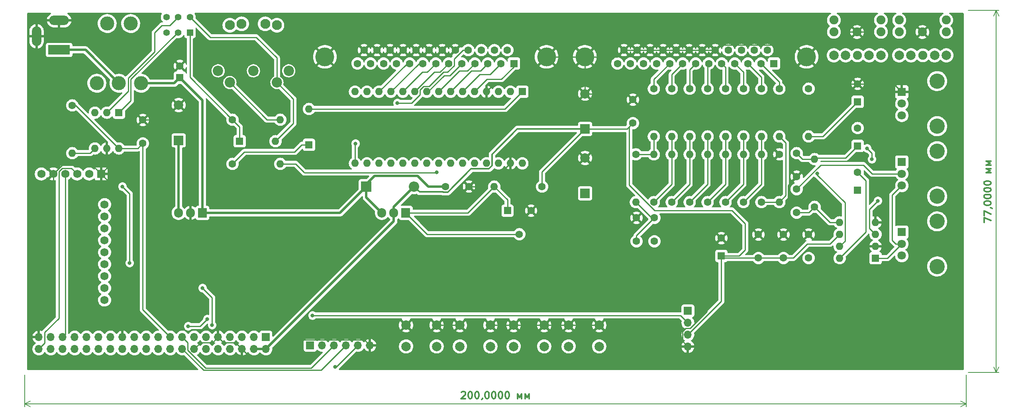
<source format=gbr>
%TF.GenerationSoftware,KiCad,Pcbnew,(6.0.10)*%
%TF.CreationDate,2023-01-11T22:52:11+03:00*%
%TF.ProjectId,my_pcb,6d795f70-6362-42e6-9b69-6361645f7063,rev?*%
%TF.SameCoordinates,Original*%
%TF.FileFunction,Copper,L1,Top*%
%TF.FilePolarity,Positive*%
%FSLAX46Y46*%
G04 Gerber Fmt 4.6, Leading zero omitted, Abs format (unit mm)*
G04 Created by KiCad (PCBNEW (6.0.10)) date 2023-01-11 22:52:11*
%MOMM*%
%LPD*%
G01*
G04 APERTURE LIST*
%ADD10C,0.300000*%
%TA.AperFunction,NonConductor*%
%ADD11C,0.300000*%
%TD*%
%TA.AperFunction,NonConductor*%
%ADD12C,0.200000*%
%TD*%
%TA.AperFunction,ComponentPad*%
%ADD13R,1.600000X1.600000*%
%TD*%
%TA.AperFunction,ComponentPad*%
%ADD14O,1.600000X1.600000*%
%TD*%
%TA.AperFunction,ComponentPad*%
%ADD15C,2.000000*%
%TD*%
%TA.AperFunction,ComponentPad*%
%ADD16C,1.600000*%
%TD*%
%TA.AperFunction,ComponentPad*%
%ADD17R,1.700000X1.700000*%
%TD*%
%TA.AperFunction,ComponentPad*%
%ADD18O,1.700000X1.700000*%
%TD*%
%TA.AperFunction,ComponentPad*%
%ADD19C,3.240000*%
%TD*%
%TA.AperFunction,ComponentPad*%
%ADD20R,1.800000X1.800000*%
%TD*%
%TA.AperFunction,ComponentPad*%
%ADD21C,1.800000*%
%TD*%
%TA.AperFunction,ComponentPad*%
%ADD22R,2.000000X2.000000*%
%TD*%
%TA.AperFunction,ComponentPad*%
%ADD23R,1.560000X1.560000*%
%TD*%
%TA.AperFunction,ComponentPad*%
%ADD24C,1.560000*%
%TD*%
%TA.AperFunction,ComponentPad*%
%ADD25R,1.905000X2.000000*%
%TD*%
%TA.AperFunction,ComponentPad*%
%ADD26O,1.905000X2.000000*%
%TD*%
%TA.AperFunction,ComponentPad*%
%ADD27C,1.900000*%
%TD*%
%TA.AperFunction,ComponentPad*%
%ADD28C,2.100000*%
%TD*%
%TA.AperFunction,ComponentPad*%
%ADD29C,2.200000*%
%TD*%
%TA.AperFunction,ComponentPad*%
%ADD30C,4.000000*%
%TD*%
%TA.AperFunction,ComponentPad*%
%ADD31R,1.400000X1.400000*%
%TD*%
%TA.AperFunction,ComponentPad*%
%ADD32C,1.400000*%
%TD*%
%TA.AperFunction,ComponentPad*%
%ADD33R,1.750000X1.750000*%
%TD*%
%TA.AperFunction,ComponentPad*%
%ADD34C,1.750000*%
%TD*%
%TA.AperFunction,ComponentPad*%
%ADD35R,2.200000X2.200000*%
%TD*%
%TA.AperFunction,ComponentPad*%
%ADD36O,2.200000X2.200000*%
%TD*%
%TA.AperFunction,ComponentPad*%
%ADD37R,4.600000X2.000000*%
%TD*%
%TA.AperFunction,ComponentPad*%
%ADD38O,4.200000X2.000000*%
%TD*%
%TA.AperFunction,ComponentPad*%
%ADD39O,2.000000X4.200000*%
%TD*%
%TA.AperFunction,ComponentPad*%
%ADD40C,3.000000*%
%TD*%
%TA.AperFunction,ViaPad*%
%ADD41C,0.800000*%
%TD*%
%TA.AperFunction,Conductor*%
%ADD42C,0.500000*%
%TD*%
%TA.AperFunction,Conductor*%
%ADD43C,0.250000*%
%TD*%
%TA.AperFunction,Conductor*%
%ADD44C,0.350000*%
%TD*%
G04 APERTURE END LIST*
D10*
D11*
X270059896Y-96722777D02*
X270059896Y-95722777D01*
X271559896Y-96365634D01*
X270059896Y-95294206D02*
X270059896Y-94294206D01*
X271559896Y-94937063D01*
X271488467Y-93651349D02*
X271559896Y-93651349D01*
X271702753Y-93722777D01*
X271774182Y-93794206D01*
X270059896Y-92722777D02*
X270059896Y-92579920D01*
X270131325Y-92437063D01*
X270202753Y-92365634D01*
X270345610Y-92294206D01*
X270631325Y-92222777D01*
X270988467Y-92222777D01*
X271274182Y-92294206D01*
X271417039Y-92365634D01*
X271488467Y-92437063D01*
X271559896Y-92579920D01*
X271559896Y-92722777D01*
X271488467Y-92865634D01*
X271417039Y-92937063D01*
X271274182Y-93008491D01*
X270988467Y-93079920D01*
X270631325Y-93079920D01*
X270345610Y-93008491D01*
X270202753Y-92937063D01*
X270131325Y-92865634D01*
X270059896Y-92722777D01*
X270059896Y-91294206D02*
X270059896Y-91151349D01*
X270131325Y-91008491D01*
X270202753Y-90937063D01*
X270345610Y-90865634D01*
X270631325Y-90794206D01*
X270988467Y-90794206D01*
X271274182Y-90865634D01*
X271417039Y-90937063D01*
X271488467Y-91008491D01*
X271559896Y-91151349D01*
X271559896Y-91294206D01*
X271488467Y-91437063D01*
X271417039Y-91508491D01*
X271274182Y-91579920D01*
X270988467Y-91651349D01*
X270631325Y-91651349D01*
X270345610Y-91579920D01*
X270202753Y-91508491D01*
X270131325Y-91437063D01*
X270059896Y-91294206D01*
X270059896Y-89865634D02*
X270059896Y-89722777D01*
X270131325Y-89579920D01*
X270202753Y-89508491D01*
X270345610Y-89437063D01*
X270631325Y-89365634D01*
X270988467Y-89365634D01*
X271274182Y-89437063D01*
X271417039Y-89508491D01*
X271488467Y-89579920D01*
X271559896Y-89722777D01*
X271559896Y-89865634D01*
X271488467Y-90008491D01*
X271417039Y-90079920D01*
X271274182Y-90151349D01*
X270988467Y-90222777D01*
X270631325Y-90222777D01*
X270345610Y-90151349D01*
X270202753Y-90079920D01*
X270131325Y-90008491D01*
X270059896Y-89865634D01*
X270059896Y-88437063D02*
X270059896Y-88294206D01*
X270131325Y-88151349D01*
X270202753Y-88079920D01*
X270345610Y-88008491D01*
X270631325Y-87937063D01*
X270988467Y-87937063D01*
X271274182Y-88008491D01*
X271417039Y-88079920D01*
X271488467Y-88151349D01*
X271559896Y-88294206D01*
X271559896Y-88437063D01*
X271488467Y-88579920D01*
X271417039Y-88651349D01*
X271274182Y-88722777D01*
X270988467Y-88794206D01*
X270631325Y-88794206D01*
X270345610Y-88722777D01*
X270202753Y-88651349D01*
X270131325Y-88579920D01*
X270059896Y-88437063D01*
X271559896Y-86151349D02*
X270559896Y-86151349D01*
X271345610Y-85722777D01*
X270559896Y-85294206D01*
X271559896Y-85294206D01*
X271559896Y-84579920D02*
X270559896Y-84579920D01*
X271345610Y-84151349D01*
X270559896Y-83722777D01*
X271559896Y-83722777D01*
D12*
X266755325Y-51651349D02*
X273267745Y-51651349D01*
X266755325Y-128651349D02*
X273267745Y-128651349D01*
X272681325Y-51651349D02*
X272681325Y-128651349D01*
X272681325Y-51651349D02*
X272681325Y-128651349D01*
X272681325Y-51651349D02*
X272094904Y-52777853D01*
X272681325Y-51651349D02*
X273267746Y-52777853D01*
X272681325Y-128651349D02*
X273267746Y-127524845D01*
X272681325Y-128651349D02*
X272094904Y-127524845D01*
D10*
D11*
X159041039Y-132878776D02*
X159112467Y-132807348D01*
X159255325Y-132735919D01*
X159612467Y-132735919D01*
X159755325Y-132807348D01*
X159826753Y-132878776D01*
X159898182Y-133021633D01*
X159898182Y-133164490D01*
X159826753Y-133378776D01*
X158969610Y-134235919D01*
X159898182Y-134235919D01*
X160826753Y-132735919D02*
X160969610Y-132735919D01*
X161112467Y-132807348D01*
X161183896Y-132878776D01*
X161255325Y-133021633D01*
X161326753Y-133307348D01*
X161326753Y-133664490D01*
X161255325Y-133950205D01*
X161183896Y-134093062D01*
X161112467Y-134164490D01*
X160969610Y-134235919D01*
X160826753Y-134235919D01*
X160683896Y-134164490D01*
X160612467Y-134093062D01*
X160541039Y-133950205D01*
X160469610Y-133664490D01*
X160469610Y-133307348D01*
X160541039Y-133021633D01*
X160612467Y-132878776D01*
X160683896Y-132807348D01*
X160826753Y-132735919D01*
X162255325Y-132735919D02*
X162398182Y-132735919D01*
X162541039Y-132807348D01*
X162612467Y-132878776D01*
X162683896Y-133021633D01*
X162755325Y-133307348D01*
X162755325Y-133664490D01*
X162683896Y-133950205D01*
X162612467Y-134093062D01*
X162541039Y-134164490D01*
X162398182Y-134235919D01*
X162255325Y-134235919D01*
X162112467Y-134164490D01*
X162041039Y-134093062D01*
X161969610Y-133950205D01*
X161898182Y-133664490D01*
X161898182Y-133307348D01*
X161969610Y-133021633D01*
X162041039Y-132878776D01*
X162112467Y-132807348D01*
X162255325Y-132735919D01*
X163469610Y-134164490D02*
X163469610Y-134235919D01*
X163398182Y-134378776D01*
X163326753Y-134450205D01*
X164398182Y-132735919D02*
X164541039Y-132735919D01*
X164683896Y-132807348D01*
X164755325Y-132878776D01*
X164826753Y-133021633D01*
X164898182Y-133307348D01*
X164898182Y-133664490D01*
X164826753Y-133950205D01*
X164755325Y-134093062D01*
X164683896Y-134164490D01*
X164541039Y-134235919D01*
X164398182Y-134235919D01*
X164255325Y-134164490D01*
X164183896Y-134093062D01*
X164112467Y-133950205D01*
X164041039Y-133664490D01*
X164041039Y-133307348D01*
X164112467Y-133021633D01*
X164183896Y-132878776D01*
X164255325Y-132807348D01*
X164398182Y-132735919D01*
X165826753Y-132735919D02*
X165969610Y-132735919D01*
X166112467Y-132807348D01*
X166183896Y-132878776D01*
X166255325Y-133021633D01*
X166326753Y-133307348D01*
X166326753Y-133664490D01*
X166255325Y-133950205D01*
X166183896Y-134093062D01*
X166112467Y-134164490D01*
X165969610Y-134235919D01*
X165826753Y-134235919D01*
X165683896Y-134164490D01*
X165612467Y-134093062D01*
X165541039Y-133950205D01*
X165469610Y-133664490D01*
X165469610Y-133307348D01*
X165541039Y-133021633D01*
X165612467Y-132878776D01*
X165683896Y-132807348D01*
X165826753Y-132735919D01*
X167255325Y-132735919D02*
X167398182Y-132735919D01*
X167541039Y-132807348D01*
X167612467Y-132878776D01*
X167683896Y-133021633D01*
X167755325Y-133307348D01*
X167755325Y-133664490D01*
X167683896Y-133950205D01*
X167612467Y-134093062D01*
X167541039Y-134164490D01*
X167398182Y-134235919D01*
X167255325Y-134235919D01*
X167112467Y-134164490D01*
X167041039Y-134093062D01*
X166969610Y-133950205D01*
X166898182Y-133664490D01*
X166898182Y-133307348D01*
X166969610Y-133021633D01*
X167041039Y-132878776D01*
X167112467Y-132807348D01*
X167255325Y-132735919D01*
X168683896Y-132735919D02*
X168826753Y-132735919D01*
X168969610Y-132807348D01*
X169041039Y-132878776D01*
X169112467Y-133021633D01*
X169183896Y-133307348D01*
X169183896Y-133664490D01*
X169112467Y-133950205D01*
X169041039Y-134093062D01*
X168969610Y-134164490D01*
X168826753Y-134235919D01*
X168683896Y-134235919D01*
X168541039Y-134164490D01*
X168469610Y-134093062D01*
X168398182Y-133950205D01*
X168326753Y-133664490D01*
X168326753Y-133307348D01*
X168398182Y-133021633D01*
X168469610Y-132878776D01*
X168541039Y-132807348D01*
X168683896Y-132735919D01*
X170969610Y-134235919D02*
X170969610Y-133235919D01*
X171398182Y-134021633D01*
X171826753Y-133235919D01*
X171826753Y-134235919D01*
X172541039Y-134235919D02*
X172541039Y-133235919D01*
X172969610Y-134021633D01*
X173398182Y-133235919D01*
X173398182Y-134235919D01*
D12*
X66255325Y-129151349D02*
X66255325Y-135943768D01*
X266255325Y-129151349D02*
X266255325Y-135943768D01*
X66255325Y-135357348D02*
X266255325Y-135357348D01*
X66255325Y-135357348D02*
X266255325Y-135357348D01*
X66255325Y-135357348D02*
X67381829Y-135943769D01*
X66255325Y-135357348D02*
X67381829Y-134770927D01*
X266255325Y-135357348D02*
X265128821Y-134770927D01*
X266255325Y-135357348D02*
X265128821Y-135943769D01*
D13*
%TO.P,U2,1,D1/TX*%
%TO.N,Net-(D3-Pad2)*%
X171970325Y-68936349D03*
D14*
%TO.P,U2,2,D0/RX*%
%TO.N,unconnected-(U1-Pad2)*%
X169430325Y-68936349D03*
%TO.P,U2,3,~{RESET}*%
%TO.N,unconnected-(U1-Pad3)*%
X166890325Y-68936349D03*
%TO.P,U2,4,GND*%
%TO.N,GND*%
X164350325Y-68936349D03*
%TO.P,U2,5,D2*%
%TO.N,/Midi/STROBE*%
X161810325Y-68936349D03*
%TO.P,U2,6,~D3*%
%TO.N,Net-(J1-Pad2)*%
X159270325Y-68936349D03*
%TO.P,U2,7,D4*%
%TO.N,Net-(J1-Pad3)*%
X156730325Y-68936349D03*
%TO.P,U2,8,~D5*%
%TO.N,Net-(J1-Pad4)*%
X154190325Y-68936349D03*
%TO.P,U2,9,~D6*%
%TO.N,Net-(J1-Pad5)*%
X151650325Y-68936349D03*
%TO.P,U2,10,D7*%
%TO.N,Net-(J1-Pad6)*%
X149110325Y-68936349D03*
%TO.P,U2,11,D8*%
%TO.N,Net-(J1-Pad7)*%
X146570325Y-68936349D03*
%TO.P,U2,12,~D9*%
%TO.N,Net-(J1-Pad8)*%
X144030325Y-68936349D03*
%TO.P,U2,13,~D10*%
%TO.N,Net-(J1-Pad9)*%
X141490325Y-68936349D03*
%TO.P,U2,14,~D11*%
%TO.N,Net-(J1-Pad14)*%
X138950325Y-68936349D03*
%TO.P,U2,15,D12*%
%TO.N,Net-(J1-Pad16)*%
X136410325Y-68936349D03*
%TO.P,U2,16,D13*%
%TO.N,/Midi/SELECTPRN*%
X136410325Y-84176349D03*
%TO.P,U2,17,3V3*%
%TO.N,unconnected-(U1-Pad17)*%
X138950325Y-84176349D03*
%TO.P,U2,18,AREF*%
%TO.N,unconnected-(U1-Pad18)*%
X141490325Y-84176349D03*
%TO.P,U2,19,A0/D14*%
%TO.N,unconnected-(U1-Pad19)*%
X144030325Y-84176349D03*
%TO.P,U2,20,A1/D15*%
%TO.N,unconnected-(U1-Pad20)*%
X146570325Y-84176349D03*
%TO.P,U2,21,A2/D16*%
%TO.N,unconnected-(U1-Pad21)*%
X149110325Y-84176349D03*
%TO.P,U2,22,A3/D17*%
%TO.N,unconnected-(U1-Pad22)*%
X151650325Y-84176349D03*
%TO.P,U2,23,A4/D18*%
%TO.N,unconnected-(U1-Pad23)*%
X154190325Y-84176349D03*
%TO.P,U2,24,A5/D19*%
%TO.N,unconnected-(U1-Pad24)*%
X156730325Y-84176349D03*
%TO.P,U2,25,A6/D20*%
%TO.N,unconnected-(U1-Pad25)*%
X159270325Y-84176349D03*
%TO.P,U2,26,A7/D21*%
%TO.N,unconnected-(U1-Pad26)*%
X161810325Y-84176349D03*
%TO.P,U2,27,+5V*%
%TO.N,Net-(R2-Pad2)*%
X164350325Y-84176349D03*
%TO.P,U2,28,~{RESET}*%
%TO.N,unconnected-(U1-Pad28)*%
X166890325Y-84176349D03*
%TO.P,U2,29,GND*%
%TO.N,GND*%
X169430325Y-84176349D03*
%TO.P,U2,30,VIN*%
%TO.N,+9V*%
X171970325Y-84176349D03*
%TD*%
D15*
%TO.P,SW6,1,1*%
%TO.N,GND*%
X176617325Y-118629349D03*
X170117325Y-118629349D03*
%TO.P,SW6,2,2*%
%TO.N,BUTTON_1*%
X176617325Y-123129349D03*
X170117325Y-123129349D03*
%TD*%
D16*
%TO.P,R2,1*%
%TO.N,Net-(D3-Pad1)*%
X110375325Y-84303349D03*
D14*
%TO.P,R2,2*%
%TO.N,Net-(R2-Pad2)*%
X120535325Y-84303349D03*
%TD*%
D16*
%TO.P,R4,1*%
%TO.N,Net-(J10-Pad9)*%
X199910325Y-68301349D03*
D14*
%TO.P,R4,2*%
%TO.N,Net-(R13-Pad2)*%
X199910325Y-78461349D03*
%TD*%
D16*
%TO.P,C15,1*%
%TO.N,VOUT*%
X230263325Y-94677349D03*
%TO.P,C15,2*%
%TO.N,Net-(C15-Pad2)*%
X230263325Y-89677349D03*
%TD*%
D17*
%TO.P,J9,1,Pin_1*%
%TO.N,SDA*%
X207149325Y-115555349D03*
D18*
%TO.P,J9,2,Pin_2*%
%TO.N,SCL*%
X207149325Y-118095349D03*
%TO.P,J9,3,Pin_3*%
%TO.N,+5V*%
X207149325Y-120635349D03*
%TO.P,J9,4,Pin_4*%
%TO.N,GND*%
X207149325Y-123175349D03*
%TD*%
D19*
%TO.P,RV2,*%
%TO.N,*%
X260105325Y-76276349D03*
X260105325Y-66676349D03*
D20*
%TO.P,RV2,1,1*%
%TO.N,GND*%
X252605325Y-68976349D03*
D21*
%TO.P,RV2,2,2*%
%TO.N,Net-(C11-Pad2)*%
X252605325Y-71476349D03*
%TO.P,RV2,3,3*%
%TO.N,Source_audio*%
X252605325Y-73976349D03*
%TD*%
D15*
%TO.P,SW3,1,1*%
%TO.N,GND*%
X153757325Y-118629349D03*
X147257325Y-118629349D03*
%TO.P,SW3,2,2*%
%TO.N,BUTTON_3*%
X147257325Y-123129349D03*
X153757325Y-123129349D03*
%TD*%
D22*
%TO.P,C1,1*%
%TO.N,+9V*%
X98945325Y-79285026D03*
D15*
%TO.P,C1,2*%
%TO.N,GND*%
X98945325Y-71785026D03*
%TD*%
D16*
%TO.P,R16,1*%
%TO.N,Net-(R12-Pad2)*%
X199910325Y-92431349D03*
D14*
%TO.P,R16,2*%
%TO.N,Net-(R13-Pad2)*%
X199910325Y-82271349D03*
%TD*%
D23*
%TO.P,RV3,1,1*%
%TO.N,Net-(R4-Pad2)*%
X168835325Y-94255349D03*
D24*
%TO.P,RV3,2,2*%
X171335325Y-99255349D03*
%TO.P,RV3,3,3*%
%TO.N,GND*%
X173835325Y-94255349D03*
%TD*%
D17*
%TO.P,J8,1,Pin_1*%
%TO.N,BUTTON_1*%
X126885325Y-122911349D03*
D18*
%TO.P,J8,2,Pin_2*%
%TO.N,BUTTON_2*%
X129425325Y-122911349D03*
%TO.P,J8,3,Pin_3*%
%TO.N,BUTTON_3*%
X131965325Y-122911349D03*
%TO.P,J8,4,Pin_4*%
%TO.N,BUTTON_4*%
X134505325Y-122911349D03*
%TO.P,J8,5,Pin_5*%
%TO.N,BUTTON_5*%
X137045325Y-122911349D03*
%TO.P,J8,6,Pin_6*%
%TO.N,GND*%
X139585325Y-122911349D03*
%TD*%
D16*
%TO.P,C12,1*%
%TO.N,Net-(C8-Pad1)*%
X200037325Y-95773349D03*
%TO.P,C12,2*%
%TO.N,Source_audio*%
X200037325Y-100773349D03*
%TD*%
%TO.P,R13,1*%
%TO.N,Net-(J10-Pad3)*%
X222770325Y-68301349D03*
D14*
%TO.P,R13,2*%
%TO.N,Net-(R14-Pad2)*%
X222770325Y-78461349D03*
%TD*%
D16*
%TO.P,R22,1*%
%TO.N,VOUT*%
X234073325Y-93447349D03*
D14*
%TO.P,R22,2*%
%TO.N,Net-(C17-Pad1)*%
X234073325Y-83287349D03*
%TD*%
D16*
%TO.P,R20,1*%
%TO.N,Net-(R16-Pad2)*%
X211340325Y-92431349D03*
D14*
%TO.P,R20,2*%
%TO.N,Net-(R10-Pad2)*%
X211340325Y-82271349D03*
%TD*%
D16*
%TO.P,C17,1*%
%TO.N,GND*%
X227469325Y-99329349D03*
%TO.P,C17,2*%
%TO.N,+5V*%
X227469325Y-104329349D03*
%TD*%
%TO.P,R5,1*%
%TO.N,Net-(J10-Pad5)*%
X215150325Y-68301349D03*
D14*
%TO.P,R5,2*%
%TO.N,Net-(R16-Pad2)*%
X215150325Y-78461349D03*
%TD*%
D16*
%TO.P,C16,1*%
%TO.N,GND*%
X222135325Y-99329349D03*
%TO.P,C16,2*%
%TO.N,+5V*%
X222135325Y-104329349D03*
%TD*%
%TO.P,R17,1*%
%TO.N,Net-(R11-Pad2)*%
X203720325Y-92431349D03*
D14*
%TO.P,R17,2*%
%TO.N,Net-(R12-Pad2)*%
X203720325Y-82271349D03*
%TD*%
D25*
%TO.P,U3,1,VI*%
%TO.N,+12V*%
X104000000Y-94717349D03*
D26*
%TO.P,U3,2,GND*%
%TO.N,GND*%
X101460000Y-94717349D03*
%TO.P,U3,3,VO*%
%TO.N,+9V*%
X98920000Y-94717349D03*
%TD*%
D13*
%TO.P,C18,1*%
%TO.N,Net-(C10-Pad1)*%
X243217325Y-89877953D03*
D16*
%TO.P,C18,2*%
%TO.N,GAIN8*%
X243217325Y-86077953D03*
%TD*%
%TO.P,C5,1*%
%TO.N,+5V*%
X195465325Y-75627349D03*
%TO.P,C5,2*%
%TO.N,GND*%
X195465325Y-70627349D03*
%TD*%
%TO.P,R9,1*%
%TO.N,Net-(J10-Pad8)*%
X203720325Y-68301349D03*
D14*
%TO.P,R9,2*%
%TO.N,Net-(R12-Pad2)*%
X203720325Y-78461349D03*
%TD*%
D16*
%TO.P,R12,1*%
%TO.N,GND*%
X226580325Y-82271349D03*
D14*
%TO.P,R12,2*%
%TO.N,Net-(R14-Pad1)*%
X226580325Y-92431349D03*
%TD*%
D13*
%TO.P,U5,1,GAIN*%
%TO.N,GAIN1*%
X247017325Y-104359349D03*
D14*
%TO.P,U5,2,-*%
%TO.N,GND*%
X247017325Y-101819349D03*
%TO.P,U5,3,+*%
%TO.N,Net-(C11-Pad2)*%
X247017325Y-99279349D03*
%TO.P,U5,4,GND*%
%TO.N,GND*%
X247017325Y-96739349D03*
%TO.P,U5,5*%
%TO.N,VOUT*%
X239397325Y-96739349D03*
%TO.P,U5,6,V+*%
%TO.N,+5V*%
X239397325Y-99279349D03*
%TO.P,U5,7,BYPASS*%
%TO.N,Net-(R22-Pad1)*%
X239397325Y-101819349D03*
%TO.P,U5,8,GAIN*%
%TO.N,GAIN8*%
X239397325Y-104359349D03*
%TD*%
D25*
%TO.P,U4,1,ADJ*%
%TO.N,Net-(R4-Pad2)*%
X147205325Y-94717349D03*
D26*
%TO.P,U4,2,VO*%
%TO.N,+5V*%
X144665325Y-94717349D03*
%TO.P,U4,3,VI*%
%TO.N,+12V*%
X142125325Y-94717349D03*
%TD*%
D16*
%TO.P,R14,1*%
%TO.N,Net-(J10-Pad4)*%
X218960325Y-68301349D03*
D14*
%TO.P,R14,2*%
%TO.N,Net-(R15-Pad2)*%
X218960325Y-78461349D03*
%TD*%
D16*
%TO.P,R3,1*%
%TO.N,Net-(D1-Pad1)*%
X110375325Y-74905349D03*
D14*
%TO.P,R3,2*%
%TO.N,Net-(J2-Pad4)*%
X120535325Y-74905349D03*
%TD*%
D16*
%TO.P,C3,1*%
%TO.N,+3V3*%
X91325325Y-79945349D03*
%TO.P,C3,2*%
%TO.N,GND*%
X91325325Y-74945349D03*
%TD*%
%TO.P,R18,1*%
%TO.N,Net-(R15-Pad2)*%
X215150325Y-92431349D03*
D14*
%TO.P,R18,2*%
%TO.N,Net-(R16-Pad2)*%
X215150325Y-82271349D03*
%TD*%
D27*
%TO.P,J4,*%
%TO.N,*%
X257060325Y-61196349D03*
X262060325Y-53696349D03*
X252060325Y-53696349D03*
X252060325Y-56196349D03*
X262060325Y-56196349D03*
%TO.P,J4,1,S*%
%TO.N,GND*%
X256980325Y-56236349D03*
D15*
%TO.P,J4,2,T*%
%TO.N,Source_audio*%
X262060325Y-61196349D03*
%TO.P,J4,3*%
%TO.N,N/C*%
X259560325Y-61196349D03*
%TO.P,J4,4*%
X254560325Y-61196349D03*
%TO.P,J4,5,R*%
%TO.N,Source_audio*%
X252060325Y-61196349D03*
%TD*%
D16*
%TO.P,C6,1*%
%TO.N,Net-(C17-Pad1)*%
X230263325Y-82017349D03*
%TO.P,C6,2*%
%TO.N,GND*%
X230263325Y-87017349D03*
%TD*%
D13*
%TO.P,C8,1*%
%TO.N,Net-(C16-Pad1)*%
X243217325Y-71081953D03*
D16*
%TO.P,C8,2*%
%TO.N,GND*%
X243217325Y-67281953D03*
%TD*%
%TO.P,C9,1*%
%TO.N,+12V*%
X155627325Y-89129349D03*
%TO.P,C9,2*%
%TO.N,GND*%
X160627325Y-89129349D03*
%TD*%
%TO.P,R23,1*%
%TO.N,Net-(R14-Pad2)*%
X218960325Y-92431349D03*
D14*
%TO.P,R23,2*%
%TO.N,Net-(R15-Pad2)*%
X218960325Y-82271349D03*
%TD*%
D15*
%TO.P,SW5,1,1*%
%TO.N,GND*%
X181801325Y-118629349D03*
X188301325Y-118629349D03*
%TO.P,SW5,2,2*%
%TO.N,BUTTON_2*%
X181801325Y-123129349D03*
X188301325Y-123129349D03*
%TD*%
D19*
%TO.P,RV4,*%
%TO.N,*%
X260105325Y-106121349D03*
X260105325Y-96521349D03*
D20*
%TO.P,RV4,1,1*%
%TO.N,unconnected-(RV2-Pad1)*%
X252605325Y-98821349D03*
D21*
%TO.P,RV4,2,2*%
%TO.N,GAIN1*%
X252605325Y-101321349D03*
%TO.P,RV4,3,3*%
%TO.N,Net-(C10-Pad1)*%
X252605325Y-103821349D03*
%TD*%
D28*
%TO.P,J6,*%
%TO.N,*%
X109820325Y-54791349D03*
X112320325Y-54491349D03*
X117320325Y-54491349D03*
X119820325Y-54791349D03*
D29*
%TO.P,J6,1*%
%TO.N,unconnected-(J2-Pad1)*%
X107320325Y-64491349D03*
%TO.P,J6,2*%
%TO.N,unconnected-(J2-Pad2)*%
X114820325Y-64491349D03*
%TO.P,J6,3*%
%TO.N,unconnected-(J2-Pad3)*%
X122320325Y-64491349D03*
%TO.P,J6,4*%
%TO.N,Net-(J2-Pad4)*%
X109820325Y-66991349D03*
%TO.P,J6,5*%
%TO.N,Net-(D1-Pad2)*%
X119820325Y-66991349D03*
%TD*%
D13*
%TO.P,C2,1*%
%TO.N,+12V*%
X99199325Y-65950462D03*
D16*
%TO.P,C2,2*%
%TO.N,GND*%
X99199325Y-63450462D03*
%TD*%
D19*
%TO.P,RV1,*%
%TO.N,*%
X260105325Y-81598849D03*
X260105325Y-91198849D03*
D20*
%TO.P,RV1,1,1*%
%TO.N,unconnected-(RV4-Pad1)*%
X252605325Y-83898849D03*
D21*
%TO.P,RV1,2,2*%
%TO.N,Net-(C15-Pad2)*%
X252605325Y-86398849D03*
%TO.P,RV1,3,3*%
%TO.N,GAIN1*%
X252605325Y-88898849D03*
%TD*%
D16*
%TO.P,R21,1*%
%TO.N,Net-(R14-Pad1)*%
X222770325Y-92431349D03*
D14*
%TO.P,R21,2*%
%TO.N,Net-(R14-Pad2)*%
X222770325Y-82271349D03*
%TD*%
D13*
%TO.P,C7,1*%
%TO.N,Net-(C17-Pad1)*%
X243217325Y-80479953D03*
D16*
%TO.P,C7,2*%
%TO.N,AMP_audio*%
X243217325Y-76679953D03*
%TD*%
D30*
%TO.P,J2,0,PAD*%
%TO.N,GND*%
X130010325Y-61511680D03*
X177110325Y-61511680D03*
D13*
%TO.P,J2,1,1*%
%TO.N,/Midi/STROBE*%
X170180325Y-62931680D03*
D16*
%TO.P,J2,2,2*%
%TO.N,Net-(J1-Pad2)*%
X167410325Y-62931680D03*
%TO.P,J2,3,3*%
%TO.N,Net-(J1-Pad3)*%
X164640325Y-62931680D03*
%TO.P,J2,4,4*%
%TO.N,Net-(J1-Pad4)*%
X161870325Y-62931680D03*
%TO.P,J2,5,5*%
%TO.N,Net-(J1-Pad5)*%
X159100325Y-62931680D03*
%TO.P,J2,6,6*%
%TO.N,Net-(J1-Pad6)*%
X156330325Y-62931680D03*
%TO.P,J2,7,7*%
%TO.N,Net-(J1-Pad7)*%
X153560325Y-62931680D03*
%TO.P,J2,8,8*%
%TO.N,Net-(J1-Pad8)*%
X150790325Y-62931680D03*
%TO.P,J2,9,9*%
%TO.N,Net-(J1-Pad9)*%
X148020325Y-62931680D03*
%TO.P,J2,10,10*%
%TO.N,unconnected-(J1-Pad10)*%
X145250325Y-62931680D03*
%TO.P,J2,11,11*%
%TO.N,unconnected-(J1-Pad11)*%
X142480325Y-62931680D03*
%TO.P,J2,12,12*%
%TO.N,unconnected-(J1-Pad12)*%
X139710325Y-62931680D03*
%TO.P,J2,13,13*%
%TO.N,unconnected-(J1-Pad13)*%
X136940325Y-62931680D03*
%TO.P,J2,14,P14*%
%TO.N,Net-(J1-Pad14)*%
X168795325Y-60091680D03*
%TO.P,J2,15,P15*%
%TO.N,unconnected-(J1-Pad15)*%
X166025325Y-60091680D03*
%TO.P,J2,16,P16*%
%TO.N,Net-(J1-Pad16)*%
X163255325Y-60091680D03*
%TO.P,J2,17,P17*%
%TO.N,/Midi/SELECTPRN*%
X160485325Y-60091680D03*
%TO.P,J2,18,P18*%
%TO.N,GND*%
X157715325Y-60091680D03*
%TO.P,J2,19,P19*%
X154945325Y-60091680D03*
%TO.P,J2,20,P20*%
X152175325Y-60091680D03*
%TO.P,J2,21,P21*%
X149405325Y-60091680D03*
%TO.P,J2,22,P22*%
X146635325Y-60091680D03*
%TO.P,J2,23,P23*%
X143865325Y-60091680D03*
%TO.P,J2,24,P24*%
X141095325Y-60091680D03*
%TO.P,J2,25,P25*%
X138325325Y-60091680D03*
%TD*%
D15*
%TO.P,SW4,1,1*%
%TO.N,GND*%
X158687325Y-118629349D03*
X165187325Y-118629349D03*
%TO.P,SW4,2,2*%
%TO.N,BUTTON_4*%
X165187325Y-123129349D03*
X158687325Y-123129349D03*
%TD*%
D16*
%TO.P,R1,1*%
%TO.N,+3V3*%
X76339325Y-71857349D03*
D14*
%TO.P,R1,2*%
%TO.N,/Midi/MIDI_RXD*%
X76339325Y-82017349D03*
%TD*%
D30*
%TO.P,J3,0,PAD*%
%TO.N,GND*%
X185255325Y-61511680D03*
X232355325Y-61511680D03*
D13*
%TO.P,J3,1,1*%
%TO.N,unconnected-(J10-Pad1)*%
X225425325Y-62931680D03*
D16*
%TO.P,J3,2,2*%
%TO.N,Net-(J10-Pad2)*%
X222655325Y-62931680D03*
%TO.P,J3,3,3*%
%TO.N,Net-(J10-Pad3)*%
X219885325Y-62931680D03*
%TO.P,J3,4,4*%
%TO.N,Net-(J10-Pad4)*%
X217115325Y-62931680D03*
%TO.P,J3,5,5*%
%TO.N,Net-(J10-Pad5)*%
X214345325Y-62931680D03*
%TO.P,J3,6,6*%
%TO.N,Net-(J10-Pad6)*%
X211575325Y-62931680D03*
%TO.P,J3,7,7*%
%TO.N,Net-(J10-Pad7)*%
X208805325Y-62931680D03*
%TO.P,J3,8,8*%
%TO.N,Net-(J10-Pad8)*%
X206035325Y-62931680D03*
%TO.P,J3,9,9*%
%TO.N,Net-(J10-Pad9)*%
X203265325Y-62931680D03*
%TO.P,J3,10,10*%
%TO.N,unconnected-(J10-Pad10)*%
X200495325Y-62931680D03*
%TO.P,J3,11,11*%
%TO.N,unconnected-(J10-Pad11)*%
X197725325Y-62931680D03*
%TO.P,J3,12,12*%
%TO.N,unconnected-(J10-Pad12)*%
X194955325Y-62931680D03*
%TO.P,J3,13,13*%
%TO.N,unconnected-(J10-Pad13)*%
X192185325Y-62931680D03*
%TO.P,J3,14,P14*%
%TO.N,unconnected-(J10-Pad14)*%
X224040325Y-60091680D03*
%TO.P,J3,15,P15*%
%TO.N,unconnected-(J10-Pad15)*%
X221270325Y-60091680D03*
%TO.P,J3,16,P16*%
%TO.N,unconnected-(J10-Pad16)*%
X218500325Y-60091680D03*
%TO.P,J3,17,P17*%
%TO.N,unconnected-(J10-Pad17)*%
X215730325Y-60091680D03*
%TO.P,J3,18,P18*%
%TO.N,GND*%
X212960325Y-60091680D03*
%TO.P,J3,19,P19*%
X210190325Y-60091680D03*
%TO.P,J3,20,P20*%
X207420325Y-60091680D03*
%TO.P,J3,21,P21*%
X204650325Y-60091680D03*
%TO.P,J3,22,P22*%
X201880325Y-60091680D03*
%TO.P,J3,23,P23*%
X199110325Y-60091680D03*
%TO.P,J3,24,P24*%
X196340325Y-60091680D03*
%TO.P,J3,25,P25*%
X193570325Y-60091680D03*
%TD*%
D31*
%TO.P,SW2,1,A*%
%TO.N,Net-(D1-Pad1)*%
X101352825Y-56348349D03*
D32*
%TO.P,SW2,2,B*%
%TO.N,Net-(SW1-Pad2)*%
X98852825Y-56348349D03*
%TO.P,SW2,3,C*%
%TO.N,Net-(D3-Pad1)*%
X96352825Y-56348349D03*
%TO.P,SW2,4,A*%
%TO.N,Net-(D1-Pad2)*%
X101352825Y-53048349D03*
%TO.P,SW2,5,B*%
%TO.N,Net-(SW1-Pad5)*%
X98852825Y-53048349D03*
%TO.P,SW2,6,C*%
%TO.N,Net-(D3-Pad2)*%
X96352825Y-53048349D03*
%TD*%
D33*
%TO.P,J7,1,Pin_1*%
%TO.N,GND*%
X82447325Y-86439349D03*
D34*
%TO.P,J7,2,Pin_2*%
%TO.N,DAC_BCK*%
X79907325Y-86439349D03*
%TO.P,J7,3,Pin_3*%
%TO.N,DAC_DIN*%
X77367325Y-86439349D03*
%TO.P,J7,4,Pin_4*%
%TO.N,DAC_LCK*%
X74827325Y-86439349D03*
%TO.P,J7,5,Pin_5*%
%TO.N,GND*%
X72287325Y-86439349D03*
%TO.P,J7,6,Pin_6*%
%TO.N,+5V*%
X69747325Y-86439349D03*
%TO.P,J7,7,Pin_7*%
%TO.N,unconnected-(J5-Pad7)*%
X83197325Y-92939349D03*
%TO.P,J7,8,Pin_8*%
%TO.N,unconnected-(J5-Pad8)*%
X83197325Y-95479349D03*
%TO.P,J7,9,Pin_9*%
%TO.N,unconnected-(J5-Pad9)*%
X83197325Y-98019349D03*
%TO.P,J7,10,Pin_10*%
%TO.N,unconnected-(J5-Pad10)*%
X83197325Y-100559349D03*
%TO.P,J7,11,Pin_11*%
%TO.N,unconnected-(J5-Pad11)*%
X83197325Y-103099349D03*
%TO.P,J7,12,Pin_12*%
%TO.N,unconnected-(J5-Pad12)*%
X83197325Y-105639349D03*
%TO.P,J7,13,Pin_13*%
%TO.N,unconnected-(J5-Pad13)*%
X83197325Y-108179349D03*
%TO.P,J7,14,Pin_14*%
%TO.N,unconnected-(J5-Pad14)*%
X83197325Y-110719349D03*
%TO.P,J7,15,Pin_15*%
%TO.N,unconnected-(J5-Pad15)*%
X83197325Y-113259349D03*
%TD*%
D35*
%TO.P,D3,1,K*%
%TO.N,+12V*%
X138823325Y-89129349D03*
D36*
%TO.P,D3,2,A*%
%TO.N,+5V*%
X148983325Y-89129349D03*
%TD*%
D27*
%TO.P,J5,*%
%TO.N,*%
X243170325Y-61196349D03*
X248170325Y-53696349D03*
X248170325Y-56196349D03*
X238170325Y-56196349D03*
X238170325Y-53696349D03*
%TO.P,J5,1,S*%
%TO.N,GND*%
X243090325Y-56236349D03*
D15*
%TO.P,J5,2,T*%
%TO.N,AMP_audio*%
X248170325Y-61196349D03*
%TO.P,J5,3*%
%TO.N,N/C*%
X245670325Y-61196349D03*
%TO.P,J5,4*%
X240670325Y-61196349D03*
%TO.P,J5,5,R*%
%TO.N,AMP_audio*%
X238170325Y-61196349D03*
%TD*%
D16*
%TO.P,R10,1*%
%TO.N,Net-(R22-Pad1)*%
X232803325Y-68301349D03*
D14*
%TO.P,R10,2*%
%TO.N,Net-(C16-Pad1)*%
X232803325Y-78461349D03*
%TD*%
D13*
%TO.P,D2,1,K*%
%TO.N,Net-(D3-Pad1)*%
X126631325Y-80239349D03*
D14*
%TO.P,D2,2,A*%
%TO.N,Net-(D3-Pad2)*%
X126631325Y-72619349D03*
%TD*%
D13*
%TO.P,C13,1*%
%TO.N,+5V*%
X214261325Y-103886000D03*
D16*
%TO.P,C13,2*%
%TO.N,GND*%
X214261325Y-100086000D03*
%TD*%
D37*
%TO.P,J1,1*%
%TO.N,/Midi/POWER*%
X73545325Y-60046349D03*
D38*
%TO.P,J1,2*%
%TO.N,GND*%
X73545325Y-53746349D03*
D39*
%TO.P,J1,MP,MountPin*%
X68745325Y-57146349D03*
%TD*%
D16*
%TO.P,R19,1*%
%TO.N,Net-(R10-Pad2)*%
X207530325Y-92431349D03*
D14*
%TO.P,R19,2*%
%TO.N,Net-(R11-Pad2)*%
X207530325Y-82271349D03*
%TD*%
D16*
%TO.P,R8,1*%
%TO.N,Net-(R13-Pad2)*%
X196100325Y-82271349D03*
D14*
%TO.P,R8,2*%
%TO.N,Net-(C8-Pad1)*%
X196100325Y-92431349D03*
%TD*%
D16*
%TO.P,R15,1*%
%TO.N,+5V*%
X176161325Y-89129349D03*
D14*
%TO.P,R15,2*%
%TO.N,Net-(R4-Pad2)*%
X166001325Y-89129349D03*
%TD*%
D16*
%TO.P,C14,1*%
%TO.N,GND*%
X232803325Y-99329349D03*
%TO.P,C14,2*%
%TO.N,Net-(C11-Pad2)*%
X232803325Y-104329349D03*
%TD*%
%TO.P,R7,1*%
%TO.N,Net-(J10-Pad7)*%
X207530325Y-68301349D03*
D14*
%TO.P,R7,2*%
%TO.N,Net-(R11-Pad2)*%
X207530325Y-78461349D03*
%TD*%
D16*
%TO.P,R11,1*%
%TO.N,Net-(J10-Pad2)*%
X226580325Y-68301349D03*
D14*
%TO.P,R11,2*%
%TO.N,Net-(R14-Pad1)*%
X226580325Y-78461349D03*
%TD*%
D16*
%TO.P,C11,1*%
%TO.N,Net-(C8-Pad1)*%
X196227325Y-100773349D03*
%TO.P,C11,2*%
%TO.N,GND*%
X196227325Y-95773349D03*
%TD*%
D22*
%TO.P,C4,1*%
%TO.N,+5V*%
X185305325Y-76866703D03*
D15*
%TO.P,C4,2*%
%TO.N,GND*%
X185305325Y-69366703D03*
%TD*%
D13*
%TO.P,U1,1*%
%TO.N,Net-(SW1-Pad2)*%
X86230325Y-73391349D03*
D14*
%TO.P,U1,2*%
%TO.N,Net-(SW1-Pad5)*%
X83690325Y-73391349D03*
%TO.P,U1,3*%
%TO.N,unconnected-(U2-Pad3)*%
X81150325Y-73391349D03*
%TO.P,U1,4*%
%TO.N,/Midi/MIDI_RXD*%
X81150325Y-81011349D03*
%TO.P,U1,5*%
%TO.N,GND*%
X83690325Y-81011349D03*
%TO.P,U1,6*%
%TO.N,+3V3*%
X86230325Y-81011349D03*
%TD*%
D22*
%TO.P,C10,1*%
%TO.N,+12V*%
X185305325Y-90550765D03*
D15*
%TO.P,C10,2*%
%TO.N,GND*%
X185305325Y-83050765D03*
%TD*%
D17*
%TO.P,Pi1,1,3V3*%
%TO.N,unconnected-(Pi1-Pad1)*%
X117482325Y-121128349D03*
D18*
%TO.P,Pi1,2,5V*%
%TO.N,+5V*%
X117482325Y-123668349D03*
%TO.P,Pi1,3,SDA/GPIO2*%
%TO.N,SDA*%
X114942325Y-121128349D03*
%TO.P,Pi1,4,5V*%
%TO.N,+5V*%
X114942325Y-123668349D03*
%TO.P,Pi1,5,SCL/GPIO3*%
%TO.N,SCL*%
X112402325Y-121128349D03*
%TO.P,Pi1,6,GND*%
%TO.N,GND*%
X112402325Y-123668349D03*
%TO.P,Pi1,7,GCLK0/GPIO4*%
%TO.N,BUTTON_5*%
X109862325Y-121128349D03*
%TO.P,Pi1,8,GPIO14/TXD*%
%TO.N,unconnected-(Pi1-Pad8)*%
X109862325Y-123668349D03*
%TO.P,Pi1,9,GND*%
%TO.N,GND*%
X107322325Y-121128349D03*
%TO.P,Pi1,10,GPIO15/RXD*%
%TO.N,/Midi/MIDI_RXD*%
X107322325Y-123668349D03*
%TO.P,Pi1,11,GPIO17*%
%TO.N,BUTTON_1*%
X104782325Y-121128349D03*
%TO.P,Pi1,12,GPIO18/PWM0*%
%TO.N,DAC_BCK*%
X104782325Y-123668349D03*
%TO.P,Pi1,13,GPIO27*%
%TO.N,BUTTON_2*%
X102242325Y-121128349D03*
%TO.P,Pi1,14,GND*%
%TO.N,GND*%
X102242325Y-123668349D03*
%TO.P,Pi1,15,GPIO22*%
%TO.N,BUTTON_3*%
X99702325Y-121128349D03*
%TO.P,Pi1,16,GPIO23*%
%TO.N,BUTTON_4*%
X99702325Y-123668349D03*
%TO.P,Pi1,17,3V3*%
%TO.N,+3V3*%
X97162325Y-121128349D03*
%TO.P,Pi1,18,GPIO24*%
%TO.N,unconnected-(Pi1-Pad18)*%
X97162325Y-123668349D03*
%TO.P,Pi1,19,MOSI0/GPIO10*%
%TO.N,unconnected-(Pi1-Pad19)*%
X94622325Y-121128349D03*
%TO.P,Pi1,20,GND*%
%TO.N,unconnected-(Pi1-Pad20)*%
X94622325Y-123668349D03*
%TO.P,Pi1,21,MISO0/GPIO9*%
%TO.N,unconnected-(Pi1-Pad21)*%
X92082325Y-121128349D03*
%TO.P,Pi1,22,GPIO25*%
%TO.N,unconnected-(Pi1-Pad22)*%
X92082325Y-123668349D03*
%TO.P,Pi1,23,SCLK0/GPIO11*%
%TO.N,unconnected-(Pi1-Pad23)*%
X89542325Y-121128349D03*
%TO.P,Pi1,24,~{CE0}/GPIO8*%
%TO.N,unconnected-(Pi1-Pad24)*%
X89542325Y-123668349D03*
%TO.P,Pi1,25,GND*%
%TO.N,GND*%
X87002325Y-121128349D03*
%TO.P,Pi1,26,~{CE1}/GPIO7*%
%TO.N,unconnected-(Pi1-Pad26)*%
X87002325Y-123668349D03*
%TO.P,Pi1,27,ID_SD/GPIO0*%
%TO.N,unconnected-(Pi1-Pad27)*%
X84462325Y-121128349D03*
%TO.P,Pi1,28,ID_SC/GPIO1*%
%TO.N,unconnected-(Pi1-Pad28)*%
X84462325Y-123668349D03*
%TO.P,Pi1,29,GCLK1/GPIO5*%
%TO.N,unconnected-(Pi1-Pad29)*%
X81922325Y-121128349D03*
%TO.P,Pi1,30,GND*%
%TO.N,unconnected-(Pi1-Pad30)*%
X81922325Y-123668349D03*
%TO.P,Pi1,31,GCLK2/GPIO6*%
%TO.N,unconnected-(Pi1-Pad31)*%
X79382325Y-121128349D03*
%TO.P,Pi1,32,PWM0/GPIO12*%
%TO.N,unconnected-(Pi1-Pad32)*%
X79382325Y-123668349D03*
%TO.P,Pi1,33,PWM1/GPIO13*%
%TO.N,unconnected-(Pi1-Pad33)*%
X76842325Y-121128349D03*
%TO.P,Pi1,34,GND*%
%TO.N,unconnected-(Pi1-Pad34)*%
X76842325Y-123668349D03*
%TO.P,Pi1,35,GPIO19/MISO1*%
%TO.N,DAC_LCK*%
X74302325Y-121128349D03*
%TO.P,Pi1,36,GPIO16*%
%TO.N,unconnected-(Pi1-Pad36)*%
X74302325Y-123668349D03*
%TO.P,Pi1,37,GPIO26*%
%TO.N,unconnected-(Pi1-Pad37)*%
X71762325Y-121128349D03*
%TO.P,Pi1,38,GPIO20/MOSI1*%
%TO.N,unconnected-(Pi1-Pad38)*%
X71762325Y-123668349D03*
%TO.P,Pi1,39,GND*%
%TO.N,GND*%
X69222325Y-121128349D03*
%TO.P,Pi1,40,GPIO21/SCLK1*%
%TO.N,DAC_DIN*%
X69222325Y-123668349D03*
%TD*%
D16*
%TO.P,R6,1*%
%TO.N,Net-(J10-Pad6)*%
X211340325Y-68301349D03*
D14*
%TO.P,R6,2*%
%TO.N,Net-(R10-Pad2)*%
X211340325Y-78461349D03*
%TD*%
D40*
%TO.P,SW1,*%
%TO.N,*%
X88745325Y-54435349D03*
X83745325Y-54435349D03*
%TO.P,SW1,1,A*%
%TO.N,+12V*%
X90945325Y-67135349D03*
%TO.P,SW1,2,B*%
%TO.N,/Midi/POWER*%
X86245325Y-67135349D03*
%TO.P,SW1,3,C*%
%TO.N,unconnected-(SW2-Pad3)*%
X81545325Y-67135349D03*
%TD*%
D13*
%TO.P,D1,1,K*%
%TO.N,Net-(D1-Pad1)*%
X111899325Y-79477349D03*
D14*
%TO.P,D1,2,A*%
%TO.N,Net-(D1-Pad2)*%
X119519325Y-79477349D03*
%TD*%
D41*
%TO.N,Net-(C11-Pad2)*%
X246265325Y-83287349D03*
X247535325Y-92177349D03*
X245249325Y-81001349D03*
%TO.N,/Midi/SELECTPRN*%
X136537325Y-79985349D03*
X145427325Y-71349349D03*
%TO.N,SCL*%
X127393325Y-116561349D03*
%TO.N,DAC_BCK*%
X88531325Y-105385349D03*
X87007325Y-89129349D03*
%TO.N,BUTTON_5*%
X105041325Y-117323349D03*
X132219325Y-127483349D03*
X100977325Y-118847349D03*
%TO.N,/Midi/MIDI_RXD*%
X104025325Y-110719349D03*
X106057325Y-118593349D03*
%TO.N,Net-(R2-Pad2)*%
X153809325Y-86081349D03*
%TO.N,Net-(R22-Pad1)*%
X234605624Y-86359648D03*
%TD*%
D42*
%TO.N,+12V*%
X104000000Y-70751137D02*
X101739325Y-68490462D01*
X104000000Y-94717349D02*
X104000000Y-70751137D01*
D43*
%TO.N,+9V*%
X98945325Y-94692024D02*
X98920000Y-94717349D01*
D42*
X98945325Y-79285026D02*
X98945325Y-94692024D01*
D43*
%TO.N,GND*%
X99583349Y-74945349D02*
X91325325Y-74945349D01*
X101460000Y-76822000D02*
X99583349Y-74945349D01*
X101460000Y-94717349D02*
X101460000Y-76822000D01*
D42*
%TO.N,+12V*%
X104000000Y-94717349D02*
X133235325Y-94717349D01*
D43*
%TO.N,GND*%
X201880325Y-60091680D02*
X204650325Y-60091680D01*
X80565325Y-84557349D02*
X82447325Y-86439349D01*
X139585325Y-122911349D02*
X138410325Y-121736349D01*
X235217656Y-58649349D02*
X238645325Y-58649349D01*
X192150325Y-61511680D02*
X193570325Y-60091680D01*
X69222325Y-121128349D02*
X69222325Y-119360349D01*
X188301325Y-118629349D02*
X181801325Y-118629349D01*
X245122325Y-56236349D02*
X247281325Y-58395349D01*
X165187325Y-118629349D02*
X170117325Y-118629349D01*
X193570325Y-60091680D02*
X196340325Y-60091680D01*
X243090325Y-56236349D02*
X245122325Y-56236349D01*
X163461325Y-89129349D02*
X166255325Y-86335349D01*
X139585325Y-122911349D02*
X142975325Y-122911349D01*
X185255325Y-61511680D02*
X192150325Y-61511680D01*
X164350325Y-68936349D02*
X166255325Y-67031349D01*
X166255325Y-67031349D02*
X171590656Y-67031349D01*
X229810325Y-58966680D02*
X232355325Y-61511680D01*
X69222325Y-119360349D02*
X72287325Y-116295349D01*
X171590656Y-67031349D02*
X177110325Y-61511680D01*
X238645325Y-58649349D02*
X241058325Y-56236349D01*
X207420325Y-60091680D02*
X210190325Y-60091680D01*
X166255325Y-86335349D02*
X167271325Y-86335349D01*
X142975325Y-122911349D02*
X147257325Y-118629349D01*
X207149325Y-123175349D02*
X205974325Y-122000349D01*
X199110325Y-60091680D02*
X201880325Y-60091680D01*
X72287325Y-86439349D02*
X74169325Y-84557349D01*
X170117325Y-118629349D02*
X176617325Y-118629349D01*
X185255325Y-61511680D02*
X185255325Y-69316703D01*
X254821325Y-58395349D02*
X256980325Y-56236349D01*
X185305325Y-69366703D02*
X194204679Y-69366703D01*
X160627325Y-89129349D02*
X163461325Y-89129349D01*
X72287325Y-116295349D02*
X72287325Y-86439349D01*
X167271325Y-86335349D02*
X169430325Y-84176349D01*
X112402325Y-123668349D02*
X111037325Y-122303349D01*
X241058325Y-56236349D02*
X243090325Y-56236349D01*
X169430325Y-84176349D02*
X169430325Y-89850349D01*
X247281325Y-58395349D02*
X254821325Y-58395349D01*
X74169325Y-84557349D02*
X80565325Y-84557349D01*
X204650325Y-60091680D02*
X207420325Y-60091680D01*
X205974325Y-122000349D02*
X205974325Y-119958648D01*
X87002325Y-121128349D02*
X87002325Y-90994349D01*
X118757325Y-125197349D02*
X113931325Y-125197349D01*
X83690325Y-85196349D02*
X82447325Y-86439349D01*
X87002325Y-90994349D02*
X82447325Y-86439349D01*
X103607325Y-122303349D02*
X106147325Y-122303349D01*
X228427325Y-88853349D02*
X228427325Y-98371349D01*
X153757325Y-118629349D02*
X158687325Y-118629349D01*
X113931325Y-125197349D02*
X112402325Y-123668349D01*
X250910929Y-67281953D02*
X252605325Y-68976349D01*
X206662624Y-119270349D02*
X207636026Y-119270349D01*
X214085325Y-58966680D02*
X229810325Y-58966680D01*
X138410325Y-121736349D02*
X122218325Y-121736349D01*
X194204679Y-69366703D02*
X195465325Y-70627349D01*
X108497325Y-122303349D02*
X107322325Y-121128349D01*
X169430325Y-89850349D02*
X173835325Y-94255349D01*
X106147325Y-122303349D02*
X107322325Y-121128349D01*
X196340325Y-60091680D02*
X199110325Y-60091680D01*
X111037325Y-122303349D02*
X108497325Y-122303349D01*
X177110325Y-61511680D02*
X185255325Y-61511680D01*
X238125598Y-67281953D02*
X232355325Y-61511680D01*
X243217325Y-67281953D02*
X250910929Y-67281953D01*
X243217325Y-67281953D02*
X238125598Y-67281953D01*
X205974325Y-119958648D02*
X206662624Y-119270349D01*
X212960325Y-60091680D02*
X214085325Y-58966680D01*
X210190325Y-60091680D02*
X212960325Y-60091680D01*
X211213325Y-103134000D02*
X214261325Y-100086000D01*
X207636026Y-119270349D02*
X211213325Y-115693050D01*
X102242325Y-123668349D02*
X103607325Y-122303349D01*
X228427325Y-98371349D02*
X227469325Y-99329349D01*
X176617325Y-118629349D02*
X181801325Y-118629349D01*
X185255325Y-69316703D02*
X185305325Y-69366703D01*
X122218325Y-121736349D02*
X118757325Y-125197349D01*
X230263325Y-87017349D02*
X228427325Y-88853349D01*
X232355325Y-61511680D02*
X235217656Y-58649349D01*
X211213325Y-115693050D02*
X211213325Y-103134000D01*
X83690325Y-81011349D02*
X83690325Y-85196349D01*
%TO.N,+3V3*%
X86230325Y-81011349D02*
X90259325Y-81011349D01*
X91325325Y-79945349D02*
X91325325Y-115291349D01*
X77076325Y-71857349D02*
X76339325Y-71857349D01*
X90259325Y-81011349D02*
X91325325Y-79945349D01*
X86230325Y-81011349D02*
X77076325Y-71857349D01*
X91325325Y-115291349D02*
X97162325Y-121128349D01*
D42*
%TO.N,+12V*%
X90945325Y-67135349D02*
X98014438Y-67135349D01*
X140601325Y-86843349D02*
X138823325Y-88621349D01*
X138823325Y-89129349D02*
X138823325Y-91415349D01*
X152031325Y-89129349D02*
X149745325Y-86843349D01*
X149745325Y-86843349D02*
X140601325Y-86843349D01*
D43*
X138823325Y-88621349D02*
X138823325Y-89129349D01*
D42*
X155627325Y-89129349D02*
X152031325Y-89129349D01*
X98014438Y-67135349D02*
X99199325Y-65950462D01*
X138823325Y-91415349D02*
X142125325Y-94717349D01*
X133235325Y-94717349D02*
X138823325Y-89129349D01*
X99199325Y-65950462D02*
X101739325Y-68490462D01*
D43*
%TO.N,+5V*%
X218046674Y-103886000D02*
X214261325Y-103886000D01*
D42*
X117482325Y-123668349D02*
X144665325Y-96485349D01*
D43*
X227469325Y-104329349D02*
X229541325Y-104329349D01*
X214704674Y-104329349D02*
X214261325Y-103886000D01*
X176161325Y-86010703D02*
X185305325Y-76866703D01*
D44*
X155140624Y-90304349D02*
X156114026Y-90304349D01*
D42*
X148983325Y-89129349D02*
X144665325Y-93447349D01*
D43*
X214261325Y-103886000D02*
X214261325Y-113523349D01*
X232549325Y-101321349D02*
X237355325Y-101321349D01*
X194225971Y-76866703D02*
X195465325Y-75627349D01*
D42*
X114942325Y-123668349D02*
X117482325Y-123668349D01*
D44*
X148983325Y-89129349D02*
X150108325Y-90254349D01*
X156114026Y-90304349D02*
X161067026Y-85351349D01*
D43*
X237355325Y-101321349D02*
X239397325Y-99279349D01*
X219341325Y-102591349D02*
X218046674Y-103886000D01*
X194665326Y-76427348D02*
X194665326Y-88777341D01*
D44*
X155090624Y-90254349D02*
X155140624Y-90304349D01*
D43*
X216547325Y-94209349D02*
X219341325Y-97003349D01*
D44*
X165525325Y-82239349D02*
X170897971Y-76866703D01*
X150108325Y-90254349D02*
X155090624Y-90254349D01*
D43*
X195465325Y-75627349D02*
X194665326Y-76427348D01*
X229541325Y-104329349D02*
X232549325Y-101321349D01*
X219341325Y-97003349D02*
X219341325Y-102591349D01*
D42*
X144665325Y-93447349D02*
X144665325Y-94717349D01*
X144665325Y-96485349D02*
X144665325Y-94717349D01*
D43*
X185305325Y-76866703D02*
X194225971Y-76866703D01*
X194665326Y-88777341D02*
X200097334Y-94209349D01*
D44*
X164837026Y-85351349D02*
X165525325Y-84663050D01*
D43*
X200097334Y-94209349D02*
X216547325Y-94209349D01*
X222135325Y-104329349D02*
X227469325Y-104329349D01*
D44*
X170897971Y-76866703D02*
X185305325Y-76866703D01*
X161067026Y-85351349D02*
X164837026Y-85351349D01*
D43*
X222135325Y-104329349D02*
X214704674Y-104329349D01*
D44*
X165525325Y-84663050D02*
X165525325Y-82239349D01*
D43*
X214261325Y-113523349D02*
X207149325Y-120635349D01*
X176161325Y-89129349D02*
X176161325Y-86010703D01*
%TO.N,Net-(C8-Pad1)*%
X196100325Y-92431349D02*
X199442325Y-95773349D01*
X199442325Y-95773349D02*
X200037325Y-95773349D01*
X196227325Y-99583349D02*
X200037325Y-95773349D01*
X196227325Y-100773349D02*
X196227325Y-99583349D01*
%TO.N,GAIN8*%
X244995325Y-87855953D02*
X243217325Y-86077953D01*
X244995325Y-98761349D02*
X244995325Y-87855953D01*
X239397325Y-104359349D02*
X244995325Y-98761349D01*
%TO.N,Net-(C11-Pad2)*%
X245757325Y-93955349D02*
X245757325Y-98019349D01*
X245249325Y-81001349D02*
X246265325Y-82017349D01*
X245757325Y-98019349D02*
X247017325Y-99279349D01*
X247535325Y-92177349D02*
X245757325Y-93955349D01*
X246265325Y-82017349D02*
X246265325Y-83287349D01*
%TO.N,VOUT*%
X239397325Y-96739349D02*
X237365325Y-96739349D01*
X237365325Y-96739349D02*
X234073325Y-93447349D01*
X230263325Y-94677349D02*
X232843325Y-94677349D01*
X232843325Y-94677349D02*
X234073325Y-93447349D01*
%TO.N,Net-(C15-Pad2)*%
X246328825Y-86398849D02*
X244487325Y-84557349D01*
X235383325Y-84557349D02*
X230263325Y-89677349D01*
X252605325Y-86398849D02*
X246328825Y-86398849D01*
X244487325Y-84557349D02*
X235383325Y-84557349D01*
%TO.N,Net-(C16-Pad1)*%
X232803325Y-78461349D02*
X235837929Y-78461349D01*
X235837929Y-78461349D02*
X243217325Y-71081953D01*
%TO.N,Net-(C17-Pad1)*%
X240663929Y-83033349D02*
X243217325Y-80479953D01*
X231533325Y-83287349D02*
X230263325Y-82017349D01*
X234073325Y-83287349D02*
X231533325Y-83287349D01*
X234073325Y-83287349D02*
X234327325Y-83033349D01*
X234327325Y-83033349D02*
X240663929Y-83033349D01*
%TO.N,Net-(D1-Pad1)*%
X111899325Y-76429349D02*
X110375325Y-74905349D01*
X101352825Y-65882849D02*
X101352825Y-56348349D01*
X110375325Y-74905349D02*
X101352825Y-65882849D01*
X111899325Y-79477349D02*
X111899325Y-76429349D01*
%TO.N,Net-(D1-Pad2)*%
X119820325Y-61744349D02*
X119820325Y-66991349D01*
X119519325Y-79477349D02*
X123329325Y-75667349D01*
X123329325Y-75667349D02*
X123329325Y-70500349D01*
X115455325Y-57379349D02*
X119820325Y-61744349D01*
X105683825Y-57379349D02*
X115455325Y-57379349D01*
X101352825Y-53048349D02*
X105683825Y-57379349D01*
X123329325Y-70500349D02*
X119820325Y-66991349D01*
%TO.N,/Midi/STROBE*%
X170180325Y-63614349D02*
X170180325Y-62931680D01*
X161810325Y-68936349D02*
X164477325Y-66269349D01*
X164477325Y-66269349D02*
X167525325Y-66269349D01*
X167525325Y-66269349D02*
X170180325Y-63614349D01*
%TO.N,Net-(J1-Pad2)*%
X159270325Y-68936349D02*
X162953325Y-65253349D01*
X162953325Y-65253349D02*
X165088656Y-65253349D01*
X165088656Y-65253349D02*
X167410325Y-62931680D01*
%TO.N,Net-(J1-Pad3)*%
X161175325Y-64491349D02*
X163080656Y-64491349D01*
X163080656Y-64491349D02*
X164640325Y-62931680D01*
X156730325Y-68936349D02*
X161175325Y-64491349D01*
%TO.N,Net-(J1-Pad4)*%
X158635325Y-64491349D02*
X160310656Y-64491349D01*
X154190325Y-68936349D02*
X158635325Y-64491349D01*
X160310656Y-64491349D02*
X161870325Y-62931680D01*
%TO.N,Net-(J1-Pad5)*%
X156524656Y-65507349D02*
X159100325Y-62931680D01*
X155345647Y-65507349D02*
X156524656Y-65507349D01*
X151916647Y-68936349D02*
X155345647Y-65507349D01*
X151650325Y-68936349D02*
X151916647Y-68936349D01*
%TO.N,Net-(J1-Pad6)*%
X149110325Y-68936349D02*
X153301325Y-64745349D01*
X154571325Y-64745349D02*
X154571325Y-64690680D01*
X154571325Y-64690680D02*
X156330325Y-62931680D01*
X153301325Y-64745349D02*
X154571325Y-64745349D01*
%TO.N,Net-(J1-Pad7)*%
X146570325Y-68936349D02*
X150761325Y-64745349D01*
X150761325Y-64745349D02*
X151746656Y-64745349D01*
X151746656Y-64745349D02*
X153560325Y-62931680D01*
%TO.N,Net-(J1-Pad8)*%
X150034994Y-62931680D02*
X150790325Y-62931680D01*
X144030325Y-68936349D02*
X150034994Y-62931680D01*
%TO.N,Net-(J1-Pad9)*%
X141490325Y-68936349D02*
X147494994Y-62931680D01*
X147494994Y-62931680D02*
X148020325Y-62931680D01*
%TO.N,/Midi/SELECTPRN*%
X136537325Y-79985349D02*
X136410325Y-80112349D01*
X150235325Y-69589349D02*
X148475325Y-71349349D01*
X148475325Y-71349349D02*
X145427325Y-71349349D01*
X155170857Y-64782213D02*
X152159721Y-67793349D01*
X151015325Y-67793349D02*
X150235325Y-68573349D01*
X160485325Y-60091680D02*
X159353955Y-60091680D01*
X136410325Y-80112349D02*
X136410325Y-84176349D01*
X157455325Y-61990310D02*
X157455325Y-63397671D01*
X150235325Y-68573349D02*
X150235325Y-69589349D01*
X157455325Y-63397671D02*
X156070783Y-64782213D01*
X159353955Y-60091680D02*
X157455325Y-61990310D01*
X156070783Y-64782213D02*
X155170857Y-64782213D01*
X152159721Y-67793349D02*
X151015325Y-67793349D01*
%TO.N,Net-(J2-Pad4)*%
X120535325Y-74905349D02*
X117734325Y-74905349D01*
X117734325Y-74905349D02*
X109820325Y-66991349D01*
D42*
%TO.N,/Midi/POWER*%
X79156325Y-60046349D02*
X86245325Y-67135349D01*
X73545325Y-60046349D02*
X79156325Y-60046349D01*
D43*
%TO.N,SCL*%
X205615325Y-116561349D02*
X127393325Y-116561349D01*
X207149325Y-118095349D02*
X205615325Y-116561349D01*
%TO.N,DAC_BCK*%
X88531325Y-90653349D02*
X87007325Y-89129349D01*
X88531325Y-105385349D02*
X88531325Y-90653349D01*
%TO.N,DAC_DIN*%
X77367325Y-86439349D02*
X76167325Y-85239349D01*
X73487325Y-117127350D02*
X70497325Y-120117350D01*
X70497325Y-122393349D02*
X69222325Y-123668349D01*
X76167325Y-85239349D02*
X74190268Y-85239349D01*
X74190268Y-85239349D02*
X73487325Y-85942292D01*
X73487325Y-85942292D02*
X73487325Y-117127350D01*
X70497325Y-120117350D02*
X70497325Y-122393349D01*
%TO.N,DAC_LCK*%
X74827325Y-120603349D02*
X74302325Y-121128349D01*
X74827325Y-86439349D02*
X74827325Y-120603349D01*
%TO.N,BUTTON_3*%
X131965325Y-122911349D02*
X127139325Y-127737349D01*
X100877325Y-122303349D02*
X99702325Y-121128349D01*
X104649624Y-127737349D02*
X100877325Y-123965050D01*
X100877325Y-123965050D02*
X100877325Y-122303349D01*
X127139325Y-127737349D02*
X104649624Y-127737349D01*
%TO.N,BUTTON_4*%
X134505325Y-122911349D02*
X129229325Y-128187349D01*
X129229325Y-128187349D02*
X104221325Y-128187349D01*
X104221325Y-128187349D02*
X99702325Y-123668349D01*
%TO.N,BUTTON_5*%
X137045325Y-122911349D02*
X132473325Y-127483349D01*
X103517325Y-118847349D02*
X105041325Y-117323349D01*
X100977325Y-118847349D02*
X103517325Y-118847349D01*
X132473325Y-127483349D02*
X132219325Y-127483349D01*
%TO.N,Net-(J10-Pad2)*%
X226580325Y-68301349D02*
X226580325Y-66856680D01*
X226580325Y-66856680D02*
X222655325Y-62931680D01*
%TO.N,Net-(J10-Pad3)*%
X222770325Y-65816680D02*
X219885325Y-62931680D01*
X222770325Y-68301349D02*
X222770325Y-65816680D01*
%TO.N,Net-(J10-Pad4)*%
X218960325Y-64776680D02*
X217115325Y-62931680D01*
X218960325Y-68301349D02*
X218960325Y-64776680D01*
%TO.N,Net-(J10-Pad5)*%
X215150325Y-68301349D02*
X215150325Y-63736680D01*
X215150325Y-63736680D02*
X214345325Y-62931680D01*
%TO.N,Net-(J10-Pad6)*%
X211340325Y-68301349D02*
X211340325Y-63166680D01*
X211340325Y-63166680D02*
X211575325Y-62931680D01*
%TO.N,Net-(J10-Pad7)*%
X207530325Y-64206680D02*
X208805325Y-62931680D01*
X207530325Y-68301349D02*
X207530325Y-64206680D01*
%TO.N,Net-(J10-Pad8)*%
X203720325Y-65246680D02*
X206035325Y-62931680D01*
X203720325Y-68301349D02*
X203720325Y-65246680D01*
%TO.N,Net-(J10-Pad9)*%
X199910325Y-68301349D02*
X199910325Y-66286680D01*
X199910325Y-66286680D02*
X203265325Y-62931680D01*
%TO.N,/Midi/MIDI_RXD*%
X106057325Y-112751349D02*
X106057325Y-118593349D01*
X104025325Y-110719349D02*
X106057325Y-112751349D01*
X76339325Y-82017349D02*
X80144325Y-82017349D01*
X80144325Y-82017349D02*
X81150325Y-81011349D01*
%TO.N,Net-(R2-Pad2)*%
X125673325Y-86139349D02*
X153751325Y-86139349D01*
X120535325Y-84303349D02*
X123837325Y-84303349D01*
X123837325Y-84303349D02*
X125615325Y-86081349D01*
X153751325Y-86139349D02*
X153809325Y-86081349D01*
%TO.N,Net-(R4-Pad2)*%
X168835325Y-94255349D02*
X168835325Y-91963349D01*
X166001325Y-89129349D02*
X160413325Y-94717349D01*
X168835325Y-91963349D02*
X166001325Y-89129349D01*
X151743325Y-99255349D02*
X147205325Y-94717349D01*
X171335325Y-99255349D02*
X151743325Y-99255349D01*
X160413325Y-94717349D02*
X147205325Y-94717349D01*
%TO.N,Net-(R14-Pad1)*%
X227977325Y-91034349D02*
X226580325Y-92431349D01*
X226580325Y-78461349D02*
X227977325Y-79858349D01*
X227977325Y-79858349D02*
X227977325Y-91034349D01*
X226580325Y-92431349D02*
X222770325Y-92431349D01*
%TO.N,Net-(R14-Pad2)*%
X222770325Y-88621349D02*
X218960325Y-92431349D01*
X222770325Y-82271349D02*
X222770325Y-88621349D01*
X222770325Y-78461349D02*
X222770325Y-82271349D01*
%TO.N,Net-(R15-Pad2)*%
X218960325Y-78461349D02*
X218960325Y-82271349D01*
X218960325Y-88621349D02*
X215150325Y-92431349D01*
X218960325Y-82271349D02*
X218960325Y-88621349D01*
%TO.N,Net-(R16-Pad2)*%
X215150325Y-78461349D02*
X215150325Y-82271349D01*
X215150325Y-82271349D02*
X215150325Y-88621349D01*
X215150325Y-88621349D02*
X211340325Y-92431349D01*
%TO.N,Net-(R10-Pad2)*%
X211340325Y-78461349D02*
X211340325Y-82271349D01*
X211340325Y-82271349D02*
X211340325Y-88621349D01*
X211340325Y-88621349D02*
X207530325Y-92431349D01*
%TO.N,Net-(R11-Pad2)*%
X207530325Y-88621349D02*
X203720325Y-92431349D01*
X207530325Y-82271349D02*
X207530325Y-88621349D01*
X207530325Y-78461349D02*
X207530325Y-82271349D01*
%TO.N,Net-(R12-Pad2)*%
X203720325Y-88621349D02*
X199910325Y-92431349D01*
X203720325Y-82271349D02*
X203720325Y-88621349D01*
X203720325Y-78461349D02*
X203720325Y-82271349D01*
%TO.N,Net-(R13-Pad2)*%
X199910325Y-82271349D02*
X196100325Y-82271349D01*
X199910325Y-78461349D02*
X199910325Y-82271349D01*
%TO.N,Net-(R22-Pad1)*%
X239397325Y-101819349D02*
X240522325Y-100694349D01*
X234581325Y-86589349D02*
X234581325Y-86383947D01*
X234581325Y-86383947D02*
X234605624Y-86359648D01*
X240522325Y-92530349D02*
X234581325Y-86589349D01*
X240522325Y-100694349D02*
X240522325Y-92530349D01*
%TO.N,GAIN1*%
X249567325Y-104359349D02*
X252605325Y-101321349D01*
X251345325Y-101321349D02*
X252605325Y-101321349D01*
X252605325Y-88898849D02*
X250583325Y-90920849D01*
X250583325Y-90920849D02*
X250583325Y-100559349D01*
X250583325Y-100559349D02*
X251345325Y-101321349D01*
X247017325Y-104359349D02*
X249567325Y-104359349D01*
%TO.N,Net-(SW1-Pad2)*%
X88785325Y-66269349D02*
X98706325Y-56348349D01*
X88785325Y-70836349D02*
X88785325Y-66269349D01*
X86230325Y-73391349D02*
X88785325Y-70836349D01*
X98706325Y-56348349D02*
X98852825Y-56348349D01*
%TO.N,Net-(SW1-Pad5)*%
X93865325Y-56363349D02*
X95389325Y-54839349D01*
X88277325Y-66015349D02*
X93865325Y-60427349D01*
X97061825Y-54839349D02*
X98852825Y-53048349D01*
X83690325Y-73391349D02*
X88277325Y-68804349D01*
X88277325Y-68804349D02*
X88277325Y-66015349D01*
X95389325Y-54839349D02*
X97061825Y-54839349D01*
X93865325Y-60427349D02*
X93865325Y-56363349D01*
%TO.N,Net-(D3-Pad1)*%
X123583325Y-81763349D02*
X125107325Y-80239349D01*
X112915325Y-81763349D02*
X123583325Y-81763349D01*
X125107325Y-80239349D02*
X126631325Y-80239349D01*
X110375325Y-84303349D02*
X112915325Y-81763349D01*
%TO.N,Net-(D3-Pad2)*%
X171970325Y-68936349D02*
X168287325Y-72619349D01*
X168287325Y-72619349D02*
X126631325Y-72619349D01*
%TD*%
%TA.AperFunction,Conductor*%
%TO.N,GND*%
G36*
X237516302Y-52179851D02*
G01*
X237562795Y-52233507D01*
X237572899Y-52303781D01*
X237543405Y-52368361D01*
X237506363Y-52397611D01*
X237390461Y-52457946D01*
X237386328Y-52461049D01*
X237386325Y-52461051D01*
X237202805Y-52598842D01*
X237198670Y-52601947D01*
X237032973Y-52775339D01*
X237030059Y-52779611D01*
X237030058Y-52779612D01*
X237021539Y-52792100D01*
X236897820Y-52973466D01*
X236895640Y-52978163D01*
X236816348Y-53148982D01*
X236796841Y-53191005D01*
X236732749Y-53422117D01*
X236707263Y-53660593D01*
X236707560Y-53665745D01*
X236707560Y-53665749D01*
X236709131Y-53692995D01*
X236721069Y-53900029D01*
X236722204Y-53905066D01*
X236722205Y-53905072D01*
X236747674Y-54018085D01*
X236773795Y-54133995D01*
X236829973Y-54272343D01*
X236844969Y-54309273D01*
X236864027Y-54356208D01*
X236989339Y-54560700D01*
X236992723Y-54564606D01*
X236992724Y-54564608D01*
X237018151Y-54593961D01*
X237146368Y-54741979D01*
X237244699Y-54823615D01*
X237276132Y-54849711D01*
X237315767Y-54908613D01*
X237317265Y-54979594D01*
X237280150Y-55040117D01*
X237271303Y-55047412D01*
X237198670Y-55101947D01*
X237129077Y-55174772D01*
X237038430Y-55269629D01*
X237032973Y-55275339D01*
X237030059Y-55279611D01*
X237030058Y-55279612D01*
X236988085Y-55341142D01*
X236897820Y-55473466D01*
X236851578Y-55573085D01*
X236804228Y-55675092D01*
X236796841Y-55691005D01*
X236765314Y-55804690D01*
X236740817Y-55893026D01*
X236732749Y-55922117D01*
X236707263Y-56160593D01*
X236707560Y-56165745D01*
X236707560Y-56165749D01*
X236712370Y-56249161D01*
X236721069Y-56400029D01*
X236722204Y-56405066D01*
X236722205Y-56405072D01*
X236766334Y-56600888D01*
X236773795Y-56633995D01*
X236818585Y-56744298D01*
X236860787Y-56848228D01*
X236864027Y-56856208D01*
X236989339Y-57060700D01*
X237146368Y-57241979D01*
X237330896Y-57395177D01*
X237537968Y-57516180D01*
X237542793Y-57518022D01*
X237542794Y-57518023D01*
X237621905Y-57548233D01*
X237762022Y-57601738D01*
X237767088Y-57602769D01*
X237767089Y-57602769D01*
X237822842Y-57614112D01*
X237997041Y-57649553D01*
X238132589Y-57654523D01*
X238231550Y-57658152D01*
X238231554Y-57658152D01*
X238236714Y-57658341D01*
X238241834Y-57657685D01*
X238241836Y-57657685D01*
X238469476Y-57628524D01*
X238469477Y-57628524D01*
X238474604Y-57627867D01*
X238558260Y-57602769D01*
X238699367Y-57560435D01*
X238699372Y-57560433D01*
X238704322Y-57558948D01*
X238919699Y-57453436D01*
X238923904Y-57450436D01*
X238923910Y-57450433D01*
X238945197Y-57435249D01*
X242256683Y-57435249D01*
X242259986Y-57439909D01*
X242453724Y-57553120D01*
X242463011Y-57557570D01*
X242677331Y-57639411D01*
X242687233Y-57642288D01*
X242912024Y-57688022D01*
X242922276Y-57689245D01*
X243151527Y-57697651D01*
X243161813Y-57697184D01*
X243389368Y-57668033D01*
X243399454Y-57665890D01*
X243619189Y-57599966D01*
X243628784Y-57596205D01*
X243834791Y-57495284D01*
X243843657Y-57489999D01*
X243911270Y-57441770D01*
X243919671Y-57431070D01*
X243912683Y-57417917D01*
X243103137Y-56608371D01*
X243089193Y-56600757D01*
X243087360Y-56600888D01*
X243080745Y-56605139D01*
X242263960Y-57421924D01*
X242256683Y-57435249D01*
X238945197Y-57435249D01*
X239016841Y-57384145D01*
X239114952Y-57314164D01*
X239284836Y-57144872D01*
X239424788Y-56950107D01*
X239438210Y-56922951D01*
X239528758Y-56739741D01*
X239528759Y-56739739D01*
X239531052Y-56735099D01*
X239600772Y-56505623D01*
X239632077Y-56267841D01*
X239632159Y-56264491D01*
X239633594Y-56205761D01*
X241628062Y-56205761D01*
X241641269Y-56434800D01*
X241642702Y-56445002D01*
X241693135Y-56668791D01*
X241696223Y-56678644D01*
X241782529Y-56891189D01*
X241787177Y-56900390D01*
X241884061Y-57058492D01*
X241894517Y-57067953D01*
X241903295Y-57064169D01*
X242718303Y-56249161D01*
X242724681Y-56237481D01*
X243454733Y-56237481D01*
X243454864Y-56239314D01*
X243459115Y-56245929D01*
X244272455Y-57059269D01*
X244284466Y-57065828D01*
X244296205Y-57056860D01*
X244341337Y-56994051D01*
X244346652Y-56985206D01*
X244448291Y-56779555D01*
X244452090Y-56769960D01*
X244518778Y-56550469D01*
X244520957Y-56540388D01*
X244551138Y-56311138D01*
X244551657Y-56304463D01*
X244553240Y-56239713D01*
X244553046Y-56232996D01*
X244534101Y-56002555D01*
X244532418Y-55992393D01*
X244476529Y-55769888D01*
X244473208Y-55760133D01*
X244381734Y-55549759D01*
X244376856Y-55540661D01*
X244295709Y-55415225D01*
X244285023Y-55406023D01*
X244275458Y-55410426D01*
X243462347Y-56223537D01*
X243454733Y-56237481D01*
X242724681Y-56237481D01*
X242725917Y-56235217D01*
X242725786Y-56233384D01*
X242721535Y-56226769D01*
X241908209Y-55413443D01*
X241896673Y-55407143D01*
X241884390Y-55416767D01*
X241821174Y-55509438D01*
X241816081Y-55518402D01*
X241719488Y-55726494D01*
X241715931Y-55736162D01*
X241654624Y-55957228D01*
X241652693Y-55967348D01*
X241628314Y-56195472D01*
X241628062Y-56205761D01*
X239633594Y-56205761D01*
X239633742Y-56199714D01*
X239633742Y-56199710D01*
X239633824Y-56196349D01*
X239622293Y-56056101D01*
X239614596Y-55962473D01*
X239614595Y-55962467D01*
X239614172Y-55957322D01*
X239575834Y-55804690D01*
X239557004Y-55729724D01*
X239557003Y-55729720D01*
X239555745Y-55724713D01*
X239553689Y-55719983D01*
X239553686Y-55719976D01*
X239462172Y-55509508D01*
X239462170Y-55509505D01*
X239460112Y-55504771D01*
X239442899Y-55478163D01*
X239332650Y-55307745D01*
X239332648Y-55307742D01*
X239329840Y-55303402D01*
X239325576Y-55298715D01*
X239171907Y-55129836D01*
X239171905Y-55129835D01*
X239168429Y-55126014D01*
X239164378Y-55122815D01*
X239164374Y-55122811D01*
X239067271Y-55046124D01*
X239063885Y-55041348D01*
X242260120Y-55041348D01*
X242266865Y-55053679D01*
X243077513Y-55864327D01*
X243091457Y-55871941D01*
X243093290Y-55871810D01*
X243099905Y-55867559D01*
X243914915Y-55052549D01*
X243921936Y-55039692D01*
X243914163Y-55029025D01*
X243903992Y-55020992D01*
X243895408Y-55015289D01*
X243694575Y-54904423D01*
X243685163Y-54900193D01*
X243468916Y-54823615D01*
X243458945Y-54820981D01*
X243233094Y-54780751D01*
X243222841Y-54779782D01*
X242993441Y-54776979D01*
X242983157Y-54777699D01*
X242756392Y-54812399D01*
X242746364Y-54814788D01*
X242528309Y-54886059D01*
X242518800Y-54890056D01*
X242315318Y-54995982D01*
X242306593Y-55001476D01*
X242268573Y-55030023D01*
X242260120Y-55041348D01*
X239063885Y-55041348D01*
X239026208Y-54988207D01*
X239022976Y-54917284D01*
X239058601Y-54855872D01*
X239072194Y-54844663D01*
X239110749Y-54817162D01*
X239114952Y-54814164D01*
X239127678Y-54801483D01*
X239231496Y-54698026D01*
X239284836Y-54644872D01*
X239295189Y-54630465D01*
X239421770Y-54454307D01*
X239424788Y-54450107D01*
X239442502Y-54414267D01*
X239528758Y-54239741D01*
X239528759Y-54239739D01*
X239531052Y-54235099D01*
X239600772Y-54005623D01*
X239632077Y-53767841D01*
X239633824Y-53696349D01*
X239623985Y-53576679D01*
X239614596Y-53462473D01*
X239614595Y-53462467D01*
X239614172Y-53457322D01*
X239581816Y-53328507D01*
X239557004Y-53229724D01*
X239557003Y-53229720D01*
X239555745Y-53224713D01*
X239553689Y-53219983D01*
X239553686Y-53219976D01*
X239462172Y-53009508D01*
X239462170Y-53009505D01*
X239460112Y-53004771D01*
X239442899Y-52978163D01*
X239332650Y-52807745D01*
X239332648Y-52807742D01*
X239329840Y-52803402D01*
X239321897Y-52794672D01*
X239171907Y-52629836D01*
X239171905Y-52629835D01*
X239168429Y-52626014D01*
X239164378Y-52622815D01*
X239164374Y-52622811D01*
X238984271Y-52480575D01*
X238980213Y-52477370D01*
X238891082Y-52428167D01*
X238833097Y-52396157D01*
X238783127Y-52345725D01*
X238768355Y-52276282D01*
X238793472Y-52209876D01*
X238850503Y-52167592D01*
X238893991Y-52159849D01*
X247448181Y-52159849D01*
X247516302Y-52179851D01*
X247562795Y-52233507D01*
X247572899Y-52303781D01*
X247543405Y-52368361D01*
X247506363Y-52397611D01*
X247390461Y-52457946D01*
X247386328Y-52461049D01*
X247386325Y-52461051D01*
X247202805Y-52598842D01*
X247198670Y-52601947D01*
X247032973Y-52775339D01*
X247030059Y-52779611D01*
X247030058Y-52779612D01*
X247021539Y-52792100D01*
X246897820Y-52973466D01*
X246895640Y-52978163D01*
X246816348Y-53148982D01*
X246796841Y-53191005D01*
X246732749Y-53422117D01*
X246707263Y-53660593D01*
X246707560Y-53665745D01*
X246707560Y-53665749D01*
X246709131Y-53692995D01*
X246721069Y-53900029D01*
X246722204Y-53905066D01*
X246722205Y-53905072D01*
X246747674Y-54018085D01*
X246773795Y-54133995D01*
X246829973Y-54272343D01*
X246844969Y-54309273D01*
X246864027Y-54356208D01*
X246989339Y-54560700D01*
X246992723Y-54564606D01*
X246992724Y-54564608D01*
X247018151Y-54593961D01*
X247146368Y-54741979D01*
X247244699Y-54823615D01*
X247276132Y-54849711D01*
X247315767Y-54908613D01*
X247317265Y-54979594D01*
X247280150Y-55040117D01*
X247271303Y-55047412D01*
X247198670Y-55101947D01*
X247129077Y-55174772D01*
X247038430Y-55269629D01*
X247032973Y-55275339D01*
X247030059Y-55279611D01*
X247030058Y-55279612D01*
X246988085Y-55341142D01*
X246897820Y-55473466D01*
X246851578Y-55573085D01*
X246804228Y-55675092D01*
X246796841Y-55691005D01*
X246765314Y-55804690D01*
X246740817Y-55893026D01*
X246732749Y-55922117D01*
X246707263Y-56160593D01*
X246707560Y-56165745D01*
X246707560Y-56165749D01*
X246712370Y-56249161D01*
X246721069Y-56400029D01*
X246722204Y-56405066D01*
X246722205Y-56405072D01*
X246766334Y-56600888D01*
X246773795Y-56633995D01*
X246818585Y-56744298D01*
X246860787Y-56848228D01*
X246864027Y-56856208D01*
X246989339Y-57060700D01*
X247146368Y-57241979D01*
X247330896Y-57395177D01*
X247537968Y-57516180D01*
X247542793Y-57518022D01*
X247542794Y-57518023D01*
X247621905Y-57548233D01*
X247762022Y-57601738D01*
X247767088Y-57602769D01*
X247767089Y-57602769D01*
X247822842Y-57614112D01*
X247997041Y-57649553D01*
X248132589Y-57654523D01*
X248231550Y-57658152D01*
X248231554Y-57658152D01*
X248236714Y-57658341D01*
X248241834Y-57657685D01*
X248241836Y-57657685D01*
X248469476Y-57628524D01*
X248469477Y-57628524D01*
X248474604Y-57627867D01*
X248558260Y-57602769D01*
X248699367Y-57560435D01*
X248699372Y-57560433D01*
X248704322Y-57558948D01*
X248919699Y-57453436D01*
X248923904Y-57450436D01*
X248923910Y-57450433D01*
X249016841Y-57384145D01*
X249114952Y-57314164D01*
X249284836Y-57144872D01*
X249424788Y-56950107D01*
X249438210Y-56922951D01*
X249528758Y-56739741D01*
X249528759Y-56739739D01*
X249531052Y-56735099D01*
X249600772Y-56505623D01*
X249632077Y-56267841D01*
X249632159Y-56264491D01*
X249633742Y-56199714D01*
X249633742Y-56199710D01*
X249633824Y-56196349D01*
X249622293Y-56056101D01*
X249614596Y-55962473D01*
X249614595Y-55962467D01*
X249614172Y-55957322D01*
X249575834Y-55804690D01*
X249557004Y-55729724D01*
X249557003Y-55729720D01*
X249555745Y-55724713D01*
X249553689Y-55719983D01*
X249553686Y-55719976D01*
X249462172Y-55509508D01*
X249462170Y-55509505D01*
X249460112Y-55504771D01*
X249442899Y-55478163D01*
X249332650Y-55307745D01*
X249332648Y-55307742D01*
X249329840Y-55303402D01*
X249325576Y-55298715D01*
X249171907Y-55129836D01*
X249171905Y-55129835D01*
X249168429Y-55126014D01*
X249164378Y-55122815D01*
X249164374Y-55122811D01*
X249067271Y-55046124D01*
X249026208Y-54988207D01*
X249022976Y-54917284D01*
X249058601Y-54855872D01*
X249072194Y-54844663D01*
X249110749Y-54817162D01*
X249114952Y-54814164D01*
X249127678Y-54801483D01*
X249231496Y-54698026D01*
X249284836Y-54644872D01*
X249295189Y-54630465D01*
X249421770Y-54454307D01*
X249424788Y-54450107D01*
X249442502Y-54414267D01*
X249528758Y-54239741D01*
X249528759Y-54239739D01*
X249531052Y-54235099D01*
X249600772Y-54005623D01*
X249632077Y-53767841D01*
X249633824Y-53696349D01*
X249623985Y-53576679D01*
X249614596Y-53462473D01*
X249614595Y-53462467D01*
X249614172Y-53457322D01*
X249581816Y-53328507D01*
X249557004Y-53229724D01*
X249557003Y-53229720D01*
X249555745Y-53224713D01*
X249553689Y-53219983D01*
X249553686Y-53219976D01*
X249462172Y-53009508D01*
X249462170Y-53009505D01*
X249460112Y-53004771D01*
X249442899Y-52978163D01*
X249332650Y-52807745D01*
X249332648Y-52807742D01*
X249329840Y-52803402D01*
X249321897Y-52794672D01*
X249171907Y-52629836D01*
X249171905Y-52629835D01*
X249168429Y-52626014D01*
X249164378Y-52622815D01*
X249164374Y-52622811D01*
X248984271Y-52480575D01*
X248980213Y-52477370D01*
X248891082Y-52428167D01*
X248833097Y-52396157D01*
X248783127Y-52345725D01*
X248768355Y-52276282D01*
X248793472Y-52209876D01*
X248850503Y-52167592D01*
X248893991Y-52159849D01*
X251338181Y-52159849D01*
X251406302Y-52179851D01*
X251452795Y-52233507D01*
X251462899Y-52303781D01*
X251433405Y-52368361D01*
X251396363Y-52397611D01*
X251280461Y-52457946D01*
X251276328Y-52461049D01*
X251276325Y-52461051D01*
X251092805Y-52598842D01*
X251088670Y-52601947D01*
X250922973Y-52775339D01*
X250920059Y-52779611D01*
X250920058Y-52779612D01*
X250911539Y-52792100D01*
X250787820Y-52973466D01*
X250785640Y-52978163D01*
X250706348Y-53148982D01*
X250686841Y-53191005D01*
X250622749Y-53422117D01*
X250597263Y-53660593D01*
X250597560Y-53665745D01*
X250597560Y-53665749D01*
X250599131Y-53692995D01*
X250611069Y-53900029D01*
X250612204Y-53905066D01*
X250612205Y-53905072D01*
X250637674Y-54018085D01*
X250663795Y-54133995D01*
X250719973Y-54272343D01*
X250734969Y-54309273D01*
X250754027Y-54356208D01*
X250879339Y-54560700D01*
X250882723Y-54564606D01*
X250882724Y-54564608D01*
X250908151Y-54593961D01*
X251036368Y-54741979D01*
X251134699Y-54823615D01*
X251166132Y-54849711D01*
X251205767Y-54908613D01*
X251207265Y-54979594D01*
X251170150Y-55040117D01*
X251161303Y-55047412D01*
X251088670Y-55101947D01*
X251019077Y-55174772D01*
X250928430Y-55269629D01*
X250922973Y-55275339D01*
X250920059Y-55279611D01*
X250920058Y-55279612D01*
X250878085Y-55341142D01*
X250787820Y-55473466D01*
X250741578Y-55573085D01*
X250694228Y-55675092D01*
X250686841Y-55691005D01*
X250655314Y-55804690D01*
X250630817Y-55893026D01*
X250622749Y-55922117D01*
X250597263Y-56160593D01*
X250597560Y-56165745D01*
X250597560Y-56165749D01*
X250602370Y-56249161D01*
X250611069Y-56400029D01*
X250612204Y-56405066D01*
X250612205Y-56405072D01*
X250656334Y-56600888D01*
X250663795Y-56633995D01*
X250708585Y-56744298D01*
X250750787Y-56848228D01*
X250754027Y-56856208D01*
X250879339Y-57060700D01*
X251036368Y-57241979D01*
X251220896Y-57395177D01*
X251427968Y-57516180D01*
X251432793Y-57518022D01*
X251432794Y-57518023D01*
X251511905Y-57548233D01*
X251652022Y-57601738D01*
X251657088Y-57602769D01*
X251657089Y-57602769D01*
X251712842Y-57614112D01*
X251887041Y-57649553D01*
X252022589Y-57654523D01*
X252121550Y-57658152D01*
X252121554Y-57658152D01*
X252126714Y-57658341D01*
X252131834Y-57657685D01*
X252131836Y-57657685D01*
X252359476Y-57628524D01*
X252359477Y-57628524D01*
X252364604Y-57627867D01*
X252448260Y-57602769D01*
X252589367Y-57560435D01*
X252589372Y-57560433D01*
X252594322Y-57558948D01*
X252809699Y-57453436D01*
X252813904Y-57450436D01*
X252813910Y-57450433D01*
X252835197Y-57435249D01*
X256146683Y-57435249D01*
X256149986Y-57439909D01*
X256343724Y-57553120D01*
X256353011Y-57557570D01*
X256567331Y-57639411D01*
X256577233Y-57642288D01*
X256802024Y-57688022D01*
X256812276Y-57689245D01*
X257041527Y-57697651D01*
X257051813Y-57697184D01*
X257279368Y-57668033D01*
X257289454Y-57665890D01*
X257509189Y-57599966D01*
X257518784Y-57596205D01*
X257724791Y-57495284D01*
X257733657Y-57489999D01*
X257801270Y-57441770D01*
X257809671Y-57431070D01*
X257802683Y-57417917D01*
X256993137Y-56608371D01*
X256979193Y-56600757D01*
X256977360Y-56600888D01*
X256970745Y-56605139D01*
X256153960Y-57421924D01*
X256146683Y-57435249D01*
X252835197Y-57435249D01*
X252906841Y-57384145D01*
X253004952Y-57314164D01*
X253174836Y-57144872D01*
X253314788Y-56950107D01*
X253328210Y-56922951D01*
X253418758Y-56739741D01*
X253418759Y-56739739D01*
X253421052Y-56735099D01*
X253490772Y-56505623D01*
X253522077Y-56267841D01*
X253522159Y-56264491D01*
X253523594Y-56205761D01*
X255518062Y-56205761D01*
X255531269Y-56434800D01*
X255532702Y-56445002D01*
X255583135Y-56668791D01*
X255586223Y-56678644D01*
X255672529Y-56891189D01*
X255677177Y-56900390D01*
X255774061Y-57058492D01*
X255784517Y-57067953D01*
X255793295Y-57064169D01*
X256608303Y-56249161D01*
X256614681Y-56237481D01*
X257344733Y-56237481D01*
X257344864Y-56239314D01*
X257349115Y-56245929D01*
X258162455Y-57059269D01*
X258174466Y-57065828D01*
X258186205Y-57056860D01*
X258231337Y-56994051D01*
X258236652Y-56985206D01*
X258338291Y-56779555D01*
X258342090Y-56769960D01*
X258408778Y-56550469D01*
X258410957Y-56540388D01*
X258441138Y-56311138D01*
X258441657Y-56304463D01*
X258443240Y-56239713D01*
X258443046Y-56232996D01*
X258424101Y-56002555D01*
X258422418Y-55992393D01*
X258366529Y-55769888D01*
X258363208Y-55760133D01*
X258271734Y-55549759D01*
X258266856Y-55540661D01*
X258185709Y-55415225D01*
X258175023Y-55406023D01*
X258165458Y-55410426D01*
X257352347Y-56223537D01*
X257344733Y-56237481D01*
X256614681Y-56237481D01*
X256615917Y-56235217D01*
X256615786Y-56233384D01*
X256611535Y-56226769D01*
X255798209Y-55413443D01*
X255786673Y-55407143D01*
X255774390Y-55416767D01*
X255711174Y-55509438D01*
X255706081Y-55518402D01*
X255609488Y-55726494D01*
X255605931Y-55736162D01*
X255544624Y-55957228D01*
X255542693Y-55967348D01*
X255518314Y-56195472D01*
X255518062Y-56205761D01*
X253523594Y-56205761D01*
X253523742Y-56199714D01*
X253523742Y-56199710D01*
X253523824Y-56196349D01*
X253512293Y-56056101D01*
X253504596Y-55962473D01*
X253504595Y-55962467D01*
X253504172Y-55957322D01*
X253465834Y-55804690D01*
X253447004Y-55729724D01*
X253447003Y-55729720D01*
X253445745Y-55724713D01*
X253443689Y-55719983D01*
X253443686Y-55719976D01*
X253352172Y-55509508D01*
X253352170Y-55509505D01*
X253350112Y-55504771D01*
X253332899Y-55478163D01*
X253222650Y-55307745D01*
X253222648Y-55307742D01*
X253219840Y-55303402D01*
X253215576Y-55298715D01*
X253061907Y-55129836D01*
X253061905Y-55129835D01*
X253058429Y-55126014D01*
X253054378Y-55122815D01*
X253054374Y-55122811D01*
X252957271Y-55046124D01*
X252953885Y-55041348D01*
X256150120Y-55041348D01*
X256156865Y-55053679D01*
X256967513Y-55864327D01*
X256981457Y-55871941D01*
X256983290Y-55871810D01*
X256989905Y-55867559D01*
X257804915Y-55052549D01*
X257811936Y-55039692D01*
X257804163Y-55029025D01*
X257793992Y-55020992D01*
X257785408Y-55015289D01*
X257584575Y-54904423D01*
X257575163Y-54900193D01*
X257358916Y-54823615D01*
X257348945Y-54820981D01*
X257123094Y-54780751D01*
X257112841Y-54779782D01*
X256883441Y-54776979D01*
X256873157Y-54777699D01*
X256646392Y-54812399D01*
X256636364Y-54814788D01*
X256418309Y-54886059D01*
X256408800Y-54890056D01*
X256205318Y-54995982D01*
X256196593Y-55001476D01*
X256158573Y-55030023D01*
X256150120Y-55041348D01*
X252953885Y-55041348D01*
X252916208Y-54988207D01*
X252912976Y-54917284D01*
X252948601Y-54855872D01*
X252962194Y-54844663D01*
X253000749Y-54817162D01*
X253004952Y-54814164D01*
X253017678Y-54801483D01*
X253121496Y-54698026D01*
X253174836Y-54644872D01*
X253185189Y-54630465D01*
X253311770Y-54454307D01*
X253314788Y-54450107D01*
X253332502Y-54414267D01*
X253418758Y-54239741D01*
X253418759Y-54239739D01*
X253421052Y-54235099D01*
X253490772Y-54005623D01*
X253522077Y-53767841D01*
X253523824Y-53696349D01*
X253513985Y-53576679D01*
X253504596Y-53462473D01*
X253504595Y-53462467D01*
X253504172Y-53457322D01*
X253471816Y-53328507D01*
X253447004Y-53229724D01*
X253447003Y-53229720D01*
X253445745Y-53224713D01*
X253443689Y-53219983D01*
X253443686Y-53219976D01*
X253352172Y-53009508D01*
X253352170Y-53009505D01*
X253350112Y-53004771D01*
X253332899Y-52978163D01*
X253222650Y-52807745D01*
X253222648Y-52807742D01*
X253219840Y-52803402D01*
X253211897Y-52794672D01*
X253061907Y-52629836D01*
X253061905Y-52629835D01*
X253058429Y-52626014D01*
X253054378Y-52622815D01*
X253054374Y-52622811D01*
X252874271Y-52480575D01*
X252870213Y-52477370D01*
X252781082Y-52428167D01*
X252723097Y-52396157D01*
X252673127Y-52345725D01*
X252658355Y-52276282D01*
X252683472Y-52209876D01*
X252740503Y-52167592D01*
X252783991Y-52159849D01*
X261338181Y-52159849D01*
X261406302Y-52179851D01*
X261452795Y-52233507D01*
X261462899Y-52303781D01*
X261433405Y-52368361D01*
X261396363Y-52397611D01*
X261280461Y-52457946D01*
X261276328Y-52461049D01*
X261276325Y-52461051D01*
X261092805Y-52598842D01*
X261088670Y-52601947D01*
X260922973Y-52775339D01*
X260920059Y-52779611D01*
X260920058Y-52779612D01*
X260911539Y-52792100D01*
X260787820Y-52973466D01*
X260785640Y-52978163D01*
X260706348Y-53148982D01*
X260686841Y-53191005D01*
X260622749Y-53422117D01*
X260597263Y-53660593D01*
X260597560Y-53665745D01*
X260597560Y-53665749D01*
X260599131Y-53692995D01*
X260611069Y-53900029D01*
X260612204Y-53905066D01*
X260612205Y-53905072D01*
X260637674Y-54018085D01*
X260663795Y-54133995D01*
X260719973Y-54272343D01*
X260734969Y-54309273D01*
X260754027Y-54356208D01*
X260879339Y-54560700D01*
X260882723Y-54564606D01*
X260882724Y-54564608D01*
X260908151Y-54593961D01*
X261036368Y-54741979D01*
X261134699Y-54823615D01*
X261166132Y-54849711D01*
X261205767Y-54908613D01*
X261207265Y-54979594D01*
X261170150Y-55040117D01*
X261161303Y-55047412D01*
X261088670Y-55101947D01*
X261019077Y-55174772D01*
X260928430Y-55269629D01*
X260922973Y-55275339D01*
X260920059Y-55279611D01*
X260920058Y-55279612D01*
X260878085Y-55341142D01*
X260787820Y-55473466D01*
X260741578Y-55573085D01*
X260694228Y-55675092D01*
X260686841Y-55691005D01*
X260655314Y-55804690D01*
X260630817Y-55893026D01*
X260622749Y-55922117D01*
X260597263Y-56160593D01*
X260597560Y-56165745D01*
X260597560Y-56165749D01*
X260602370Y-56249161D01*
X260611069Y-56400029D01*
X260612204Y-56405066D01*
X260612205Y-56405072D01*
X260656334Y-56600888D01*
X260663795Y-56633995D01*
X260708585Y-56744298D01*
X260750787Y-56848228D01*
X260754027Y-56856208D01*
X260879339Y-57060700D01*
X261036368Y-57241979D01*
X261220896Y-57395177D01*
X261427968Y-57516180D01*
X261432793Y-57518022D01*
X261432794Y-57518023D01*
X261511905Y-57548233D01*
X261652022Y-57601738D01*
X261657088Y-57602769D01*
X261657089Y-57602769D01*
X261712842Y-57614112D01*
X261887041Y-57649553D01*
X262022589Y-57654523D01*
X262121550Y-57658152D01*
X262121554Y-57658152D01*
X262126714Y-57658341D01*
X262131834Y-57657685D01*
X262131836Y-57657685D01*
X262359476Y-57628524D01*
X262359477Y-57628524D01*
X262364604Y-57627867D01*
X262448260Y-57602769D01*
X262589367Y-57560435D01*
X262589372Y-57560433D01*
X262594322Y-57558948D01*
X262809699Y-57453436D01*
X262813904Y-57450436D01*
X262813910Y-57450433D01*
X262906841Y-57384145D01*
X263004952Y-57314164D01*
X263174836Y-57144872D01*
X263314788Y-56950107D01*
X263328210Y-56922951D01*
X263418758Y-56739741D01*
X263418759Y-56739739D01*
X263421052Y-56735099D01*
X263490772Y-56505623D01*
X263522077Y-56267841D01*
X263522159Y-56264491D01*
X263523742Y-56199714D01*
X263523742Y-56199710D01*
X263523824Y-56196349D01*
X263512293Y-56056101D01*
X263504596Y-55962473D01*
X263504595Y-55962467D01*
X263504172Y-55957322D01*
X263465834Y-55804690D01*
X263447004Y-55729724D01*
X263447003Y-55729720D01*
X263445745Y-55724713D01*
X263443689Y-55719983D01*
X263443686Y-55719976D01*
X263352172Y-55509508D01*
X263352170Y-55509505D01*
X263350112Y-55504771D01*
X263332899Y-55478163D01*
X263222650Y-55307745D01*
X263222648Y-55307742D01*
X263219840Y-55303402D01*
X263215576Y-55298715D01*
X263061907Y-55129836D01*
X263061905Y-55129835D01*
X263058429Y-55126014D01*
X263054378Y-55122815D01*
X263054374Y-55122811D01*
X262957271Y-55046124D01*
X262916208Y-54988207D01*
X262912976Y-54917284D01*
X262948601Y-54855872D01*
X262962194Y-54844663D01*
X263000749Y-54817162D01*
X263004952Y-54814164D01*
X263017678Y-54801483D01*
X263121496Y-54698026D01*
X263174836Y-54644872D01*
X263185189Y-54630465D01*
X263311770Y-54454307D01*
X263314788Y-54450107D01*
X263332502Y-54414267D01*
X263418758Y-54239741D01*
X263418759Y-54239739D01*
X263421052Y-54235099D01*
X263490772Y-54005623D01*
X263522077Y-53767841D01*
X263523824Y-53696349D01*
X263513985Y-53576679D01*
X263504596Y-53462473D01*
X263504595Y-53462467D01*
X263504172Y-53457322D01*
X263471816Y-53328507D01*
X263447004Y-53229724D01*
X263447003Y-53229720D01*
X263445745Y-53224713D01*
X263443689Y-53219983D01*
X263443686Y-53219976D01*
X263352172Y-53009508D01*
X263352170Y-53009505D01*
X263350112Y-53004771D01*
X263332899Y-52978163D01*
X263222650Y-52807745D01*
X263222648Y-52807742D01*
X263219840Y-52803402D01*
X263211897Y-52794672D01*
X263061907Y-52629836D01*
X263061905Y-52629835D01*
X263058429Y-52626014D01*
X263054378Y-52622815D01*
X263054374Y-52622811D01*
X262874271Y-52480575D01*
X262870213Y-52477370D01*
X262781082Y-52428167D01*
X262723097Y-52396157D01*
X262673127Y-52345725D01*
X262658355Y-52276282D01*
X262683472Y-52209876D01*
X262740503Y-52167592D01*
X262783991Y-52159849D01*
X265620825Y-52159849D01*
X265688946Y-52179851D01*
X265735439Y-52233507D01*
X265746825Y-52285849D01*
X265746825Y-128016849D01*
X265726823Y-128084970D01*
X265673167Y-128131463D01*
X265620825Y-128142849D01*
X133105846Y-128142849D01*
X133037725Y-128122847D01*
X132991232Y-128069191D01*
X132981128Y-127998917D01*
X132996727Y-127953849D01*
X133050549Y-127860626D01*
X133053852Y-127854905D01*
X133071545Y-127800453D01*
X133102283Y-127750295D01*
X136589874Y-124262704D01*
X136652186Y-124228678D01*
X136704087Y-124228328D01*
X136883922Y-124264916D01*
X136889097Y-124265106D01*
X136889099Y-124265106D01*
X137101998Y-124272913D01*
X137102002Y-124272913D01*
X137107162Y-124273102D01*
X137112282Y-124272446D01*
X137112284Y-124272446D01*
X137323613Y-124245374D01*
X137323614Y-124245374D01*
X137328741Y-124244717D01*
X137333691Y-124243232D01*
X137537754Y-124182010D01*
X137537759Y-124182008D01*
X137542709Y-124180523D01*
X137743319Y-124082245D01*
X137925185Y-123952522D01*
X138083421Y-123794838D01*
X138171674Y-123672021D01*
X138213778Y-123613426D01*
X138214965Y-123614279D01*
X138262285Y-123570711D01*
X138332222Y-123558494D01*
X138397663Y-123586027D01*
X138425491Y-123617860D01*
X138483019Y-123711737D01*
X138489102Y-123720048D01*
X138628538Y-123881016D01*
X138635905Y-123888232D01*
X138799759Y-124024265D01*
X138808206Y-124030180D01*
X138992081Y-124137628D01*
X139001367Y-124142078D01*
X139200326Y-124218052D01*
X139210224Y-124220928D01*
X139313575Y-124241955D01*
X139327624Y-124240759D01*
X139331325Y-124230414D01*
X139331325Y-124229866D01*
X139839325Y-124229866D01*
X139843389Y-124243708D01*
X139856803Y-124245742D01*
X139863509Y-124244883D01*
X139873587Y-124242741D01*
X140077580Y-124181540D01*
X140087167Y-124177782D01*
X140278420Y-124084088D01*
X140287270Y-124078813D01*
X140460653Y-123955141D01*
X140468525Y-123948488D01*
X140619377Y-123798161D01*
X140626055Y-123790314D01*
X140750328Y-123617369D01*
X140755638Y-123608532D01*
X140849995Y-123417616D01*
X140853794Y-123408021D01*
X140915702Y-123204259D01*
X140917880Y-123194186D01*
X140919311Y-123183311D01*
X140917100Y-123169127D01*
X140903942Y-123165349D01*
X139857440Y-123165349D01*
X139842201Y-123169824D01*
X139840996Y-123171214D01*
X139839325Y-123178897D01*
X139839325Y-124229866D01*
X139331325Y-124229866D01*
X139331325Y-123129349D01*
X145744160Y-123129349D01*
X145762790Y-123366060D01*
X145763944Y-123370867D01*
X145763945Y-123370873D01*
X145792067Y-123488007D01*
X145818220Y-123596943D01*
X145820113Y-123601514D01*
X145820114Y-123601516D01*
X145906167Y-123809267D01*
X145909085Y-123816312D01*
X145911671Y-123820532D01*
X146030566Y-124014551D01*
X146030570Y-124014557D01*
X146033149Y-124018765D01*
X146187356Y-124199318D01*
X146367909Y-124353525D01*
X146372117Y-124356104D01*
X146372123Y-124356108D01*
X146518063Y-124445540D01*
X146570362Y-124477589D01*
X146574932Y-124479482D01*
X146574936Y-124479484D01*
X146758423Y-124555486D01*
X146789731Y-124568454D01*
X146869934Y-124587709D01*
X147015801Y-124622729D01*
X147015807Y-124622730D01*
X147020614Y-124623884D01*
X147257325Y-124642514D01*
X147494036Y-124623884D01*
X147498843Y-124622730D01*
X147498849Y-124622729D01*
X147644716Y-124587709D01*
X147724919Y-124568454D01*
X147756227Y-124555486D01*
X147939714Y-124479484D01*
X147939718Y-124479482D01*
X147944288Y-124477589D01*
X147996587Y-124445540D01*
X148142527Y-124356108D01*
X148142533Y-124356104D01*
X148146741Y-124353525D01*
X148327294Y-124199318D01*
X148481501Y-124018765D01*
X148484080Y-124014557D01*
X148484084Y-124014551D01*
X148602979Y-123820532D01*
X148605565Y-123816312D01*
X148608484Y-123809267D01*
X148694536Y-123601516D01*
X148694537Y-123601514D01*
X148696430Y-123596943D01*
X148722583Y-123488007D01*
X148750705Y-123370873D01*
X148750706Y-123370867D01*
X148751860Y-123366060D01*
X148770490Y-123129349D01*
X152244160Y-123129349D01*
X152262790Y-123366060D01*
X152263944Y-123370867D01*
X152263945Y-123370873D01*
X152292067Y-123488007D01*
X152318220Y-123596943D01*
X152320113Y-123601514D01*
X152320114Y-123601516D01*
X152406167Y-123809267D01*
X152409085Y-123816312D01*
X152411671Y-123820532D01*
X152530566Y-124014551D01*
X152530570Y-124014557D01*
X152533149Y-124018765D01*
X152687356Y-124199318D01*
X152867909Y-124353525D01*
X152872117Y-124356104D01*
X152872123Y-124356108D01*
X153018063Y-124445540D01*
X153070362Y-124477589D01*
X153074932Y-124479482D01*
X153074936Y-124479484D01*
X153258423Y-124555486D01*
X153289731Y-124568454D01*
X153369934Y-124587709D01*
X153515801Y-124622729D01*
X153515807Y-124622730D01*
X153520614Y-124623884D01*
X153757325Y-124642514D01*
X153994036Y-124623884D01*
X153998843Y-124622730D01*
X153998849Y-124622729D01*
X154144716Y-124587709D01*
X154224919Y-124568454D01*
X154256227Y-124555486D01*
X154439714Y-124479484D01*
X154439718Y-124479482D01*
X154444288Y-124477589D01*
X154496587Y-124445540D01*
X154642527Y-124356108D01*
X154642533Y-124356104D01*
X154646741Y-124353525D01*
X154827294Y-124199318D01*
X154981501Y-124018765D01*
X154984080Y-124014557D01*
X154984084Y-124014551D01*
X155102979Y-123820532D01*
X155105565Y-123816312D01*
X155108484Y-123809267D01*
X155194536Y-123601516D01*
X155194537Y-123601514D01*
X155196430Y-123596943D01*
X155222583Y-123488007D01*
X155250705Y-123370873D01*
X155250706Y-123370867D01*
X155251860Y-123366060D01*
X155270490Y-123129349D01*
X157174160Y-123129349D01*
X157192790Y-123366060D01*
X157193944Y-123370867D01*
X157193945Y-123370873D01*
X157222067Y-123488007D01*
X157248220Y-123596943D01*
X157250113Y-123601514D01*
X157250114Y-123601516D01*
X157336167Y-123809267D01*
X157339085Y-123816312D01*
X157341671Y-123820532D01*
X157460566Y-124014551D01*
X157460570Y-124014557D01*
X157463149Y-124018765D01*
X157617356Y-124199318D01*
X157797909Y-124353525D01*
X157802117Y-124356104D01*
X157802123Y-124356108D01*
X157948063Y-124445540D01*
X158000362Y-124477589D01*
X158004932Y-124479482D01*
X158004936Y-124479484D01*
X158188423Y-124555486D01*
X158219731Y-124568454D01*
X158299934Y-124587709D01*
X158445801Y-124622729D01*
X158445807Y-124622730D01*
X158450614Y-124623884D01*
X158687325Y-124642514D01*
X158924036Y-124623884D01*
X158928843Y-124622730D01*
X158928849Y-124622729D01*
X159074716Y-124587709D01*
X159154919Y-124568454D01*
X159186227Y-124555486D01*
X159369714Y-124479484D01*
X159369718Y-124479482D01*
X159374288Y-124477589D01*
X159426587Y-124445540D01*
X159572527Y-124356108D01*
X159572533Y-124356104D01*
X159576741Y-124353525D01*
X159757294Y-124199318D01*
X159911501Y-124018765D01*
X159914080Y-124014557D01*
X159914084Y-124014551D01*
X160032979Y-123820532D01*
X160035565Y-123816312D01*
X160038484Y-123809267D01*
X160124536Y-123601516D01*
X160124537Y-123601514D01*
X160126430Y-123596943D01*
X160152583Y-123488007D01*
X160180705Y-123370873D01*
X160180706Y-123370867D01*
X160181860Y-123366060D01*
X160200490Y-123129349D01*
X163674160Y-123129349D01*
X163692790Y-123366060D01*
X163693944Y-123370867D01*
X163693945Y-123370873D01*
X163722067Y-123488007D01*
X163748220Y-123596943D01*
X163750113Y-123601514D01*
X163750114Y-123601516D01*
X163836167Y-123809267D01*
X163839085Y-123816312D01*
X163841671Y-123820532D01*
X163960566Y-124014551D01*
X163960570Y-124014557D01*
X163963149Y-124018765D01*
X164117356Y-124199318D01*
X164297909Y-124353525D01*
X164302117Y-124356104D01*
X164302123Y-124356108D01*
X164448063Y-124445540D01*
X164500362Y-124477589D01*
X164504932Y-124479482D01*
X164504936Y-124479484D01*
X164688423Y-124555486D01*
X164719731Y-124568454D01*
X164799934Y-124587709D01*
X164945801Y-124622729D01*
X164945807Y-124622730D01*
X164950614Y-124623884D01*
X165187325Y-124642514D01*
X165424036Y-124623884D01*
X165428843Y-124622730D01*
X165428849Y-124622729D01*
X165574716Y-124587709D01*
X165654919Y-124568454D01*
X165686227Y-124555486D01*
X165869714Y-124479484D01*
X165869718Y-124479482D01*
X165874288Y-124477589D01*
X165926587Y-124445540D01*
X166072527Y-124356108D01*
X166072533Y-124356104D01*
X166076741Y-124353525D01*
X166257294Y-124199318D01*
X166411501Y-124018765D01*
X166414080Y-124014557D01*
X166414084Y-124014551D01*
X166532979Y-123820532D01*
X166535565Y-123816312D01*
X166538484Y-123809267D01*
X166624536Y-123601516D01*
X166624537Y-123601514D01*
X166626430Y-123596943D01*
X166652583Y-123488007D01*
X166680705Y-123370873D01*
X166680706Y-123370867D01*
X166681860Y-123366060D01*
X166700490Y-123129349D01*
X168604160Y-123129349D01*
X168622790Y-123366060D01*
X168623944Y-123370867D01*
X168623945Y-123370873D01*
X168652067Y-123488007D01*
X168678220Y-123596943D01*
X168680113Y-123601514D01*
X168680114Y-123601516D01*
X168766167Y-123809267D01*
X168769085Y-123816312D01*
X168771671Y-123820532D01*
X168890566Y-124014551D01*
X168890570Y-124014557D01*
X168893149Y-124018765D01*
X169047356Y-124199318D01*
X169227909Y-124353525D01*
X169232117Y-124356104D01*
X169232123Y-124356108D01*
X169378063Y-124445540D01*
X169430362Y-124477589D01*
X169434932Y-124479482D01*
X169434936Y-124479484D01*
X169618423Y-124555486D01*
X169649731Y-124568454D01*
X169729934Y-124587709D01*
X169875801Y-124622729D01*
X169875807Y-124622730D01*
X169880614Y-124623884D01*
X170117325Y-124642514D01*
X170354036Y-124623884D01*
X170358843Y-124622730D01*
X170358849Y-124622729D01*
X170504716Y-124587709D01*
X170584919Y-124568454D01*
X170616227Y-124555486D01*
X170799714Y-124479484D01*
X170799718Y-124479482D01*
X170804288Y-124477589D01*
X170856587Y-124445540D01*
X171002527Y-124356108D01*
X171002533Y-124356104D01*
X171006741Y-124353525D01*
X171187294Y-124199318D01*
X171341501Y-124018765D01*
X171344080Y-124014557D01*
X171344084Y-124014551D01*
X171462979Y-123820532D01*
X171465565Y-123816312D01*
X171468484Y-123809267D01*
X171554536Y-123601516D01*
X171554537Y-123601514D01*
X171556430Y-123596943D01*
X171582583Y-123488007D01*
X171610705Y-123370873D01*
X171610706Y-123370867D01*
X171611860Y-123366060D01*
X171630490Y-123129349D01*
X175104160Y-123129349D01*
X175122790Y-123366060D01*
X175123944Y-123370867D01*
X175123945Y-123370873D01*
X175152067Y-123488007D01*
X175178220Y-123596943D01*
X175180113Y-123601514D01*
X175180114Y-123601516D01*
X175266167Y-123809267D01*
X175269085Y-123816312D01*
X175271671Y-123820532D01*
X175390566Y-124014551D01*
X175390570Y-124014557D01*
X175393149Y-124018765D01*
X175547356Y-124199318D01*
X175727909Y-124353525D01*
X175732117Y-124356104D01*
X175732123Y-124356108D01*
X175878063Y-124445540D01*
X175930362Y-124477589D01*
X175934932Y-124479482D01*
X175934936Y-124479484D01*
X176118423Y-124555486D01*
X176149731Y-124568454D01*
X176229934Y-124587709D01*
X176375801Y-124622729D01*
X176375807Y-124622730D01*
X176380614Y-124623884D01*
X176617325Y-124642514D01*
X176854036Y-124623884D01*
X176858843Y-124622730D01*
X176858849Y-124622729D01*
X177004716Y-124587709D01*
X177084919Y-124568454D01*
X177116227Y-124555486D01*
X177299714Y-124479484D01*
X177299718Y-124479482D01*
X177304288Y-124477589D01*
X177356587Y-124445540D01*
X177502527Y-124356108D01*
X177502533Y-124356104D01*
X177506741Y-124353525D01*
X177687294Y-124199318D01*
X177841501Y-124018765D01*
X177844080Y-124014557D01*
X177844084Y-124014551D01*
X177962979Y-123820532D01*
X177965565Y-123816312D01*
X177968484Y-123809267D01*
X178054536Y-123601516D01*
X178054537Y-123601514D01*
X178056430Y-123596943D01*
X178082583Y-123488007D01*
X178110705Y-123370873D01*
X178110706Y-123370867D01*
X178111860Y-123366060D01*
X178130490Y-123129349D01*
X180288160Y-123129349D01*
X180306790Y-123366060D01*
X180307944Y-123370867D01*
X180307945Y-123370873D01*
X180336067Y-123488007D01*
X180362220Y-123596943D01*
X180364113Y-123601514D01*
X180364114Y-123601516D01*
X180450167Y-123809267D01*
X180453085Y-123816312D01*
X180455671Y-123820532D01*
X180574566Y-124014551D01*
X180574570Y-124014557D01*
X180577149Y-124018765D01*
X180731356Y-124199318D01*
X180911909Y-124353525D01*
X180916117Y-124356104D01*
X180916123Y-124356108D01*
X181062063Y-124445540D01*
X181114362Y-124477589D01*
X181118932Y-124479482D01*
X181118936Y-124479484D01*
X181302423Y-124555486D01*
X181333731Y-124568454D01*
X181413934Y-124587709D01*
X181559801Y-124622729D01*
X181559807Y-124622730D01*
X181564614Y-124623884D01*
X181801325Y-124642514D01*
X182038036Y-124623884D01*
X182042843Y-124622730D01*
X182042849Y-124622729D01*
X182188716Y-124587709D01*
X182268919Y-124568454D01*
X182300227Y-124555486D01*
X182483714Y-124479484D01*
X182483718Y-124479482D01*
X182488288Y-124477589D01*
X182540587Y-124445540D01*
X182686527Y-124356108D01*
X182686533Y-124356104D01*
X182690741Y-124353525D01*
X182871294Y-124199318D01*
X183025501Y-124018765D01*
X183028080Y-124014557D01*
X183028084Y-124014551D01*
X183146979Y-123820532D01*
X183149565Y-123816312D01*
X183152484Y-123809267D01*
X183238536Y-123601516D01*
X183238537Y-123601514D01*
X183240430Y-123596943D01*
X183266583Y-123488007D01*
X183294705Y-123370873D01*
X183294706Y-123370867D01*
X183295860Y-123366060D01*
X183314490Y-123129349D01*
X186788160Y-123129349D01*
X186806790Y-123366060D01*
X186807944Y-123370867D01*
X186807945Y-123370873D01*
X186836067Y-123488007D01*
X186862220Y-123596943D01*
X186864113Y-123601514D01*
X186864114Y-123601516D01*
X186950167Y-123809267D01*
X186953085Y-123816312D01*
X186955671Y-123820532D01*
X187074566Y-124014551D01*
X187074570Y-124014557D01*
X187077149Y-124018765D01*
X187231356Y-124199318D01*
X187411909Y-124353525D01*
X187416117Y-124356104D01*
X187416123Y-124356108D01*
X187562063Y-124445540D01*
X187614362Y-124477589D01*
X187618932Y-124479482D01*
X187618936Y-124479484D01*
X187802423Y-124555486D01*
X187833731Y-124568454D01*
X187913934Y-124587709D01*
X188059801Y-124622729D01*
X188059807Y-124622730D01*
X188064614Y-124623884D01*
X188301325Y-124642514D01*
X188538036Y-124623884D01*
X188542843Y-124622730D01*
X188542849Y-124622729D01*
X188688716Y-124587709D01*
X188768919Y-124568454D01*
X188800227Y-124555486D01*
X188983714Y-124479484D01*
X188983718Y-124479482D01*
X188988288Y-124477589D01*
X189040587Y-124445540D01*
X189186527Y-124356108D01*
X189186533Y-124356104D01*
X189190741Y-124353525D01*
X189371294Y-124199318D01*
X189525501Y-124018765D01*
X189528080Y-124014557D01*
X189528084Y-124014551D01*
X189646979Y-123820532D01*
X189649565Y-123816312D01*
X189652484Y-123809267D01*
X189738536Y-123601516D01*
X189738537Y-123601514D01*
X189740430Y-123596943D01*
X189766583Y-123488007D01*
X189777313Y-123443315D01*
X205817582Y-123443315D01*
X205847890Y-123577795D01*
X205850970Y-123587624D01*
X205931095Y-123784952D01*
X205935738Y-123794143D01*
X206047019Y-123975737D01*
X206053102Y-123984048D01*
X206192538Y-124145016D01*
X206199905Y-124152232D01*
X206363759Y-124288265D01*
X206372206Y-124294180D01*
X206556081Y-124401628D01*
X206565367Y-124406078D01*
X206764326Y-124482052D01*
X206774224Y-124484928D01*
X206877575Y-124505955D01*
X206891624Y-124504759D01*
X206895325Y-124494414D01*
X206895325Y-124493866D01*
X207403325Y-124493866D01*
X207407389Y-124507708D01*
X207420803Y-124509742D01*
X207427509Y-124508883D01*
X207437587Y-124506741D01*
X207641580Y-124445540D01*
X207651167Y-124441782D01*
X207842420Y-124348088D01*
X207851270Y-124342813D01*
X208024653Y-124219141D01*
X208032525Y-124212488D01*
X208183377Y-124062161D01*
X208190055Y-124054314D01*
X208314328Y-123881369D01*
X208319638Y-123872532D01*
X208413995Y-123681616D01*
X208417794Y-123672021D01*
X208479702Y-123468259D01*
X208481880Y-123458186D01*
X208483311Y-123447311D01*
X208481100Y-123433127D01*
X208467942Y-123429349D01*
X207421440Y-123429349D01*
X207406201Y-123433824D01*
X207404996Y-123435214D01*
X207403325Y-123442897D01*
X207403325Y-124493866D01*
X206895325Y-124493866D01*
X206895325Y-123447464D01*
X206890850Y-123432225D01*
X206889460Y-123431020D01*
X206881777Y-123429349D01*
X205832550Y-123429349D01*
X205819019Y-123433322D01*
X205817582Y-123443315D01*
X189777313Y-123443315D01*
X189794705Y-123370873D01*
X189794706Y-123370867D01*
X189795860Y-123366060D01*
X189814490Y-123129349D01*
X189795860Y-122892638D01*
X189786174Y-122852290D01*
X189743662Y-122675219D01*
X189740430Y-122661755D01*
X189737414Y-122654473D01*
X189651460Y-122446960D01*
X189651458Y-122446956D01*
X189649565Y-122442386D01*
X189622073Y-122397523D01*
X189528084Y-122244147D01*
X189528080Y-122244141D01*
X189525501Y-122239933D01*
X189371294Y-122059380D01*
X189190741Y-121905173D01*
X189186533Y-121902594D01*
X189186527Y-121902590D01*
X188992508Y-121783695D01*
X188988288Y-121781109D01*
X188983718Y-121779216D01*
X188983714Y-121779214D01*
X188773492Y-121692138D01*
X188773490Y-121692137D01*
X188768919Y-121690244D01*
X188670926Y-121666718D01*
X188542849Y-121635969D01*
X188542843Y-121635968D01*
X188538036Y-121634814D01*
X188301325Y-121616184D01*
X188064614Y-121634814D01*
X188059807Y-121635968D01*
X188059801Y-121635969D01*
X187931724Y-121666718D01*
X187833731Y-121690244D01*
X187829160Y-121692137D01*
X187829158Y-121692138D01*
X187618936Y-121779214D01*
X187618932Y-121779216D01*
X187614362Y-121781109D01*
X187610142Y-121783695D01*
X187416123Y-121902590D01*
X187416117Y-121902594D01*
X187411909Y-121905173D01*
X187231356Y-122059380D01*
X187077149Y-122239933D01*
X187074570Y-122244141D01*
X187074566Y-122244147D01*
X186980577Y-122397523D01*
X186953085Y-122442386D01*
X186951192Y-122446956D01*
X186951190Y-122446960D01*
X186865236Y-122654473D01*
X186862220Y-122661755D01*
X186858988Y-122675219D01*
X186816477Y-122852290D01*
X186806790Y-122892638D01*
X186788160Y-123129349D01*
X183314490Y-123129349D01*
X183295860Y-122892638D01*
X183286174Y-122852290D01*
X183243662Y-122675219D01*
X183240430Y-122661755D01*
X183237414Y-122654473D01*
X183151460Y-122446960D01*
X183151458Y-122446956D01*
X183149565Y-122442386D01*
X183122073Y-122397523D01*
X183028084Y-122244147D01*
X183028080Y-122244141D01*
X183025501Y-122239933D01*
X182871294Y-122059380D01*
X182690741Y-121905173D01*
X182686533Y-121902594D01*
X182686527Y-121902590D01*
X182492508Y-121783695D01*
X182488288Y-121781109D01*
X182483718Y-121779216D01*
X182483714Y-121779214D01*
X182273492Y-121692138D01*
X182273490Y-121692137D01*
X182268919Y-121690244D01*
X182170926Y-121666718D01*
X182042849Y-121635969D01*
X182042843Y-121635968D01*
X182038036Y-121634814D01*
X181801325Y-121616184D01*
X181564614Y-121634814D01*
X181559807Y-121635968D01*
X181559801Y-121635969D01*
X181431724Y-121666718D01*
X181333731Y-121690244D01*
X181329160Y-121692137D01*
X181329158Y-121692138D01*
X181118936Y-121779214D01*
X181118932Y-121779216D01*
X181114362Y-121781109D01*
X181110142Y-121783695D01*
X180916123Y-121902590D01*
X180916117Y-121902594D01*
X180911909Y-121905173D01*
X180731356Y-122059380D01*
X180577149Y-122239933D01*
X180574570Y-122244141D01*
X180574566Y-122244147D01*
X180480577Y-122397523D01*
X180453085Y-122442386D01*
X180451192Y-122446956D01*
X180451190Y-122446960D01*
X180365236Y-122654473D01*
X180362220Y-122661755D01*
X180358988Y-122675219D01*
X180316477Y-122852290D01*
X180306790Y-122892638D01*
X180288160Y-123129349D01*
X178130490Y-123129349D01*
X178111860Y-122892638D01*
X178102174Y-122852290D01*
X178059662Y-122675219D01*
X178056430Y-122661755D01*
X178053414Y-122654473D01*
X177967460Y-122446960D01*
X177967458Y-122446956D01*
X177965565Y-122442386D01*
X177938073Y-122397523D01*
X177844084Y-122244147D01*
X177844080Y-122244141D01*
X177841501Y-122239933D01*
X177687294Y-122059380D01*
X177506741Y-121905173D01*
X177502533Y-121902594D01*
X177502527Y-121902590D01*
X177308508Y-121783695D01*
X177304288Y-121781109D01*
X177299718Y-121779216D01*
X177299714Y-121779214D01*
X177089492Y-121692138D01*
X177089490Y-121692137D01*
X177084919Y-121690244D01*
X176986926Y-121666718D01*
X176858849Y-121635969D01*
X176858843Y-121635968D01*
X176854036Y-121634814D01*
X176617325Y-121616184D01*
X176380614Y-121634814D01*
X176375807Y-121635968D01*
X176375801Y-121635969D01*
X176247724Y-121666718D01*
X176149731Y-121690244D01*
X176145160Y-121692137D01*
X176145158Y-121692138D01*
X175934936Y-121779214D01*
X175934932Y-121779216D01*
X175930362Y-121781109D01*
X175926142Y-121783695D01*
X175732123Y-121902590D01*
X175732117Y-121902594D01*
X175727909Y-121905173D01*
X175547356Y-122059380D01*
X175393149Y-122239933D01*
X175390570Y-122244141D01*
X175390566Y-122244147D01*
X175296577Y-122397523D01*
X175269085Y-122442386D01*
X175267192Y-122446956D01*
X175267190Y-122446960D01*
X175181236Y-122654473D01*
X175178220Y-122661755D01*
X175174988Y-122675219D01*
X175132477Y-122852290D01*
X175122790Y-122892638D01*
X175104160Y-123129349D01*
X171630490Y-123129349D01*
X171611860Y-122892638D01*
X171602174Y-122852290D01*
X171559662Y-122675219D01*
X171556430Y-122661755D01*
X171553414Y-122654473D01*
X171467460Y-122446960D01*
X171467458Y-122446956D01*
X171465565Y-122442386D01*
X171438073Y-122397523D01*
X171344084Y-122244147D01*
X171344080Y-122244141D01*
X171341501Y-122239933D01*
X171187294Y-122059380D01*
X171006741Y-121905173D01*
X171002533Y-121902594D01*
X171002527Y-121902590D01*
X170808508Y-121783695D01*
X170804288Y-121781109D01*
X170799718Y-121779216D01*
X170799714Y-121779214D01*
X170589492Y-121692138D01*
X170589490Y-121692137D01*
X170584919Y-121690244D01*
X170486926Y-121666718D01*
X170358849Y-121635969D01*
X170358843Y-121635968D01*
X170354036Y-121634814D01*
X170117325Y-121616184D01*
X169880614Y-121634814D01*
X169875807Y-121635968D01*
X169875801Y-121635969D01*
X169747724Y-121666718D01*
X169649731Y-121690244D01*
X169645160Y-121692137D01*
X169645158Y-121692138D01*
X169434936Y-121779214D01*
X169434932Y-121779216D01*
X169430362Y-121781109D01*
X169426142Y-121783695D01*
X169232123Y-121902590D01*
X169232117Y-121902594D01*
X169227909Y-121905173D01*
X169047356Y-122059380D01*
X168893149Y-122239933D01*
X168890570Y-122244141D01*
X168890566Y-122244147D01*
X168796577Y-122397523D01*
X168769085Y-122442386D01*
X168767192Y-122446956D01*
X168767190Y-122446960D01*
X168681236Y-122654473D01*
X168678220Y-122661755D01*
X168674988Y-122675219D01*
X168632477Y-122852290D01*
X168622790Y-122892638D01*
X168604160Y-123129349D01*
X166700490Y-123129349D01*
X166681860Y-122892638D01*
X166672174Y-122852290D01*
X166629662Y-122675219D01*
X166626430Y-122661755D01*
X166623414Y-122654473D01*
X166537460Y-122446960D01*
X166537458Y-122446956D01*
X166535565Y-122442386D01*
X166508073Y-122397523D01*
X166414084Y-122244147D01*
X166414080Y-122244141D01*
X166411501Y-122239933D01*
X166257294Y-122059380D01*
X166076741Y-121905173D01*
X166072533Y-121902594D01*
X166072527Y-121902590D01*
X165878508Y-121783695D01*
X165874288Y-121781109D01*
X165869718Y-121779216D01*
X165869714Y-121779214D01*
X165659492Y-121692138D01*
X165659490Y-121692137D01*
X165654919Y-121690244D01*
X165556926Y-121666718D01*
X165428849Y-121635969D01*
X165428843Y-121635968D01*
X165424036Y-121634814D01*
X165187325Y-121616184D01*
X164950614Y-121634814D01*
X164945807Y-121635968D01*
X164945801Y-121635969D01*
X164817724Y-121666718D01*
X164719731Y-121690244D01*
X164715160Y-121692137D01*
X164715158Y-121692138D01*
X164504936Y-121779214D01*
X164504932Y-121779216D01*
X164500362Y-121781109D01*
X164496142Y-121783695D01*
X164302123Y-121902590D01*
X164302117Y-121902594D01*
X164297909Y-121905173D01*
X164117356Y-122059380D01*
X163963149Y-122239933D01*
X163960570Y-122244141D01*
X163960566Y-122244147D01*
X163866577Y-122397523D01*
X163839085Y-122442386D01*
X163837192Y-122446956D01*
X163837190Y-122446960D01*
X163751236Y-122654473D01*
X163748220Y-122661755D01*
X163744988Y-122675219D01*
X163702477Y-122852290D01*
X163692790Y-122892638D01*
X163674160Y-123129349D01*
X160200490Y-123129349D01*
X160181860Y-122892638D01*
X160172174Y-122852290D01*
X160129662Y-122675219D01*
X160126430Y-122661755D01*
X160123414Y-122654473D01*
X160037460Y-122446960D01*
X160037458Y-122446956D01*
X160035565Y-122442386D01*
X160008073Y-122397523D01*
X159914084Y-122244147D01*
X159914080Y-122244141D01*
X159911501Y-122239933D01*
X159757294Y-122059380D01*
X159576741Y-121905173D01*
X159572533Y-121902594D01*
X159572527Y-121902590D01*
X159378508Y-121783695D01*
X159374288Y-121781109D01*
X159369718Y-121779216D01*
X159369714Y-121779214D01*
X159159492Y-121692138D01*
X159159490Y-121692137D01*
X159154919Y-121690244D01*
X159056926Y-121666718D01*
X158928849Y-121635969D01*
X158928843Y-121635968D01*
X158924036Y-121634814D01*
X158687325Y-121616184D01*
X158450614Y-121634814D01*
X158445807Y-121635968D01*
X158445801Y-121635969D01*
X158317724Y-121666718D01*
X158219731Y-121690244D01*
X158215160Y-121692137D01*
X158215158Y-121692138D01*
X158004936Y-121779214D01*
X158004932Y-121779216D01*
X158000362Y-121781109D01*
X157996142Y-121783695D01*
X157802123Y-121902590D01*
X157802117Y-121902594D01*
X157797909Y-121905173D01*
X157617356Y-122059380D01*
X157463149Y-122239933D01*
X157460570Y-122244141D01*
X157460566Y-122244147D01*
X157366577Y-122397523D01*
X157339085Y-122442386D01*
X157337192Y-122446956D01*
X157337190Y-122446960D01*
X157251236Y-122654473D01*
X157248220Y-122661755D01*
X157244988Y-122675219D01*
X157202477Y-122852290D01*
X157192790Y-122892638D01*
X157174160Y-123129349D01*
X155270490Y-123129349D01*
X155251860Y-122892638D01*
X155242174Y-122852290D01*
X155199662Y-122675219D01*
X155196430Y-122661755D01*
X155193414Y-122654473D01*
X155107460Y-122446960D01*
X155107458Y-122446956D01*
X155105565Y-122442386D01*
X155078073Y-122397523D01*
X154984084Y-122244147D01*
X154984080Y-122244141D01*
X154981501Y-122239933D01*
X154827294Y-122059380D01*
X154646741Y-121905173D01*
X154642533Y-121902594D01*
X154642527Y-121902590D01*
X154448508Y-121783695D01*
X154444288Y-121781109D01*
X154439718Y-121779216D01*
X154439714Y-121779214D01*
X154229492Y-121692138D01*
X154229490Y-121692137D01*
X154224919Y-121690244D01*
X154126926Y-121666718D01*
X153998849Y-121635969D01*
X153998843Y-121635968D01*
X153994036Y-121634814D01*
X153757325Y-121616184D01*
X153520614Y-121634814D01*
X153515807Y-121635968D01*
X153515801Y-121635969D01*
X153387724Y-121666718D01*
X153289731Y-121690244D01*
X153285160Y-121692137D01*
X153285158Y-121692138D01*
X153074936Y-121779214D01*
X153074932Y-121779216D01*
X153070362Y-121781109D01*
X153066142Y-121783695D01*
X152872123Y-121902590D01*
X152872117Y-121902594D01*
X152867909Y-121905173D01*
X152687356Y-122059380D01*
X152533149Y-122239933D01*
X152530570Y-122244141D01*
X152530566Y-122244147D01*
X152436577Y-122397523D01*
X152409085Y-122442386D01*
X152407192Y-122446956D01*
X152407190Y-122446960D01*
X152321236Y-122654473D01*
X152318220Y-122661755D01*
X152314988Y-122675219D01*
X152272477Y-122852290D01*
X152262790Y-122892638D01*
X152244160Y-123129349D01*
X148770490Y-123129349D01*
X148751860Y-122892638D01*
X148742174Y-122852290D01*
X148699662Y-122675219D01*
X148696430Y-122661755D01*
X148693414Y-122654473D01*
X148607460Y-122446960D01*
X148607458Y-122446956D01*
X148605565Y-122442386D01*
X148578073Y-122397523D01*
X148484084Y-122244147D01*
X148484080Y-122244141D01*
X148481501Y-122239933D01*
X148327294Y-122059380D01*
X148146741Y-121905173D01*
X148142533Y-121902594D01*
X148142527Y-121902590D01*
X147948508Y-121783695D01*
X147944288Y-121781109D01*
X147939718Y-121779216D01*
X147939714Y-121779214D01*
X147729492Y-121692138D01*
X147729490Y-121692137D01*
X147724919Y-121690244D01*
X147626926Y-121666718D01*
X147498849Y-121635969D01*
X147498843Y-121635968D01*
X147494036Y-121634814D01*
X147257325Y-121616184D01*
X147020614Y-121634814D01*
X147015807Y-121635968D01*
X147015801Y-121635969D01*
X146887724Y-121666718D01*
X146789731Y-121690244D01*
X146785160Y-121692137D01*
X146785158Y-121692138D01*
X146574936Y-121779214D01*
X146574932Y-121779216D01*
X146570362Y-121781109D01*
X146566142Y-121783695D01*
X146372123Y-121902590D01*
X146372117Y-121902594D01*
X146367909Y-121905173D01*
X146187356Y-122059380D01*
X146033149Y-122239933D01*
X146030570Y-122244141D01*
X146030566Y-122244147D01*
X145936577Y-122397523D01*
X145909085Y-122442386D01*
X145907192Y-122446956D01*
X145907190Y-122446960D01*
X145821236Y-122654473D01*
X145818220Y-122661755D01*
X145814988Y-122675219D01*
X145772477Y-122852290D01*
X145762790Y-122892638D01*
X145744160Y-123129349D01*
X139331325Y-123129349D01*
X139331325Y-122639234D01*
X139839325Y-122639234D01*
X139843800Y-122654473D01*
X139845190Y-122655678D01*
X139852873Y-122657349D01*
X140903669Y-122657349D01*
X140917200Y-122653376D01*
X140918505Y-122644296D01*
X140876539Y-122477224D01*
X140873219Y-122467473D01*
X140788297Y-122272163D01*
X140783430Y-122263088D01*
X140667751Y-122084275D01*
X140661461Y-122076106D01*
X140518131Y-121918589D01*
X140510598Y-121911564D01*
X140343464Y-121779571D01*
X140334877Y-121773866D01*
X140148442Y-121670948D01*
X140139030Y-121666718D01*
X139938284Y-121595629D01*
X139928313Y-121592995D01*
X139857162Y-121580321D01*
X139843865Y-121581781D01*
X139839325Y-121596338D01*
X139839325Y-122639234D01*
X139331325Y-122639234D01*
X139331325Y-121594451D01*
X139327407Y-121581107D01*
X139313131Y-121579120D01*
X139274649Y-121585009D01*
X139264613Y-121587400D01*
X139062193Y-121653561D01*
X139052684Y-121657558D01*
X138863788Y-121755891D01*
X138855063Y-121761385D01*
X138684758Y-121889254D01*
X138677051Y-121896097D01*
X138529915Y-122050066D01*
X138523434Y-122058071D01*
X138418823Y-122211423D01*
X138363912Y-122256425D01*
X138293387Y-122264596D01*
X138229640Y-122233342D01*
X138208943Y-122208858D01*
X138128147Y-122083966D01*
X138128145Y-122083963D01*
X138125339Y-122079626D01*
X137974995Y-121914400D01*
X137970944Y-121911201D01*
X137970940Y-121911197D01*
X137803739Y-121779149D01*
X137803735Y-121779147D01*
X137799684Y-121775947D01*
X137763353Y-121755891D01*
X137730856Y-121737952D01*
X137604114Y-121667987D01*
X137599245Y-121666263D01*
X137599241Y-121666261D01*
X137398412Y-121595144D01*
X137398408Y-121595143D01*
X137393537Y-121593418D01*
X137388444Y-121592511D01*
X137388441Y-121592510D01*
X137178698Y-121555149D01*
X137178692Y-121555148D01*
X137173609Y-121554243D01*
X137099777Y-121553341D01*
X136955406Y-121551577D01*
X136955404Y-121551577D01*
X136950236Y-121551514D01*
X136729416Y-121585304D01*
X136517081Y-121654706D01*
X136482173Y-121672878D01*
X136336567Y-121748676D01*
X136318932Y-121757856D01*
X136314799Y-121760959D01*
X136314796Y-121760961D01*
X136200521Y-121846761D01*
X136140290Y-121891984D01*
X136127686Y-121905173D01*
X136029054Y-122008386D01*
X135985954Y-122053487D01*
X135878526Y-122210970D01*
X135823618Y-122255970D01*
X135753093Y-122264141D01*
X135689346Y-122232887D01*
X135668649Y-122208403D01*
X135588147Y-122083966D01*
X135588145Y-122083963D01*
X135585339Y-122079626D01*
X135434995Y-121914400D01*
X135430944Y-121911201D01*
X135430940Y-121911197D01*
X135263739Y-121779149D01*
X135263735Y-121779147D01*
X135259684Y-121775947D01*
X135223353Y-121755891D01*
X135190856Y-121737952D01*
X135064114Y-121667987D01*
X135059245Y-121666263D01*
X135059241Y-121666261D01*
X134858412Y-121595144D01*
X134858408Y-121595143D01*
X134853537Y-121593418D01*
X134848444Y-121592511D01*
X134848441Y-121592510D01*
X134638698Y-121555149D01*
X134638692Y-121555148D01*
X134633609Y-121554243D01*
X134559777Y-121553341D01*
X134415406Y-121551577D01*
X134415404Y-121551577D01*
X134410236Y-121551514D01*
X134189416Y-121585304D01*
X133977081Y-121654706D01*
X133942173Y-121672878D01*
X133796567Y-121748676D01*
X133778932Y-121757856D01*
X133774799Y-121760959D01*
X133774796Y-121760961D01*
X133660521Y-121846761D01*
X133600290Y-121891984D01*
X133587686Y-121905173D01*
X133489054Y-122008386D01*
X133445954Y-122053487D01*
X133338526Y-122210970D01*
X133283618Y-122255970D01*
X133213093Y-122264141D01*
X133149346Y-122232887D01*
X133128649Y-122208403D01*
X133048147Y-122083966D01*
X133048145Y-122083963D01*
X133045339Y-122079626D01*
X132894995Y-121914400D01*
X132890944Y-121911201D01*
X132890940Y-121911197D01*
X132723739Y-121779149D01*
X132723735Y-121779147D01*
X132719684Y-121775947D01*
X132683353Y-121755891D01*
X132650856Y-121737952D01*
X132524114Y-121667987D01*
X132519245Y-121666263D01*
X132519241Y-121666261D01*
X132318412Y-121595144D01*
X132318408Y-121595143D01*
X132313537Y-121593418D01*
X132308444Y-121592511D01*
X132308441Y-121592510D01*
X132098698Y-121555149D01*
X132098692Y-121555148D01*
X132093609Y-121554243D01*
X132019777Y-121553341D01*
X131875406Y-121551577D01*
X131875404Y-121551577D01*
X131870236Y-121551514D01*
X131649416Y-121585304D01*
X131437081Y-121654706D01*
X131402173Y-121672878D01*
X131256567Y-121748676D01*
X131238932Y-121757856D01*
X131234799Y-121760959D01*
X131234796Y-121760961D01*
X131120521Y-121846761D01*
X131060290Y-121891984D01*
X131047686Y-121905173D01*
X130949054Y-122008386D01*
X130905954Y-122053487D01*
X130798526Y-122210970D01*
X130743618Y-122255970D01*
X130673093Y-122264141D01*
X130609346Y-122232887D01*
X130588649Y-122208403D01*
X130508147Y-122083966D01*
X130508145Y-122083963D01*
X130505339Y-122079626D01*
X130354995Y-121914400D01*
X130350944Y-121911201D01*
X130350940Y-121911197D01*
X130183739Y-121779149D01*
X130183735Y-121779147D01*
X130179684Y-121775947D01*
X130143353Y-121755891D01*
X130110856Y-121737952D01*
X129984114Y-121667987D01*
X129979245Y-121666263D01*
X129979241Y-121666261D01*
X129778412Y-121595144D01*
X129778408Y-121595143D01*
X129773537Y-121593418D01*
X129768444Y-121592511D01*
X129768441Y-121592510D01*
X129558698Y-121555149D01*
X129558692Y-121555148D01*
X129553609Y-121554243D01*
X129479777Y-121553341D01*
X129335406Y-121551577D01*
X129335404Y-121551577D01*
X129330236Y-121551514D01*
X129109416Y-121585304D01*
X128897081Y-121654706D01*
X128862173Y-121672878D01*
X128716567Y-121748676D01*
X128698932Y-121757856D01*
X128694799Y-121760959D01*
X128694796Y-121760961D01*
X128580521Y-121846761D01*
X128520290Y-121891984D01*
X128463862Y-121951033D01*
X128439608Y-121976413D01*
X128378084Y-122011843D01*
X128307171Y-122008386D01*
X128249385Y-121967140D01*
X128230532Y-121933592D01*
X128189092Y-121823052D01*
X128185940Y-121814644D01*
X128098586Y-121698088D01*
X127982030Y-121610734D01*
X127845641Y-121559604D01*
X127783459Y-121552849D01*
X125987191Y-121552849D01*
X125925009Y-121559604D01*
X125788620Y-121610734D01*
X125672064Y-121698088D01*
X125584710Y-121814644D01*
X125533580Y-121951033D01*
X125526825Y-122013215D01*
X125526825Y-123809483D01*
X125533580Y-123871665D01*
X125584710Y-124008054D01*
X125672064Y-124124610D01*
X125788620Y-124211964D01*
X125925009Y-124263094D01*
X125987191Y-124269849D01*
X127783459Y-124269849D01*
X127845641Y-124263094D01*
X127982030Y-124211964D01*
X128098586Y-124124610D01*
X128185940Y-124008054D01*
X128190671Y-123995435D01*
X128229923Y-123890731D01*
X128272565Y-123833967D01*
X128339127Y-123809267D01*
X128408475Y-123824475D01*
X128443142Y-123852463D01*
X128471575Y-123885287D01*
X128643451Y-124027981D01*
X128836325Y-124140687D01*
X128841150Y-124142529D01*
X128841151Y-124142530D01*
X128900534Y-124165206D01*
X129045017Y-124220379D01*
X129050085Y-124221410D01*
X129050088Y-124221411D01*
X129145187Y-124240759D01*
X129263922Y-124264916D01*
X129269096Y-124265106D01*
X129269098Y-124265106D01*
X129331223Y-124267384D01*
X129410975Y-124270308D01*
X129478316Y-124292792D01*
X129522812Y-124348116D01*
X129530334Y-124418713D01*
X129495452Y-124485318D01*
X126913825Y-127066944D01*
X126851513Y-127100970D01*
X126824730Y-127103849D01*
X104964219Y-127103849D01*
X104896098Y-127083847D01*
X104875124Y-127066944D01*
X102868035Y-125059855D01*
X102834009Y-124997543D01*
X102839074Y-124926728D01*
X102881621Y-124869892D01*
X102901698Y-124857608D01*
X102935427Y-124841085D01*
X102944265Y-124835816D01*
X103117653Y-124712141D01*
X103125525Y-124705488D01*
X103276377Y-124555161D01*
X103283055Y-124547314D01*
X103410347Y-124370168D01*
X103411604Y-124371071D01*
X103458698Y-124327711D01*
X103528636Y-124315494D01*
X103594076Y-124343027D01*
X103621904Y-124374860D01*
X103682312Y-124473437D01*
X103828575Y-124642287D01*
X104000451Y-124784981D01*
X104193325Y-124897687D01*
X104402017Y-124977379D01*
X104407085Y-124978410D01*
X104407088Y-124978411D01*
X104502187Y-124997759D01*
X104620922Y-125021916D01*
X104626097Y-125022106D01*
X104626099Y-125022106D01*
X104838998Y-125029913D01*
X104839002Y-125029913D01*
X104844162Y-125030102D01*
X104849282Y-125029446D01*
X104849284Y-125029446D01*
X105060613Y-125002374D01*
X105060614Y-125002374D01*
X105065741Y-125001717D01*
X105070694Y-125000231D01*
X105274754Y-124939010D01*
X105274759Y-124939008D01*
X105279709Y-124937523D01*
X105480319Y-124839245D01*
X105662185Y-124709522D01*
X105820421Y-124551838D01*
X105852132Y-124507708D01*
X105950778Y-124370426D01*
X105952101Y-124371377D01*
X105998970Y-124328206D01*
X106068905Y-124315974D01*
X106134351Y-124343493D01*
X106162200Y-124375343D01*
X106222312Y-124473437D01*
X106368575Y-124642287D01*
X106540451Y-124784981D01*
X106733325Y-124897687D01*
X106942017Y-124977379D01*
X106947085Y-124978410D01*
X106947088Y-124978411D01*
X107042187Y-124997759D01*
X107160922Y-125021916D01*
X107166097Y-125022106D01*
X107166099Y-125022106D01*
X107378998Y-125029913D01*
X107379002Y-125029913D01*
X107384162Y-125030102D01*
X107389282Y-125029446D01*
X107389284Y-125029446D01*
X107600613Y-125002374D01*
X107600614Y-125002374D01*
X107605741Y-125001717D01*
X107610694Y-125000231D01*
X107814754Y-124939010D01*
X107814759Y-124939008D01*
X107819709Y-124937523D01*
X108020319Y-124839245D01*
X108202185Y-124709522D01*
X108360421Y-124551838D01*
X108392132Y-124507708D01*
X108490778Y-124370426D01*
X108492101Y-124371377D01*
X108538970Y-124328206D01*
X108608905Y-124315974D01*
X108674351Y-124343493D01*
X108702200Y-124375343D01*
X108762312Y-124473437D01*
X108908575Y-124642287D01*
X109080451Y-124784981D01*
X109273325Y-124897687D01*
X109482017Y-124977379D01*
X109487085Y-124978410D01*
X109487088Y-124978411D01*
X109582187Y-124997759D01*
X109700922Y-125021916D01*
X109706097Y-125022106D01*
X109706099Y-125022106D01*
X109918998Y-125029913D01*
X109919002Y-125029913D01*
X109924162Y-125030102D01*
X109929282Y-125029446D01*
X109929284Y-125029446D01*
X110140613Y-125002374D01*
X110140614Y-125002374D01*
X110145741Y-125001717D01*
X110150694Y-125000231D01*
X110354754Y-124939010D01*
X110354759Y-124939008D01*
X110359709Y-124937523D01*
X110560319Y-124839245D01*
X110742185Y-124709522D01*
X110900421Y-124551838D01*
X110932132Y-124507708D01*
X111030778Y-124370426D01*
X111031965Y-124371279D01*
X111079285Y-124327711D01*
X111149222Y-124315494D01*
X111214663Y-124343027D01*
X111242491Y-124374860D01*
X111300019Y-124468737D01*
X111306102Y-124477048D01*
X111445538Y-124638016D01*
X111452905Y-124645232D01*
X111616759Y-124781265D01*
X111625206Y-124787180D01*
X111809081Y-124894628D01*
X111818367Y-124899078D01*
X112017326Y-124975052D01*
X112027224Y-124977928D01*
X112130575Y-124998955D01*
X112144624Y-124997759D01*
X112148325Y-124987414D01*
X112148325Y-123540349D01*
X112168327Y-123472228D01*
X112221983Y-123425735D01*
X112274325Y-123414349D01*
X112530325Y-123414349D01*
X112598446Y-123434351D01*
X112644939Y-123488007D01*
X112656325Y-123540349D01*
X112656325Y-124986866D01*
X112660389Y-125000708D01*
X112673803Y-125002742D01*
X112680509Y-125001883D01*
X112690587Y-124999741D01*
X112894580Y-124938540D01*
X112904167Y-124934782D01*
X113095420Y-124841088D01*
X113104270Y-124835813D01*
X113277653Y-124712141D01*
X113285525Y-124705488D01*
X113436377Y-124555161D01*
X113443055Y-124547314D01*
X113570347Y-124370168D01*
X113571604Y-124371071D01*
X113618698Y-124327711D01*
X113688636Y-124315494D01*
X113754076Y-124343027D01*
X113781904Y-124374860D01*
X113842312Y-124473437D01*
X113988575Y-124642287D01*
X114160451Y-124784981D01*
X114353325Y-124897687D01*
X114562017Y-124977379D01*
X114567085Y-124978410D01*
X114567088Y-124978411D01*
X114662187Y-124997759D01*
X114780922Y-125021916D01*
X114786097Y-125022106D01*
X114786099Y-125022106D01*
X114998998Y-125029913D01*
X114999002Y-125029913D01*
X115004162Y-125030102D01*
X115009282Y-125029446D01*
X115009284Y-125029446D01*
X115220613Y-125002374D01*
X115220614Y-125002374D01*
X115225741Y-125001717D01*
X115230694Y-125000231D01*
X115434754Y-124939010D01*
X115434759Y-124939008D01*
X115439709Y-124937523D01*
X115640319Y-124839245D01*
X115822185Y-124709522D01*
X115980421Y-124551838D01*
X116012132Y-124507708D01*
X116032528Y-124479323D01*
X116088523Y-124435675D01*
X116134851Y-124426849D01*
X116284816Y-124426849D01*
X116352937Y-124446851D01*
X116381727Y-124473944D01*
X116382312Y-124473437D01*
X116528575Y-124642287D01*
X116700451Y-124784981D01*
X116893325Y-124897687D01*
X117102017Y-124977379D01*
X117107085Y-124978410D01*
X117107088Y-124978411D01*
X117202187Y-124997759D01*
X117320922Y-125021916D01*
X117326097Y-125022106D01*
X117326099Y-125022106D01*
X117538998Y-125029913D01*
X117539002Y-125029913D01*
X117544162Y-125030102D01*
X117549282Y-125029446D01*
X117549284Y-125029446D01*
X117760613Y-125002374D01*
X117760614Y-125002374D01*
X117765741Y-125001717D01*
X117770694Y-125000231D01*
X117974754Y-124939010D01*
X117974759Y-124939008D01*
X117979709Y-124937523D01*
X118180319Y-124839245D01*
X118362185Y-124709522D01*
X118520421Y-124551838D01*
X118552132Y-124507708D01*
X118647760Y-124374626D01*
X118650778Y-124370426D01*
X118657855Y-124356108D01*
X118747461Y-124174802D01*
X118747462Y-124174800D01*
X118749755Y-124170160D01*
X118794610Y-124022524D01*
X118813190Y-123961372D01*
X118813190Y-123961370D01*
X118814695Y-123956418D01*
X118843854Y-123734939D01*
X118845481Y-123668349D01*
X118828195Y-123458096D01*
X118842548Y-123388568D01*
X118864676Y-123358679D01*
X122361336Y-119862019D01*
X146389485Y-119862019D01*
X146395212Y-119869669D01*
X146566367Y-119974554D01*
X146575162Y-119979036D01*
X146785313Y-120066083D01*
X146794698Y-120069132D01*
X147015879Y-120122234D01*
X147025626Y-120123777D01*
X147252395Y-120141624D01*
X147262255Y-120141624D01*
X147489024Y-120123777D01*
X147498771Y-120122234D01*
X147719952Y-120069132D01*
X147729337Y-120066083D01*
X147939488Y-119979036D01*
X147948283Y-119974554D01*
X148115770Y-119871917D01*
X148124725Y-119862019D01*
X152889485Y-119862019D01*
X152895212Y-119869669D01*
X153066367Y-119974554D01*
X153075162Y-119979036D01*
X153285313Y-120066083D01*
X153294698Y-120069132D01*
X153515879Y-120122234D01*
X153525626Y-120123777D01*
X153752395Y-120141624D01*
X153762255Y-120141624D01*
X153989024Y-120123777D01*
X153998771Y-120122234D01*
X154219952Y-120069132D01*
X154229337Y-120066083D01*
X154439488Y-119979036D01*
X154448283Y-119974554D01*
X154615770Y-119871917D01*
X154624725Y-119862019D01*
X157819485Y-119862019D01*
X157825212Y-119869669D01*
X157996367Y-119974554D01*
X158005162Y-119979036D01*
X158215313Y-120066083D01*
X158224698Y-120069132D01*
X158445879Y-120122234D01*
X158455626Y-120123777D01*
X158682395Y-120141624D01*
X158692255Y-120141624D01*
X158919024Y-120123777D01*
X158928771Y-120122234D01*
X159149952Y-120069132D01*
X159159337Y-120066083D01*
X159369488Y-119979036D01*
X159378283Y-119974554D01*
X159545770Y-119871917D01*
X159554725Y-119862019D01*
X164319485Y-119862019D01*
X164325212Y-119869669D01*
X164496367Y-119974554D01*
X164505162Y-119979036D01*
X164715313Y-120066083D01*
X164724698Y-120069132D01*
X164945879Y-120122234D01*
X164955626Y-120123777D01*
X165182395Y-120141624D01*
X165192255Y-120141624D01*
X165419024Y-120123777D01*
X165428771Y-120122234D01*
X165649952Y-120069132D01*
X165659337Y-120066083D01*
X165869488Y-119979036D01*
X165878283Y-119974554D01*
X166045770Y-119871917D01*
X166054725Y-119862019D01*
X169249485Y-119862019D01*
X169255212Y-119869669D01*
X169426367Y-119974554D01*
X169435162Y-119979036D01*
X169645313Y-120066083D01*
X169654698Y-120069132D01*
X169875879Y-120122234D01*
X169885626Y-120123777D01*
X170112395Y-120141624D01*
X170122255Y-120141624D01*
X170349024Y-120123777D01*
X170358771Y-120122234D01*
X170579952Y-120069132D01*
X170589337Y-120066083D01*
X170799488Y-119979036D01*
X170808283Y-119974554D01*
X170975770Y-119871917D01*
X170984725Y-119862019D01*
X175749485Y-119862019D01*
X175755212Y-119869669D01*
X175926367Y-119974554D01*
X175935162Y-119979036D01*
X176145313Y-120066083D01*
X176154698Y-120069132D01*
X176375879Y-120122234D01*
X176385626Y-120123777D01*
X176612395Y-120141624D01*
X176622255Y-120141624D01*
X176849024Y-120123777D01*
X176858771Y-120122234D01*
X177079952Y-120069132D01*
X177089337Y-120066083D01*
X177299488Y-119979036D01*
X177308283Y-119974554D01*
X177475770Y-119871917D01*
X177484725Y-119862019D01*
X180933485Y-119862019D01*
X180939212Y-119869669D01*
X181110367Y-119974554D01*
X181119162Y-119979036D01*
X181329313Y-120066083D01*
X181338698Y-120069132D01*
X181559879Y-120122234D01*
X181569626Y-120123777D01*
X181796395Y-120141624D01*
X181806255Y-120141624D01*
X182033024Y-120123777D01*
X182042771Y-120122234D01*
X182263952Y-120069132D01*
X182273337Y-120066083D01*
X182483488Y-119979036D01*
X182492283Y-119974554D01*
X182659770Y-119871917D01*
X182668725Y-119862019D01*
X187433485Y-119862019D01*
X187439212Y-119869669D01*
X187610367Y-119974554D01*
X187619162Y-119979036D01*
X187829313Y-120066083D01*
X187838698Y-120069132D01*
X188059879Y-120122234D01*
X188069626Y-120123777D01*
X188296395Y-120141624D01*
X188306255Y-120141624D01*
X188533024Y-120123777D01*
X188542771Y-120122234D01*
X188763952Y-120069132D01*
X188773337Y-120066083D01*
X188983488Y-119979036D01*
X188992283Y-119974554D01*
X189159770Y-119871917D01*
X189169232Y-119861459D01*
X189165449Y-119852683D01*
X188314137Y-119001371D01*
X188300193Y-118993757D01*
X188298360Y-118993888D01*
X188291745Y-118998139D01*
X187440245Y-119849639D01*
X187433485Y-119862019D01*
X182668725Y-119862019D01*
X182669232Y-119861459D01*
X182665449Y-119852683D01*
X181814137Y-119001371D01*
X181800193Y-118993757D01*
X181798360Y-118993888D01*
X181791745Y-118998139D01*
X180940245Y-119849639D01*
X180933485Y-119862019D01*
X177484725Y-119862019D01*
X177485232Y-119861459D01*
X177481449Y-119852683D01*
X176630137Y-119001371D01*
X176616193Y-118993757D01*
X176614360Y-118993888D01*
X176607745Y-118998139D01*
X175756245Y-119849639D01*
X175749485Y-119862019D01*
X170984725Y-119862019D01*
X170985232Y-119861459D01*
X170981449Y-119852683D01*
X170130137Y-119001371D01*
X170116193Y-118993757D01*
X170114360Y-118993888D01*
X170107745Y-118998139D01*
X169256245Y-119849639D01*
X169249485Y-119862019D01*
X166054725Y-119862019D01*
X166055232Y-119861459D01*
X166051449Y-119852683D01*
X165200137Y-119001371D01*
X165186193Y-118993757D01*
X165184360Y-118993888D01*
X165177745Y-118998139D01*
X164326245Y-119849639D01*
X164319485Y-119862019D01*
X159554725Y-119862019D01*
X159555232Y-119861459D01*
X159551449Y-119852683D01*
X158700137Y-119001371D01*
X158686193Y-118993757D01*
X158684360Y-118993888D01*
X158677745Y-118998139D01*
X157826245Y-119849639D01*
X157819485Y-119862019D01*
X154624725Y-119862019D01*
X154625232Y-119861459D01*
X154621449Y-119852683D01*
X153770137Y-119001371D01*
X153756193Y-118993757D01*
X153754360Y-118993888D01*
X153747745Y-118998139D01*
X152896245Y-119849639D01*
X152889485Y-119862019D01*
X148124725Y-119862019D01*
X148125232Y-119861459D01*
X148121449Y-119852683D01*
X147270137Y-119001371D01*
X147256193Y-118993757D01*
X147254360Y-118993888D01*
X147247745Y-118998139D01*
X146396245Y-119849639D01*
X146389485Y-119862019D01*
X122361336Y-119862019D01*
X123589076Y-118634279D01*
X145745050Y-118634279D01*
X145762897Y-118861048D01*
X145764440Y-118870795D01*
X145817542Y-119091976D01*
X145820591Y-119101361D01*
X145907638Y-119311512D01*
X145912120Y-119320307D01*
X146014757Y-119487794D01*
X146025215Y-119497256D01*
X146033991Y-119493473D01*
X146885303Y-118642161D01*
X146891681Y-118630481D01*
X147621733Y-118630481D01*
X147621864Y-118632314D01*
X147626115Y-118638929D01*
X148477615Y-119490429D01*
X148489995Y-119497189D01*
X148497645Y-119491462D01*
X148602530Y-119320307D01*
X148607012Y-119311512D01*
X148694059Y-119101361D01*
X148697108Y-119091976D01*
X148750210Y-118870795D01*
X148751753Y-118861048D01*
X148769600Y-118634279D01*
X152245050Y-118634279D01*
X152262897Y-118861048D01*
X152264440Y-118870795D01*
X152317542Y-119091976D01*
X152320591Y-119101361D01*
X152407638Y-119311512D01*
X152412120Y-119320307D01*
X152514757Y-119487794D01*
X152525215Y-119497256D01*
X152533991Y-119493473D01*
X153385303Y-118642161D01*
X153391681Y-118630481D01*
X154121733Y-118630481D01*
X154121864Y-118632314D01*
X154126115Y-118638929D01*
X154977615Y-119490429D01*
X154989995Y-119497189D01*
X154997645Y-119491462D01*
X155102530Y-119320307D01*
X155107012Y-119311512D01*
X155194059Y-119101361D01*
X155197108Y-119091976D01*
X155250210Y-118870795D01*
X155251753Y-118861048D01*
X155269600Y-118634279D01*
X157175050Y-118634279D01*
X157192897Y-118861048D01*
X157194440Y-118870795D01*
X157247542Y-119091976D01*
X157250591Y-119101361D01*
X157337638Y-119311512D01*
X157342120Y-119320307D01*
X157444757Y-119487794D01*
X157455215Y-119497256D01*
X157463991Y-119493473D01*
X158315303Y-118642161D01*
X158321681Y-118630481D01*
X159051733Y-118630481D01*
X159051864Y-118632314D01*
X159056115Y-118638929D01*
X159907615Y-119490429D01*
X159919995Y-119497189D01*
X159927645Y-119491462D01*
X160032530Y-119320307D01*
X160037012Y-119311512D01*
X160124059Y-119101361D01*
X160127108Y-119091976D01*
X160180210Y-118870795D01*
X160181753Y-118861048D01*
X160199600Y-118634279D01*
X163675050Y-118634279D01*
X163692897Y-118861048D01*
X163694440Y-118870795D01*
X163747542Y-119091976D01*
X163750591Y-119101361D01*
X163837638Y-119311512D01*
X163842120Y-119320307D01*
X163944757Y-119487794D01*
X163955215Y-119497256D01*
X163963991Y-119493473D01*
X164815303Y-118642161D01*
X164821681Y-118630481D01*
X165551733Y-118630481D01*
X165551864Y-118632314D01*
X165556115Y-118638929D01*
X166407615Y-119490429D01*
X166419995Y-119497189D01*
X166427645Y-119491462D01*
X166532530Y-119320307D01*
X166537012Y-119311512D01*
X166624059Y-119101361D01*
X166627108Y-119091976D01*
X166680210Y-118870795D01*
X166681753Y-118861048D01*
X166699600Y-118634279D01*
X168605050Y-118634279D01*
X168622897Y-118861048D01*
X168624440Y-118870795D01*
X168677542Y-119091976D01*
X168680591Y-119101361D01*
X168767638Y-119311512D01*
X168772120Y-119320307D01*
X168874757Y-119487794D01*
X168885215Y-119497256D01*
X168893991Y-119493473D01*
X169745303Y-118642161D01*
X169751681Y-118630481D01*
X170481733Y-118630481D01*
X170481864Y-118632314D01*
X170486115Y-118638929D01*
X171337615Y-119490429D01*
X171349995Y-119497189D01*
X171357645Y-119491462D01*
X171462530Y-119320307D01*
X171467012Y-119311512D01*
X171554059Y-119101361D01*
X171557108Y-119091976D01*
X171610210Y-118870795D01*
X171611753Y-118861048D01*
X171629600Y-118634279D01*
X175105050Y-118634279D01*
X175122897Y-118861048D01*
X175124440Y-118870795D01*
X175177542Y-119091976D01*
X175180591Y-119101361D01*
X175267638Y-119311512D01*
X175272120Y-119320307D01*
X175374757Y-119487794D01*
X175385215Y-119497256D01*
X175393991Y-119493473D01*
X176245303Y-118642161D01*
X176251681Y-118630481D01*
X176981733Y-118630481D01*
X176981864Y-118632314D01*
X176986115Y-118638929D01*
X177837615Y-119490429D01*
X177849995Y-119497189D01*
X177857645Y-119491462D01*
X177962530Y-119320307D01*
X177967012Y-119311512D01*
X178054059Y-119101361D01*
X178057108Y-119091976D01*
X178110210Y-118870795D01*
X178111753Y-118861048D01*
X178129600Y-118634279D01*
X180289050Y-118634279D01*
X180306897Y-118861048D01*
X180308440Y-118870795D01*
X180361542Y-119091976D01*
X180364591Y-119101361D01*
X180451638Y-119311512D01*
X180456120Y-119320307D01*
X180558757Y-119487794D01*
X180569215Y-119497256D01*
X180577991Y-119493473D01*
X181429303Y-118642161D01*
X181435681Y-118630481D01*
X182165733Y-118630481D01*
X182165864Y-118632314D01*
X182170115Y-118638929D01*
X183021615Y-119490429D01*
X183033995Y-119497189D01*
X183041645Y-119491462D01*
X183146530Y-119320307D01*
X183151012Y-119311512D01*
X183238059Y-119101361D01*
X183241108Y-119091976D01*
X183294210Y-118870795D01*
X183295753Y-118861048D01*
X183313600Y-118634279D01*
X186789050Y-118634279D01*
X186806897Y-118861048D01*
X186808440Y-118870795D01*
X186861542Y-119091976D01*
X186864591Y-119101361D01*
X186951638Y-119311512D01*
X186956120Y-119320307D01*
X187058757Y-119487794D01*
X187069215Y-119497256D01*
X187077991Y-119493473D01*
X187929303Y-118642161D01*
X187935681Y-118630481D01*
X188665733Y-118630481D01*
X188665864Y-118632314D01*
X188670115Y-118638929D01*
X189521615Y-119490429D01*
X189533995Y-119497189D01*
X189541645Y-119491462D01*
X189646530Y-119320307D01*
X189651012Y-119311512D01*
X189738059Y-119101361D01*
X189741108Y-119091976D01*
X189794210Y-118870795D01*
X189795753Y-118861048D01*
X189813600Y-118634279D01*
X189813600Y-118624419D01*
X189795753Y-118397650D01*
X189794210Y-118387903D01*
X189741108Y-118166722D01*
X189738059Y-118157337D01*
X189651012Y-117947186D01*
X189646530Y-117938391D01*
X189543893Y-117770904D01*
X189533435Y-117761442D01*
X189524659Y-117765225D01*
X188673347Y-118616537D01*
X188665733Y-118630481D01*
X187935681Y-118630481D01*
X187936917Y-118628217D01*
X187936786Y-118626384D01*
X187932535Y-118619769D01*
X187081035Y-117768269D01*
X187068655Y-117761509D01*
X187061005Y-117767236D01*
X186956120Y-117938391D01*
X186951638Y-117947186D01*
X186864591Y-118157337D01*
X186861542Y-118166722D01*
X186808440Y-118387903D01*
X186806897Y-118397650D01*
X186789050Y-118624419D01*
X186789050Y-118634279D01*
X183313600Y-118634279D01*
X183313600Y-118624419D01*
X183295753Y-118397650D01*
X183294210Y-118387903D01*
X183241108Y-118166722D01*
X183238059Y-118157337D01*
X183151012Y-117947186D01*
X183146530Y-117938391D01*
X183043893Y-117770904D01*
X183033435Y-117761442D01*
X183024659Y-117765225D01*
X182173347Y-118616537D01*
X182165733Y-118630481D01*
X181435681Y-118630481D01*
X181436917Y-118628217D01*
X181436786Y-118626384D01*
X181432535Y-118619769D01*
X180581035Y-117768269D01*
X180568655Y-117761509D01*
X180561005Y-117767236D01*
X180456120Y-117938391D01*
X180451638Y-117947186D01*
X180364591Y-118157337D01*
X180361542Y-118166722D01*
X180308440Y-118387903D01*
X180306897Y-118397650D01*
X180289050Y-118624419D01*
X180289050Y-118634279D01*
X178129600Y-118634279D01*
X178129600Y-118624419D01*
X178111753Y-118397650D01*
X178110210Y-118387903D01*
X178057108Y-118166722D01*
X178054059Y-118157337D01*
X177967012Y-117947186D01*
X177962530Y-117938391D01*
X177859893Y-117770904D01*
X177849435Y-117761442D01*
X177840659Y-117765225D01*
X176989347Y-118616537D01*
X176981733Y-118630481D01*
X176251681Y-118630481D01*
X176252917Y-118628217D01*
X176252786Y-118626384D01*
X176248535Y-118619769D01*
X175397035Y-117768269D01*
X175384655Y-117761509D01*
X175377005Y-117767236D01*
X175272120Y-117938391D01*
X175267638Y-117947186D01*
X175180591Y-118157337D01*
X175177542Y-118166722D01*
X175124440Y-118387903D01*
X175122897Y-118397650D01*
X175105050Y-118624419D01*
X175105050Y-118634279D01*
X171629600Y-118634279D01*
X171629600Y-118624419D01*
X171611753Y-118397650D01*
X171610210Y-118387903D01*
X171557108Y-118166722D01*
X171554059Y-118157337D01*
X171467012Y-117947186D01*
X171462530Y-117938391D01*
X171359893Y-117770904D01*
X171349435Y-117761442D01*
X171340659Y-117765225D01*
X170489347Y-118616537D01*
X170481733Y-118630481D01*
X169751681Y-118630481D01*
X169752917Y-118628217D01*
X169752786Y-118626384D01*
X169748535Y-118619769D01*
X168897035Y-117768269D01*
X168884655Y-117761509D01*
X168877005Y-117767236D01*
X168772120Y-117938391D01*
X168767638Y-117947186D01*
X168680591Y-118157337D01*
X168677542Y-118166722D01*
X168624440Y-118387903D01*
X168622897Y-118397650D01*
X168605050Y-118624419D01*
X168605050Y-118634279D01*
X166699600Y-118634279D01*
X166699600Y-118624419D01*
X166681753Y-118397650D01*
X166680210Y-118387903D01*
X166627108Y-118166722D01*
X166624059Y-118157337D01*
X166537012Y-117947186D01*
X166532530Y-117938391D01*
X166429893Y-117770904D01*
X166419435Y-117761442D01*
X166410659Y-117765225D01*
X165559347Y-118616537D01*
X165551733Y-118630481D01*
X164821681Y-118630481D01*
X164822917Y-118628217D01*
X164822786Y-118626384D01*
X164818535Y-118619769D01*
X163967035Y-117768269D01*
X163954655Y-117761509D01*
X163947005Y-117767236D01*
X163842120Y-117938391D01*
X163837638Y-117947186D01*
X163750591Y-118157337D01*
X163747542Y-118166722D01*
X163694440Y-118387903D01*
X163692897Y-118397650D01*
X163675050Y-118624419D01*
X163675050Y-118634279D01*
X160199600Y-118634279D01*
X160199600Y-118624419D01*
X160181753Y-118397650D01*
X160180210Y-118387903D01*
X160127108Y-118166722D01*
X160124059Y-118157337D01*
X160037012Y-117947186D01*
X160032530Y-117938391D01*
X159929893Y-117770904D01*
X159919435Y-117761442D01*
X159910659Y-117765225D01*
X159059347Y-118616537D01*
X159051733Y-118630481D01*
X158321681Y-118630481D01*
X158322917Y-118628217D01*
X158322786Y-118626384D01*
X158318535Y-118619769D01*
X157467035Y-117768269D01*
X157454655Y-117761509D01*
X157447005Y-117767236D01*
X157342120Y-117938391D01*
X157337638Y-117947186D01*
X157250591Y-118157337D01*
X157247542Y-118166722D01*
X157194440Y-118387903D01*
X157192897Y-118397650D01*
X157175050Y-118624419D01*
X157175050Y-118634279D01*
X155269600Y-118634279D01*
X155269600Y-118624419D01*
X155251753Y-118397650D01*
X155250210Y-118387903D01*
X155197108Y-118166722D01*
X155194059Y-118157337D01*
X155107012Y-117947186D01*
X155102530Y-117938391D01*
X154999893Y-117770904D01*
X154989435Y-117761442D01*
X154980659Y-117765225D01*
X154129347Y-118616537D01*
X154121733Y-118630481D01*
X153391681Y-118630481D01*
X153392917Y-118628217D01*
X153392786Y-118626384D01*
X153388535Y-118619769D01*
X152537035Y-117768269D01*
X152524655Y-117761509D01*
X152517005Y-117767236D01*
X152412120Y-117938391D01*
X152407638Y-117947186D01*
X152320591Y-118157337D01*
X152317542Y-118166722D01*
X152264440Y-118387903D01*
X152262897Y-118397650D01*
X152245050Y-118624419D01*
X152245050Y-118634279D01*
X148769600Y-118634279D01*
X148769600Y-118624419D01*
X148751753Y-118397650D01*
X148750210Y-118387903D01*
X148697108Y-118166722D01*
X148694059Y-118157337D01*
X148607012Y-117947186D01*
X148602530Y-117938391D01*
X148499893Y-117770904D01*
X148489435Y-117761442D01*
X148480659Y-117765225D01*
X147629347Y-118616537D01*
X147621733Y-118630481D01*
X146891681Y-118630481D01*
X146892917Y-118628217D01*
X146892786Y-118626384D01*
X146888535Y-118619769D01*
X146037035Y-117768269D01*
X146024655Y-117761509D01*
X146017005Y-117767236D01*
X145912120Y-117938391D01*
X145907638Y-117947186D01*
X145820591Y-118157337D01*
X145817542Y-118166722D01*
X145764440Y-118387903D01*
X145762897Y-118397650D01*
X145745050Y-118624419D01*
X145745050Y-118634279D01*
X123589076Y-118634279D01*
X145154236Y-97069119D01*
X145168648Y-97056733D01*
X145180243Y-97048200D01*
X145180248Y-97048195D01*
X145186143Y-97043857D01*
X145190882Y-97038279D01*
X145190885Y-97038276D01*
X145220360Y-97003581D01*
X145227290Y-96996065D01*
X145232985Y-96990370D01*
X145240221Y-96981224D01*
X145250606Y-96968098D01*
X145253397Y-96964694D01*
X145295916Y-96914646D01*
X145295917Y-96914644D01*
X145300658Y-96909064D01*
X145303986Y-96902548D01*
X145307353Y-96897499D01*
X145310520Y-96892370D01*
X145315059Y-96886633D01*
X145345980Y-96820474D01*
X145347886Y-96816574D01*
X145381094Y-96751541D01*
X145382833Y-96744433D01*
X145384932Y-96738790D01*
X145386849Y-96733027D01*
X145389947Y-96726399D01*
X145404812Y-96654932D01*
X145405782Y-96650648D01*
X145413493Y-96619135D01*
X145423133Y-96579739D01*
X145423573Y-96572655D01*
X145423825Y-96568585D01*
X145423861Y-96568587D01*
X145424100Y-96564594D01*
X145424474Y-96560402D01*
X145425965Y-96553234D01*
X145423871Y-96475828D01*
X145423825Y-96472421D01*
X145423825Y-96085376D01*
X145443827Y-96017255D01*
X145474172Y-95984616D01*
X145491987Y-95971240D01*
X145601608Y-95888934D01*
X145668090Y-95864029D01*
X145737486Y-95879021D01*
X145787760Y-95929151D01*
X145795240Y-95945464D01*
X145797624Y-95951822D01*
X145802210Y-95964054D01*
X145889564Y-96080610D01*
X146006120Y-96167964D01*
X146142509Y-96219094D01*
X146204691Y-96225849D01*
X147765731Y-96225849D01*
X147833852Y-96245851D01*
X147854826Y-96262754D01*
X151239668Y-99647596D01*
X151247212Y-99655886D01*
X151251325Y-99662367D01*
X151257102Y-99667792D01*
X151300992Y-99709007D01*
X151303834Y-99711762D01*
X151323555Y-99731483D01*
X151326750Y-99733961D01*
X151335772Y-99741667D01*
X151368004Y-99771935D01*
X151374953Y-99775755D01*
X151385757Y-99781695D01*
X151402281Y-99792548D01*
X151418284Y-99804962D01*
X151458868Y-99822525D01*
X151469498Y-99827732D01*
X151508265Y-99849044D01*
X151515942Y-99851015D01*
X151515947Y-99851017D01*
X151527883Y-99854081D01*
X151546591Y-99860486D01*
X151565180Y-99868530D01*
X151573008Y-99869770D01*
X151573015Y-99869772D01*
X151608849Y-99875448D01*
X151620469Y-99877854D01*
X151655614Y-99886877D01*
X151663295Y-99888849D01*
X151683549Y-99888849D01*
X151703259Y-99890400D01*
X151723268Y-99893569D01*
X151731160Y-99892823D01*
X151767286Y-99889408D01*
X151779144Y-99888849D01*
X170140348Y-99888849D01*
X170208469Y-99908851D01*
X170243557Y-99942575D01*
X170344506Y-100086745D01*
X170503929Y-100246168D01*
X170688614Y-100375485D01*
X170693592Y-100377806D01*
X170693595Y-100377808D01*
X170867742Y-100459014D01*
X170892949Y-100470768D01*
X170898257Y-100472190D01*
X170898259Y-100472191D01*
X171105410Y-100527697D01*
X171105412Y-100527697D01*
X171110725Y-100529121D01*
X171335325Y-100548771D01*
X171559925Y-100529121D01*
X171565238Y-100527697D01*
X171565240Y-100527697D01*
X171772391Y-100472191D01*
X171772393Y-100472190D01*
X171777701Y-100470768D01*
X171802908Y-100459014D01*
X171977055Y-100377808D01*
X171977058Y-100377806D01*
X171982036Y-100375485D01*
X172166721Y-100246168D01*
X172326144Y-100086745D01*
X172455461Y-99902060D01*
X172459421Y-99893569D01*
X172548421Y-99702707D01*
X172548422Y-99702706D01*
X172550744Y-99697725D01*
X172554968Y-99681963D01*
X172607673Y-99485264D01*
X172607673Y-99485262D01*
X172609097Y-99479949D01*
X172628747Y-99255349D01*
X172609097Y-99030749D01*
X172570201Y-98885588D01*
X172552167Y-98818283D01*
X172552166Y-98818281D01*
X172550744Y-98812973D01*
X172511918Y-98729710D01*
X172457784Y-98613619D01*
X172457782Y-98613616D01*
X172455461Y-98608638D01*
X172326144Y-98423953D01*
X172166721Y-98264530D01*
X171982036Y-98135213D01*
X171977058Y-98132892D01*
X171977055Y-98132890D01*
X171782683Y-98042253D01*
X171782682Y-98042252D01*
X171777701Y-98039930D01*
X171772393Y-98038508D01*
X171772391Y-98038507D01*
X171565240Y-97983001D01*
X171565238Y-97983001D01*
X171559925Y-97981577D01*
X171335325Y-97961927D01*
X171110725Y-97981577D01*
X171105412Y-97983001D01*
X171105410Y-97983001D01*
X170898259Y-98038507D01*
X170898257Y-98038508D01*
X170892949Y-98039930D01*
X170887968Y-98042252D01*
X170887967Y-98042253D01*
X170693595Y-98132890D01*
X170693592Y-98132892D01*
X170688614Y-98135213D01*
X170503929Y-98264530D01*
X170344506Y-98423953D01*
X170243559Y-98568122D01*
X170188105Y-98612448D01*
X170140348Y-98621849D01*
X152057919Y-98621849D01*
X151989798Y-98601847D01*
X151968824Y-98584944D01*
X150243292Y-96859411D01*
X195505818Y-96859411D01*
X195515114Y-96871426D01*
X195566319Y-96907280D01*
X195575814Y-96912763D01*
X195773272Y-97004839D01*
X195783564Y-97008585D01*
X195994013Y-97064974D01*
X196004806Y-97066877D01*
X196221850Y-97085866D01*
X196232800Y-97085866D01*
X196449844Y-97066877D01*
X196460637Y-97064974D01*
X196671086Y-97008585D01*
X196681378Y-97004839D01*
X196878836Y-96912763D01*
X196888331Y-96907280D01*
X196940373Y-96870840D01*
X196948749Y-96860361D01*
X196941681Y-96846915D01*
X196240137Y-96145371D01*
X196226193Y-96137757D01*
X196224360Y-96137888D01*
X196217745Y-96142139D01*
X195512248Y-96847636D01*
X195505818Y-96859411D01*
X150243292Y-96859411D01*
X149162705Y-95778824D01*
X194914808Y-95778824D01*
X194933797Y-95995868D01*
X194935700Y-96006661D01*
X194992089Y-96217110D01*
X194995835Y-96227402D01*
X195087911Y-96424860D01*
X195093394Y-96434355D01*
X195129834Y-96486397D01*
X195140313Y-96494773D01*
X195153759Y-96487705D01*
X195855303Y-95786161D01*
X195861681Y-95774481D01*
X196591733Y-95774481D01*
X196591864Y-95776314D01*
X196596115Y-95782929D01*
X197301612Y-96488426D01*
X197313387Y-96494856D01*
X197325402Y-96485560D01*
X197361256Y-96434355D01*
X197366739Y-96424860D01*
X197458815Y-96227402D01*
X197462561Y-96217110D01*
X197518950Y-96006661D01*
X197520853Y-95995868D01*
X197539842Y-95778824D01*
X197539842Y-95767874D01*
X197520853Y-95550830D01*
X197518950Y-95540037D01*
X197462561Y-95329588D01*
X197458815Y-95319296D01*
X197366739Y-95121838D01*
X197361256Y-95112343D01*
X197324816Y-95060301D01*
X197314337Y-95051925D01*
X197300891Y-95058993D01*
X196599347Y-95760537D01*
X196591733Y-95774481D01*
X195861681Y-95774481D01*
X195862917Y-95772217D01*
X195862786Y-95770384D01*
X195858535Y-95763769D01*
X195153038Y-95058272D01*
X195141263Y-95051842D01*
X195129248Y-95061138D01*
X195093394Y-95112343D01*
X195087911Y-95121838D01*
X194995835Y-95319296D01*
X194992089Y-95329588D01*
X194935700Y-95540037D01*
X194933797Y-95550830D01*
X194914808Y-95767874D01*
X194914808Y-95778824D01*
X149162705Y-95778824D01*
X148949825Y-95565944D01*
X148915799Y-95503632D01*
X148920864Y-95432816D01*
X148963411Y-95375981D01*
X149029931Y-95351170D01*
X149038920Y-95350849D01*
X160334558Y-95350849D01*
X160345741Y-95351376D01*
X160353234Y-95353051D01*
X160361160Y-95352802D01*
X160361161Y-95352802D01*
X160421311Y-95350911D01*
X160425270Y-95350849D01*
X160453181Y-95350849D01*
X160457116Y-95350352D01*
X160457181Y-95350344D01*
X160469018Y-95349411D01*
X160501276Y-95348397D01*
X160505295Y-95348271D01*
X160513214Y-95348022D01*
X160532668Y-95342370D01*
X160552025Y-95338362D01*
X160564255Y-95336817D01*
X160564256Y-95336817D01*
X160572122Y-95335823D01*
X160579493Y-95332904D01*
X160579495Y-95332904D01*
X160613237Y-95319545D01*
X160624467Y-95315700D01*
X160659308Y-95305578D01*
X160659309Y-95305578D01*
X160666918Y-95303367D01*
X160673737Y-95299334D01*
X160673742Y-95299332D01*
X160684353Y-95293056D01*
X160702101Y-95284361D01*
X160720942Y-95276901D01*
X160747269Y-95257774D01*
X160756712Y-95250913D01*
X160766632Y-95244397D01*
X160797860Y-95225929D01*
X160797863Y-95225927D01*
X160804687Y-95221891D01*
X160819008Y-95207570D01*
X160834042Y-95194729D01*
X160844019Y-95187480D01*
X160850432Y-95182821D01*
X160878623Y-95148744D01*
X160886613Y-95139965D01*
X165588077Y-90438501D01*
X165650389Y-90404475D01*
X165709784Y-90405890D01*
X165767916Y-90421467D01*
X165767927Y-90421469D01*
X165773238Y-90422892D01*
X166001325Y-90442847D01*
X166229412Y-90422892D01*
X166234723Y-90421469D01*
X166234734Y-90421467D01*
X166292866Y-90405890D01*
X166363842Y-90407579D01*
X166414573Y-90438501D01*
X168164920Y-92188848D01*
X168198946Y-92251160D01*
X168201825Y-92277943D01*
X168201825Y-92840849D01*
X168181823Y-92908970D01*
X168128167Y-92955463D01*
X168075825Y-92966849D01*
X168007191Y-92966849D01*
X167945009Y-92973604D01*
X167808620Y-93024734D01*
X167692064Y-93112088D01*
X167604710Y-93228644D01*
X167553580Y-93365033D01*
X167546825Y-93427215D01*
X167546825Y-95083483D01*
X167553580Y-95145665D01*
X167604710Y-95282054D01*
X167692064Y-95398610D01*
X167808620Y-95485964D01*
X167945009Y-95537094D01*
X168007191Y-95543849D01*
X169663459Y-95543849D01*
X169725641Y-95537094D01*
X169862030Y-95485964D01*
X169978586Y-95398610D01*
X170032217Y-95327051D01*
X173128178Y-95327051D01*
X173137474Y-95339066D01*
X173184357Y-95371894D01*
X173193852Y-95377377D01*
X173388135Y-95467971D01*
X173398431Y-95471719D01*
X173605502Y-95527204D01*
X173616289Y-95529106D01*
X173829850Y-95547790D01*
X173840800Y-95547790D01*
X174054361Y-95529106D01*
X174065148Y-95527204D01*
X174272219Y-95471719D01*
X174282515Y-95467971D01*
X174476798Y-95377377D01*
X174486293Y-95371894D01*
X174534014Y-95338479D01*
X174542389Y-95328002D01*
X174535321Y-95314555D01*
X173848137Y-94627371D01*
X173834193Y-94619757D01*
X173832360Y-94619888D01*
X173825745Y-94624139D01*
X173134608Y-95315276D01*
X173128178Y-95327051D01*
X170032217Y-95327051D01*
X170065940Y-95282054D01*
X170117070Y-95145665D01*
X170123825Y-95083483D01*
X170123825Y-94260824D01*
X172542884Y-94260824D01*
X172561568Y-94474385D01*
X172563470Y-94485172D01*
X172618955Y-94692243D01*
X172622703Y-94702539D01*
X172713297Y-94896822D01*
X172718780Y-94906317D01*
X172752195Y-94954038D01*
X172762672Y-94962413D01*
X172776119Y-94955345D01*
X173463303Y-94268161D01*
X173469681Y-94256481D01*
X174199733Y-94256481D01*
X174199864Y-94258314D01*
X174204115Y-94264929D01*
X174895252Y-94956066D01*
X174907027Y-94962496D01*
X174919042Y-94953200D01*
X174951870Y-94906317D01*
X174957353Y-94896822D01*
X175047947Y-94702539D01*
X175051695Y-94692243D01*
X175053278Y-94686337D01*
X195505901Y-94686337D01*
X195512969Y-94699783D01*
X196214513Y-95401327D01*
X196228457Y-95408941D01*
X196230290Y-95408810D01*
X196236905Y-95404559D01*
X196942402Y-94699062D01*
X196948832Y-94687287D01*
X196939536Y-94675272D01*
X196888331Y-94639418D01*
X196878836Y-94633935D01*
X196681378Y-94541859D01*
X196671086Y-94538113D01*
X196460637Y-94481724D01*
X196449844Y-94479821D01*
X196232800Y-94460832D01*
X196221850Y-94460832D01*
X196004806Y-94479821D01*
X195994013Y-94481724D01*
X195783564Y-94538113D01*
X195773272Y-94541859D01*
X195575814Y-94633935D01*
X195566319Y-94639418D01*
X195514277Y-94675858D01*
X195505901Y-94686337D01*
X175053278Y-94686337D01*
X175107180Y-94485172D01*
X175109082Y-94474385D01*
X175127766Y-94260824D01*
X175127766Y-94249874D01*
X175109082Y-94036313D01*
X175107180Y-94025526D01*
X175051695Y-93818455D01*
X175047947Y-93808159D01*
X174957353Y-93613876D01*
X174951870Y-93604381D01*
X174918455Y-93556660D01*
X174907978Y-93548285D01*
X174894531Y-93555353D01*
X174207347Y-94242537D01*
X174199733Y-94256481D01*
X173469681Y-94256481D01*
X173470917Y-94254217D01*
X173470786Y-94252384D01*
X173466535Y-94245769D01*
X172775398Y-93554632D01*
X172763623Y-93548202D01*
X172751608Y-93557498D01*
X172718780Y-93604381D01*
X172713297Y-93613876D01*
X172622703Y-93808159D01*
X172618955Y-93818455D01*
X172563470Y-94025526D01*
X172561568Y-94036313D01*
X172542884Y-94249874D01*
X172542884Y-94260824D01*
X170123825Y-94260824D01*
X170123825Y-93427215D01*
X170117070Y-93365033D01*
X170065940Y-93228644D01*
X170031504Y-93182696D01*
X173128261Y-93182696D01*
X173135329Y-93196143D01*
X173822513Y-93883327D01*
X173836457Y-93890941D01*
X173838290Y-93890810D01*
X173844905Y-93886559D01*
X174536042Y-93195422D01*
X174542472Y-93183647D01*
X174533176Y-93171632D01*
X174486293Y-93138804D01*
X174476798Y-93133321D01*
X174282515Y-93042727D01*
X174272219Y-93038979D01*
X174065148Y-92983494D01*
X174054361Y-92981592D01*
X173840800Y-92962908D01*
X173829850Y-92962908D01*
X173616289Y-92981592D01*
X173605502Y-92983494D01*
X173398431Y-93038979D01*
X173388135Y-93042727D01*
X173193852Y-93133321D01*
X173184357Y-93138804D01*
X173136636Y-93172219D01*
X173128261Y-93182696D01*
X170031504Y-93182696D01*
X169978586Y-93112088D01*
X169862030Y-93024734D01*
X169725641Y-92973604D01*
X169663459Y-92966849D01*
X169594825Y-92966849D01*
X169526704Y-92946847D01*
X169480211Y-92893191D01*
X169468825Y-92840849D01*
X169468825Y-92042116D01*
X169469352Y-92030933D01*
X169471027Y-92023440D01*
X169469698Y-91981143D01*
X169468887Y-91955358D01*
X169468825Y-91951399D01*
X169468825Y-91923493D01*
X169468320Y-91919493D01*
X169467387Y-91907650D01*
X169467088Y-91898119D01*
X169465998Y-91863459D01*
X169460347Y-91844007D01*
X169456339Y-91824655D01*
X169454792Y-91812412D01*
X169453799Y-91804552D01*
X169449902Y-91794708D01*
X169437525Y-91763446D01*
X169433680Y-91752219D01*
X169426145Y-91726285D01*
X169421343Y-91709756D01*
X169417309Y-91702934D01*
X169417306Y-91702928D01*
X169411031Y-91692317D01*
X169402335Y-91674567D01*
X169397797Y-91663105D01*
X169397794Y-91663100D01*
X169394877Y-91655732D01*
X169368898Y-91619974D01*
X169362382Y-91610056D01*
X169355783Y-91598899D01*
X183796825Y-91598899D01*
X183803580Y-91661081D01*
X183854710Y-91797470D01*
X183942064Y-91914026D01*
X184058620Y-92001380D01*
X184195009Y-92052510D01*
X184257191Y-92059265D01*
X186353459Y-92059265D01*
X186415641Y-92052510D01*
X186552030Y-92001380D01*
X186668586Y-91914026D01*
X186755940Y-91797470D01*
X186807070Y-91661081D01*
X186813825Y-91598899D01*
X186813825Y-89502631D01*
X186807070Y-89440449D01*
X186755940Y-89304060D01*
X186668586Y-89187504D01*
X186552030Y-89100150D01*
X186415641Y-89049020D01*
X186353459Y-89042265D01*
X184257191Y-89042265D01*
X184195009Y-89049020D01*
X184058620Y-89100150D01*
X183942064Y-89187504D01*
X183854710Y-89304060D01*
X183803580Y-89440449D01*
X183796825Y-89502631D01*
X183796825Y-91598899D01*
X169355783Y-91598899D01*
X169348775Y-91587049D01*
X169339867Y-91571986D01*
X169325543Y-91557662D01*
X169312701Y-91542627D01*
X169309344Y-91538006D01*
X169300797Y-91526242D01*
X169266731Y-91498060D01*
X169257952Y-91490071D01*
X167310477Y-89542596D01*
X167276451Y-89480284D01*
X167277865Y-89420890D01*
X167279327Y-89415433D01*
X167294868Y-89357436D01*
X167314823Y-89129349D01*
X167294868Y-88901262D01*
X167287063Y-88872133D01*
X167237032Y-88685416D01*
X167237031Y-88685414D01*
X167235609Y-88680106D01*
X167233286Y-88675124D01*
X167141174Y-88477587D01*
X167141171Y-88477582D01*
X167138848Y-88472600D01*
X167044762Y-88338231D01*
X167010682Y-88289560D01*
X167010680Y-88289557D01*
X167007523Y-88285049D01*
X166845625Y-88123151D01*
X166841117Y-88119994D01*
X166841114Y-88119992D01*
X166715245Y-88031858D01*
X166658074Y-87991826D01*
X166653092Y-87989503D01*
X166653087Y-87989500D01*
X166455550Y-87897388D01*
X166455549Y-87897388D01*
X166450568Y-87895065D01*
X166445260Y-87893643D01*
X166445258Y-87893642D01*
X166234727Y-87837230D01*
X166234725Y-87837230D01*
X166229412Y-87835806D01*
X166001325Y-87815851D01*
X165773238Y-87835806D01*
X165767925Y-87837230D01*
X165767923Y-87837230D01*
X165557392Y-87893642D01*
X165557390Y-87893643D01*
X165552082Y-87895065D01*
X165547101Y-87897388D01*
X165547100Y-87897388D01*
X165349563Y-87989500D01*
X165349558Y-87989503D01*
X165344576Y-87991826D01*
X165287405Y-88031858D01*
X165161536Y-88119992D01*
X165161533Y-88119994D01*
X165157025Y-88123151D01*
X164995127Y-88285049D01*
X164991970Y-88289557D01*
X164991968Y-88289560D01*
X164957888Y-88338231D01*
X164863802Y-88472600D01*
X164861479Y-88477582D01*
X164861476Y-88477587D01*
X164769364Y-88675124D01*
X164767041Y-88680106D01*
X164765619Y-88685414D01*
X164765618Y-88685416D01*
X164715587Y-88872133D01*
X164707782Y-88901262D01*
X164687827Y-89129349D01*
X164707782Y-89357436D01*
X164723323Y-89415433D01*
X164724785Y-89420890D01*
X164723095Y-89491867D01*
X164692173Y-89542596D01*
X160187825Y-94046944D01*
X160125513Y-94080970D01*
X160098730Y-94083849D01*
X148792325Y-94083849D01*
X148724204Y-94063847D01*
X148677711Y-94010191D01*
X148666325Y-93957849D01*
X148666325Y-93669215D01*
X148659570Y-93607033D01*
X148608440Y-93470644D01*
X148521086Y-93354088D01*
X148404530Y-93266734D01*
X148268141Y-93215604D01*
X148205959Y-93208849D01*
X146280696Y-93208849D01*
X146212575Y-93188847D01*
X146166082Y-93135191D01*
X146155978Y-93064917D01*
X146185472Y-93000337D01*
X146191601Y-92993754D01*
X148464487Y-90720868D01*
X148526799Y-90686842D01*
X148582994Y-90687444D01*
X148636686Y-90700334D01*
X148726109Y-90721803D01*
X148726115Y-90721804D01*
X148730922Y-90722958D01*
X148983325Y-90742823D01*
X149235728Y-90722958D01*
X149240535Y-90721804D01*
X149240541Y-90721803D01*
X149454412Y-90670457D01*
X149469187Y-90666910D01*
X149540094Y-90670457D01*
X149587695Y-90700334D01*
X149605169Y-90717808D01*
X149611023Y-90724073D01*
X149647615Y-90766019D01*
X149697980Y-90801415D01*
X149703245Y-90805327D01*
X149751653Y-90843284D01*
X149758577Y-90846410D01*
X149762886Y-90849020D01*
X149772301Y-90854391D01*
X149776749Y-90856776D01*
X149782964Y-90861144D01*
X149790041Y-90863903D01*
X149840277Y-90883489D01*
X149846359Y-90886046D01*
X149870591Y-90896987D01*
X149902429Y-90911363D01*
X149909901Y-90912748D01*
X149914752Y-90914268D01*
X149925090Y-90917213D01*
X149930021Y-90918479D01*
X149937097Y-90921238D01*
X149944626Y-90922229D01*
X149944629Y-90922230D01*
X149998091Y-90929268D01*
X150004606Y-90930300D01*
X150057624Y-90940126D01*
X150065092Y-90941510D01*
X150072672Y-90941073D01*
X150072673Y-90941073D01*
X150124967Y-90938058D01*
X150132219Y-90937849D01*
X154855524Y-90937849D01*
X154907375Y-90949012D01*
X154934729Y-90961363D01*
X154942201Y-90962748D01*
X154947002Y-90964252D01*
X154957442Y-90967227D01*
X154962322Y-90968480D01*
X154969396Y-90971238D01*
X154976927Y-90972230D01*
X154976929Y-90972230D01*
X155030401Y-90979270D01*
X155036914Y-90980302D01*
X155089923Y-90990126D01*
X155089925Y-90990126D01*
X155097392Y-90991510D01*
X155104973Y-90991073D01*
X155104974Y-90991073D01*
X155157267Y-90988058D01*
X155164519Y-90987849D01*
X156085981Y-90987849D01*
X156094550Y-90988141D01*
X156142484Y-90991409D01*
X156142488Y-90991409D01*
X156150060Y-90991925D01*
X156157537Y-90990620D01*
X156157540Y-90990620D01*
X156210673Y-90981347D01*
X156217197Y-90980384D01*
X156270717Y-90973907D01*
X156278261Y-90972994D01*
X156285371Y-90970307D01*
X156290274Y-90969103D01*
X156300760Y-90966235D01*
X156305552Y-90964788D01*
X156313030Y-90963483D01*
X156324979Y-90958238D01*
X156369367Y-90938754D01*
X156375472Y-90936263D01*
X156425908Y-90917204D01*
X156425911Y-90917202D01*
X156433015Y-90914518D01*
X156439272Y-90910218D01*
X156443740Y-90907882D01*
X156453186Y-90902624D01*
X156457552Y-90900042D01*
X156464511Y-90896987D01*
X156513330Y-90859526D01*
X156518649Y-90855663D01*
X156563091Y-90825118D01*
X156569352Y-90820815D01*
X156609259Y-90776025D01*
X156614239Y-90770751D01*
X157169579Y-90215411D01*
X159905818Y-90215411D01*
X159915114Y-90227426D01*
X159966319Y-90263280D01*
X159975814Y-90268763D01*
X160173272Y-90360839D01*
X160183564Y-90364585D01*
X160394013Y-90420974D01*
X160404806Y-90422877D01*
X160621850Y-90441866D01*
X160632800Y-90441866D01*
X160849844Y-90422877D01*
X160860637Y-90420974D01*
X161071086Y-90364585D01*
X161081378Y-90360839D01*
X161278836Y-90268763D01*
X161288331Y-90263280D01*
X161340373Y-90226840D01*
X161348749Y-90216361D01*
X161341681Y-90202915D01*
X160640137Y-89501371D01*
X160626193Y-89493757D01*
X160624360Y-89493888D01*
X160617745Y-89498139D01*
X159912248Y-90203636D01*
X159905818Y-90215411D01*
X157169579Y-90215411D01*
X158250166Y-89134824D01*
X159314808Y-89134824D01*
X159333797Y-89351868D01*
X159335700Y-89362661D01*
X159392089Y-89573110D01*
X159395835Y-89583402D01*
X159487911Y-89780860D01*
X159493394Y-89790355D01*
X159529834Y-89842397D01*
X159540313Y-89850773D01*
X159553759Y-89843705D01*
X160255303Y-89142161D01*
X160261681Y-89130481D01*
X160991733Y-89130481D01*
X160991864Y-89132314D01*
X160996115Y-89138929D01*
X161701612Y-89844426D01*
X161713387Y-89850856D01*
X161725402Y-89841560D01*
X161761256Y-89790355D01*
X161766739Y-89780860D01*
X161858815Y-89583402D01*
X161862561Y-89573110D01*
X161918950Y-89362661D01*
X161920853Y-89351868D01*
X161939842Y-89134824D01*
X161939842Y-89123874D01*
X161920853Y-88906830D01*
X161918950Y-88896037D01*
X161862561Y-88685588D01*
X161858815Y-88675296D01*
X161766739Y-88477838D01*
X161761256Y-88468343D01*
X161724816Y-88416301D01*
X161714337Y-88407925D01*
X161700891Y-88414993D01*
X160999347Y-89116537D01*
X160991733Y-89130481D01*
X160261681Y-89130481D01*
X160262917Y-89128217D01*
X160262786Y-89126384D01*
X160258535Y-89119769D01*
X159553038Y-88414272D01*
X159541263Y-88407842D01*
X159529248Y-88417138D01*
X159493394Y-88468343D01*
X159487911Y-88477838D01*
X159395835Y-88675296D01*
X159392089Y-88685588D01*
X159335700Y-88896037D01*
X159333797Y-88906830D01*
X159314808Y-89123874D01*
X159314808Y-89134824D01*
X158250166Y-89134824D01*
X159342653Y-88042337D01*
X159905901Y-88042337D01*
X159912969Y-88055783D01*
X160614513Y-88757327D01*
X160628457Y-88764941D01*
X160630290Y-88764810D01*
X160636905Y-88760559D01*
X161342402Y-88055062D01*
X161348832Y-88043287D01*
X161339536Y-88031272D01*
X161288331Y-87995418D01*
X161278836Y-87989935D01*
X161081378Y-87897859D01*
X161071086Y-87894113D01*
X160860637Y-87837724D01*
X160849844Y-87835821D01*
X160632800Y-87816832D01*
X160621850Y-87816832D01*
X160404806Y-87835821D01*
X160394013Y-87837724D01*
X160183564Y-87894113D01*
X160173272Y-87897859D01*
X159975814Y-87989935D01*
X159966319Y-87995418D01*
X159914277Y-88031858D01*
X159905901Y-88042337D01*
X159342653Y-88042337D01*
X161313236Y-86071754D01*
X161375548Y-86037728D01*
X161402331Y-86034849D01*
X164808981Y-86034849D01*
X164817550Y-86035141D01*
X164865484Y-86038409D01*
X164865488Y-86038409D01*
X164873060Y-86038925D01*
X164880537Y-86037620D01*
X164880540Y-86037620D01*
X164933673Y-86028347D01*
X164940197Y-86027384D01*
X164993717Y-86020907D01*
X165001261Y-86019994D01*
X165008371Y-86017307D01*
X165013274Y-86016103D01*
X165023760Y-86013235D01*
X165028552Y-86011788D01*
X165036030Y-86010483D01*
X165042983Y-86007431D01*
X165092367Y-85985754D01*
X165098472Y-85983263D01*
X165148908Y-85964204D01*
X165148911Y-85964202D01*
X165156015Y-85961518D01*
X165162272Y-85957218D01*
X165166740Y-85954882D01*
X165176186Y-85949624D01*
X165180552Y-85947042D01*
X165187511Y-85943987D01*
X165236330Y-85906526D01*
X165241649Y-85902663D01*
X165286091Y-85872118D01*
X165292352Y-85867815D01*
X165332259Y-85823025D01*
X165337239Y-85817751D01*
X165927987Y-85227003D01*
X165990299Y-85192977D01*
X166061114Y-85198042D01*
X166089349Y-85212883D01*
X166233576Y-85313872D01*
X166238558Y-85316195D01*
X166238563Y-85316198D01*
X166361578Y-85373560D01*
X166441082Y-85410633D01*
X166446390Y-85412055D01*
X166446392Y-85412056D01*
X166656923Y-85468468D01*
X166656925Y-85468468D01*
X166662238Y-85469892D01*
X166890325Y-85489847D01*
X167118412Y-85469892D01*
X167123725Y-85468468D01*
X167123727Y-85468468D01*
X167334258Y-85412056D01*
X167334260Y-85412055D01*
X167339568Y-85410633D01*
X167419072Y-85373560D01*
X167542087Y-85316198D01*
X167542092Y-85316195D01*
X167547074Y-85313872D01*
X167670063Y-85227754D01*
X167730114Y-85185706D01*
X167730117Y-85185704D01*
X167734625Y-85182547D01*
X167896523Y-85020649D01*
X168027848Y-84833098D01*
X168030171Y-84828116D01*
X168030174Y-84828111D01*
X168046406Y-84793300D01*
X168093323Y-84740015D01*
X168161600Y-84720554D01*
X168229560Y-84741096D01*
X168274796Y-84793300D01*
X168290911Y-84827860D01*
X168296394Y-84837356D01*
X168421353Y-85015816D01*
X168428409Y-85024224D01*
X168582450Y-85178265D01*
X168590858Y-85185321D01*
X168769318Y-85310280D01*
X168778814Y-85315763D01*
X168976272Y-85407839D01*
X168986564Y-85411585D01*
X169158828Y-85457743D01*
X169172924Y-85457407D01*
X169176325Y-85449465D01*
X169176325Y-85444316D01*
X169684325Y-85444316D01*
X169688298Y-85457847D01*
X169696847Y-85459076D01*
X169874086Y-85411585D01*
X169884378Y-85407839D01*
X170081836Y-85315763D01*
X170091332Y-85310280D01*
X170269792Y-85185321D01*
X170278200Y-85178265D01*
X170432241Y-85024224D01*
X170439297Y-85015816D01*
X170564256Y-84837356D01*
X170569739Y-84827860D01*
X170585854Y-84793300D01*
X170632771Y-84740015D01*
X170701048Y-84720554D01*
X170769008Y-84741096D01*
X170814244Y-84793300D01*
X170830476Y-84828111D01*
X170830479Y-84828116D01*
X170832802Y-84833098D01*
X170964127Y-85020649D01*
X171126025Y-85182547D01*
X171130533Y-85185704D01*
X171130536Y-85185706D01*
X171190587Y-85227754D01*
X171313576Y-85313872D01*
X171318558Y-85316195D01*
X171318563Y-85316198D01*
X171441578Y-85373560D01*
X171521082Y-85410633D01*
X171526390Y-85412055D01*
X171526392Y-85412056D01*
X171736923Y-85468468D01*
X171736925Y-85468468D01*
X171742238Y-85469892D01*
X171970325Y-85489847D01*
X172198412Y-85469892D01*
X172203725Y-85468468D01*
X172203727Y-85468468D01*
X172414258Y-85412056D01*
X172414260Y-85412055D01*
X172419568Y-85410633D01*
X172499072Y-85373560D01*
X172622087Y-85316198D01*
X172622092Y-85316195D01*
X172627074Y-85313872D01*
X172750063Y-85227754D01*
X172810114Y-85185706D01*
X172810117Y-85185704D01*
X172814625Y-85182547D01*
X172976523Y-85020649D01*
X173107848Y-84833098D01*
X173110171Y-84828116D01*
X173110174Y-84828111D01*
X173202286Y-84630574D01*
X173202286Y-84630573D01*
X173204609Y-84625592D01*
X173206309Y-84619250D01*
X173262444Y-84409751D01*
X173262444Y-84409749D01*
X173263868Y-84404436D01*
X173283823Y-84176349D01*
X173263868Y-83948262D01*
X173260669Y-83936322D01*
X173206032Y-83732416D01*
X173206031Y-83732414D01*
X173204609Y-83727106D01*
X173202286Y-83722124D01*
X173110174Y-83524587D01*
X173110171Y-83524582D01*
X173107848Y-83519600D01*
X173002695Y-83369426D01*
X172979682Y-83336560D01*
X172979680Y-83336557D01*
X172976523Y-83332049D01*
X172814625Y-83170151D01*
X172810117Y-83166994D01*
X172810114Y-83166992D01*
X172673577Y-83071388D01*
X172627074Y-83038826D01*
X172622092Y-83036503D01*
X172622087Y-83036500D01*
X172424550Y-82944388D01*
X172424549Y-82944388D01*
X172419568Y-82942065D01*
X172414260Y-82940643D01*
X172414258Y-82940642D01*
X172203727Y-82884230D01*
X172203725Y-82884230D01*
X172198412Y-82882806D01*
X171970325Y-82862851D01*
X171742238Y-82882806D01*
X171736925Y-82884230D01*
X171736923Y-82884230D01*
X171526392Y-82940642D01*
X171526390Y-82940643D01*
X171521082Y-82942065D01*
X171516101Y-82944388D01*
X171516100Y-82944388D01*
X171318563Y-83036500D01*
X171318558Y-83036503D01*
X171313576Y-83038826D01*
X171267073Y-83071388D01*
X171130536Y-83166992D01*
X171130533Y-83166994D01*
X171126025Y-83170151D01*
X170964127Y-83332049D01*
X170960970Y-83336557D01*
X170960968Y-83336560D01*
X170937955Y-83369426D01*
X170832802Y-83519600D01*
X170830479Y-83524582D01*
X170830476Y-83524587D01*
X170814244Y-83559398D01*
X170767327Y-83612683D01*
X170699050Y-83632144D01*
X170631090Y-83611602D01*
X170585854Y-83559398D01*
X170569739Y-83524838D01*
X170564256Y-83515342D01*
X170439297Y-83336882D01*
X170432241Y-83328474D01*
X170278200Y-83174433D01*
X170269792Y-83167377D01*
X170091332Y-83042418D01*
X170081836Y-83036935D01*
X169884378Y-82944859D01*
X169874086Y-82941113D01*
X169701822Y-82894955D01*
X169687726Y-82895291D01*
X169684325Y-82903233D01*
X169684325Y-85444316D01*
X169176325Y-85444316D01*
X169176325Y-82908382D01*
X169172352Y-82894851D01*
X169163803Y-82893622D01*
X168986564Y-82941113D01*
X168976272Y-82944859D01*
X168778814Y-83036935D01*
X168769318Y-83042418D01*
X168590858Y-83167377D01*
X168582450Y-83174433D01*
X168428409Y-83328474D01*
X168421353Y-83336882D01*
X168296394Y-83515342D01*
X168290911Y-83524838D01*
X168274796Y-83559398D01*
X168227879Y-83612683D01*
X168159602Y-83632144D01*
X168091642Y-83611602D01*
X168046406Y-83559398D01*
X168030174Y-83524587D01*
X168030171Y-83524582D01*
X168027848Y-83519600D01*
X167922695Y-83369426D01*
X167899682Y-83336560D01*
X167899680Y-83336557D01*
X167896523Y-83332049D01*
X167734625Y-83170151D01*
X167730117Y-83166994D01*
X167730114Y-83166992D01*
X167593577Y-83071388D01*
X167547074Y-83038826D01*
X167542092Y-83036503D01*
X167542087Y-83036500D01*
X167344550Y-82944388D01*
X167344549Y-82944388D01*
X167339568Y-82942065D01*
X167334260Y-82940643D01*
X167334258Y-82940642D01*
X167123727Y-82884230D01*
X167123725Y-82884230D01*
X167118412Y-82882806D01*
X166890325Y-82862851D01*
X166662238Y-82882806D01*
X166656925Y-82884230D01*
X166656923Y-82884230D01*
X166446392Y-82940642D01*
X166446390Y-82940643D01*
X166441082Y-82942065D01*
X166436100Y-82944388D01*
X166436095Y-82944390D01*
X166388074Y-82966782D01*
X166317882Y-82977443D01*
X166253070Y-82948462D01*
X166214214Y-82889042D01*
X166208825Y-82852587D01*
X166208825Y-82574654D01*
X166228827Y-82506533D01*
X166245730Y-82485559D01*
X171144181Y-77587108D01*
X171206493Y-77553082D01*
X171233276Y-77550203D01*
X183421731Y-77550203D01*
X183489852Y-77570205D01*
X183536345Y-77623861D01*
X183546449Y-77694135D01*
X183516955Y-77758715D01*
X183510826Y-77765298D01*
X179639752Y-81636371D01*
X175769072Y-85507051D01*
X175760786Y-85514591D01*
X175754307Y-85518703D01*
X175748882Y-85524480D01*
X175707682Y-85568354D01*
X175704927Y-85571196D01*
X175685190Y-85590933D01*
X175682710Y-85594130D01*
X175675007Y-85603150D01*
X175644739Y-85635382D01*
X175640920Y-85642328D01*
X175640918Y-85642331D01*
X175634977Y-85653137D01*
X175624126Y-85669656D01*
X175611711Y-85685662D01*
X175608566Y-85692931D01*
X175608563Y-85692935D01*
X175594151Y-85726240D01*
X175588934Y-85736890D01*
X175567630Y-85775643D01*
X175565659Y-85783318D01*
X175565659Y-85783319D01*
X175562592Y-85795265D01*
X175556188Y-85813969D01*
X175554552Y-85817751D01*
X175548144Y-85832558D01*
X175546905Y-85840381D01*
X175546902Y-85840391D01*
X175541226Y-85876227D01*
X175538820Y-85887847D01*
X175535016Y-85902663D01*
X175527825Y-85930673D01*
X175527825Y-85950927D01*
X175526274Y-85970637D01*
X175523105Y-85990646D01*
X175523851Y-85998538D01*
X175527266Y-86034664D01*
X175527825Y-86046522D01*
X175527825Y-87909955D01*
X175507823Y-87978076D01*
X175474096Y-88013168D01*
X175321536Y-88119992D01*
X175321533Y-88119994D01*
X175317025Y-88123151D01*
X175155127Y-88285049D01*
X175151970Y-88289557D01*
X175151968Y-88289560D01*
X175117888Y-88338231D01*
X175023802Y-88472600D01*
X175021479Y-88477582D01*
X175021476Y-88477587D01*
X174929364Y-88675124D01*
X174927041Y-88680106D01*
X174925619Y-88685414D01*
X174925618Y-88685416D01*
X174875587Y-88872133D01*
X174867782Y-88901262D01*
X174847827Y-89129349D01*
X174867782Y-89357436D01*
X174869205Y-89362747D01*
X174869206Y-89362751D01*
X174906350Y-89501371D01*
X174927041Y-89578592D01*
X174929364Y-89583573D01*
X174929364Y-89583574D01*
X175021476Y-89781111D01*
X175021479Y-89781116D01*
X175023802Y-89786098D01*
X175046492Y-89818502D01*
X175119769Y-89923152D01*
X175155127Y-89973649D01*
X175317025Y-90135547D01*
X175321533Y-90138704D01*
X175321536Y-90138706D01*
X175399714Y-90193447D01*
X175504576Y-90266872D01*
X175509558Y-90269195D01*
X175509563Y-90269198D01*
X175686157Y-90351544D01*
X175712082Y-90363633D01*
X175717390Y-90365055D01*
X175717392Y-90365056D01*
X175927923Y-90421468D01*
X175927925Y-90421468D01*
X175933238Y-90422892D01*
X176161325Y-90442847D01*
X176389412Y-90422892D01*
X176394725Y-90421468D01*
X176394727Y-90421468D01*
X176605258Y-90365056D01*
X176605260Y-90365055D01*
X176610568Y-90363633D01*
X176636493Y-90351544D01*
X176813087Y-90269198D01*
X176813092Y-90269195D01*
X176818074Y-90266872D01*
X176922936Y-90193447D01*
X177001114Y-90138706D01*
X177001117Y-90138704D01*
X177005625Y-90135547D01*
X177167523Y-89973649D01*
X177202882Y-89923152D01*
X177276158Y-89818502D01*
X177298848Y-89786098D01*
X177301171Y-89781116D01*
X177301174Y-89781111D01*
X177393286Y-89583574D01*
X177393286Y-89583573D01*
X177395609Y-89578592D01*
X177416301Y-89501371D01*
X177453444Y-89362751D01*
X177453445Y-89362747D01*
X177454868Y-89357436D01*
X177474823Y-89129349D01*
X177454868Y-88901262D01*
X177447063Y-88872133D01*
X177397032Y-88685416D01*
X177397031Y-88685414D01*
X177395609Y-88680106D01*
X177393286Y-88675124D01*
X177301174Y-88477587D01*
X177301171Y-88477582D01*
X177298848Y-88472600D01*
X177204762Y-88338231D01*
X177170682Y-88289560D01*
X177170680Y-88289557D01*
X177167523Y-88285049D01*
X177005625Y-88123151D01*
X177001117Y-88119994D01*
X177001114Y-88119992D01*
X176848554Y-88013168D01*
X176804226Y-87957711D01*
X176794825Y-87909955D01*
X176794825Y-86325297D01*
X176814827Y-86257176D01*
X176831730Y-86236202D01*
X178784497Y-84283435D01*
X184437485Y-84283435D01*
X184443212Y-84291085D01*
X184614367Y-84395970D01*
X184623162Y-84400452D01*
X184833313Y-84487499D01*
X184842698Y-84490548D01*
X185063879Y-84543650D01*
X185073626Y-84545193D01*
X185300395Y-84563040D01*
X185310255Y-84563040D01*
X185537024Y-84545193D01*
X185546771Y-84543650D01*
X185767952Y-84490548D01*
X185777337Y-84487499D01*
X185987488Y-84400452D01*
X185996283Y-84395970D01*
X186163770Y-84293333D01*
X186173232Y-84282875D01*
X186169449Y-84274099D01*
X185318137Y-83422787D01*
X185304193Y-83415173D01*
X185302360Y-83415304D01*
X185295745Y-83419555D01*
X184444245Y-84271055D01*
X184437485Y-84283435D01*
X178784497Y-84283435D01*
X180012237Y-83055695D01*
X183793050Y-83055695D01*
X183810897Y-83282464D01*
X183812440Y-83292211D01*
X183865542Y-83513392D01*
X183868591Y-83522777D01*
X183955638Y-83732928D01*
X183960120Y-83741723D01*
X184062757Y-83909210D01*
X184073215Y-83918672D01*
X184081991Y-83914889D01*
X184933303Y-83063577D01*
X184939681Y-83051897D01*
X185669733Y-83051897D01*
X185669864Y-83053730D01*
X185674115Y-83060345D01*
X186525615Y-83911845D01*
X186537995Y-83918605D01*
X186545645Y-83912878D01*
X186650530Y-83741723D01*
X186655012Y-83732928D01*
X186742059Y-83522777D01*
X186745108Y-83513392D01*
X186798210Y-83292211D01*
X186799753Y-83282464D01*
X186817600Y-83055695D01*
X186817600Y-83045835D01*
X186799753Y-82819066D01*
X186798210Y-82809319D01*
X186745108Y-82588138D01*
X186742059Y-82578753D01*
X186655012Y-82368602D01*
X186650530Y-82359807D01*
X186547893Y-82192320D01*
X186537435Y-82182858D01*
X186528659Y-82186641D01*
X185677347Y-83037953D01*
X185669733Y-83051897D01*
X184939681Y-83051897D01*
X184940917Y-83049633D01*
X184940786Y-83047800D01*
X184936535Y-83041185D01*
X184085035Y-82189685D01*
X184072655Y-82182925D01*
X184065005Y-82188652D01*
X183960120Y-82359807D01*
X183955638Y-82368602D01*
X183868591Y-82578753D01*
X183865542Y-82588138D01*
X183812440Y-82809319D01*
X183810897Y-82819066D01*
X183793050Y-83045835D01*
X183793050Y-83055695D01*
X180012237Y-83055695D01*
X181249277Y-81818655D01*
X184437418Y-81818655D01*
X184441201Y-81827431D01*
X185292513Y-82678743D01*
X185306457Y-82686357D01*
X185308290Y-82686226D01*
X185314905Y-82681975D01*
X186166405Y-81830475D01*
X186173165Y-81818095D01*
X186167438Y-81810445D01*
X185996283Y-81705560D01*
X185987488Y-81701078D01*
X185777337Y-81614031D01*
X185767952Y-81610982D01*
X185546771Y-81557880D01*
X185537024Y-81556337D01*
X185310255Y-81538490D01*
X185300395Y-81538490D01*
X185073626Y-81556337D01*
X185063879Y-81557880D01*
X184842698Y-81610982D01*
X184833313Y-81614031D01*
X184623162Y-81701078D01*
X184614367Y-81705560D01*
X184446880Y-81808197D01*
X184437418Y-81818655D01*
X181249277Y-81818655D01*
X184655825Y-78412108D01*
X184718137Y-78378082D01*
X184744920Y-78375203D01*
X186353459Y-78375203D01*
X186415641Y-78368448D01*
X186552030Y-78317318D01*
X186668586Y-78229964D01*
X186755940Y-78113408D01*
X186807070Y-77977019D01*
X186813825Y-77914837D01*
X186813825Y-77626203D01*
X186833827Y-77558082D01*
X186887483Y-77511589D01*
X186939825Y-77500203D01*
X193905826Y-77500203D01*
X193973947Y-77520205D01*
X194020440Y-77573861D01*
X194031826Y-77626203D01*
X194031826Y-88698574D01*
X194031299Y-88709757D01*
X194029624Y-88717250D01*
X194029873Y-88725176D01*
X194029873Y-88725177D01*
X194031764Y-88785327D01*
X194031826Y-88789286D01*
X194031826Y-88817197D01*
X194032323Y-88821131D01*
X194032323Y-88821132D01*
X194032331Y-88821197D01*
X194033264Y-88833034D01*
X194034653Y-88877230D01*
X194040091Y-88895947D01*
X194040304Y-88896680D01*
X194044313Y-88916041D01*
X194046852Y-88936138D01*
X194049771Y-88943509D01*
X194049771Y-88943511D01*
X194063130Y-88977253D01*
X194066975Y-88988483D01*
X194072528Y-89007598D01*
X194079308Y-89030934D01*
X194083341Y-89037753D01*
X194083343Y-89037758D01*
X194089619Y-89048369D01*
X194098314Y-89066117D01*
X194105774Y-89084958D01*
X194110436Y-89091374D01*
X194110436Y-89091375D01*
X194131762Y-89120728D01*
X194138278Y-89130648D01*
X194160784Y-89168703D01*
X194175105Y-89183024D01*
X194187945Y-89198057D01*
X194199854Y-89214448D01*
X194216364Y-89228106D01*
X194233931Y-89242639D01*
X194242710Y-89250629D01*
X195921122Y-90929041D01*
X195955148Y-90991353D01*
X195950083Y-91062168D01*
X195907536Y-91119004D01*
X195864641Y-91139842D01*
X195726249Y-91176924D01*
X195656392Y-91195642D01*
X195656390Y-91195643D01*
X195651082Y-91197065D01*
X195646101Y-91199388D01*
X195646100Y-91199388D01*
X195448563Y-91291500D01*
X195448558Y-91291503D01*
X195443576Y-91293826D01*
X195365809Y-91348279D01*
X195260536Y-91421992D01*
X195260533Y-91421994D01*
X195256025Y-91425151D01*
X195094127Y-91587049D01*
X195090970Y-91591557D01*
X195090968Y-91591560D01*
X195044465Y-91657973D01*
X194962802Y-91774600D01*
X194960479Y-91779582D01*
X194960476Y-91779587D01*
X194875950Y-91960855D01*
X194866041Y-91982106D01*
X194864619Y-91987414D01*
X194864618Y-91987416D01*
X194810644Y-92188848D01*
X194806782Y-92203262D01*
X194786827Y-92431349D01*
X194806782Y-92659436D01*
X194808206Y-92664749D01*
X194808206Y-92664751D01*
X194860550Y-92860098D01*
X194866041Y-92880592D01*
X194868364Y-92885573D01*
X194868364Y-92885574D01*
X194960476Y-93083111D01*
X194960479Y-93083116D01*
X194962802Y-93088098D01*
X194990312Y-93127386D01*
X195087885Y-93266734D01*
X195094127Y-93275649D01*
X195256025Y-93437547D01*
X195260533Y-93440704D01*
X195260536Y-93440706D01*
X195295142Y-93464937D01*
X195443576Y-93568872D01*
X195448558Y-93571195D01*
X195448563Y-93571198D01*
X195646100Y-93663310D01*
X195651082Y-93665633D01*
X195656390Y-93667055D01*
X195656392Y-93667056D01*
X195866923Y-93723468D01*
X195866925Y-93723468D01*
X195872238Y-93724892D01*
X196100325Y-93744847D01*
X196328412Y-93724892D01*
X196333723Y-93723469D01*
X196333734Y-93723467D01*
X196391866Y-93707890D01*
X196462842Y-93709579D01*
X196513573Y-93740501D01*
X198709703Y-95936632D01*
X198743479Y-96001517D01*
X198743781Y-96001436D01*
X198744146Y-96002796D01*
X198745204Y-96006743D01*
X198745206Y-96006754D01*
X198760784Y-96064890D01*
X198759095Y-96135866D01*
X198728173Y-96186597D01*
X197254015Y-97660754D01*
X195835072Y-99079697D01*
X195826786Y-99087237D01*
X195820307Y-99091349D01*
X195814882Y-99097126D01*
X195773682Y-99141000D01*
X195770927Y-99143842D01*
X195751190Y-99163579D01*
X195748710Y-99166776D01*
X195741007Y-99175796D01*
X195710739Y-99208028D01*
X195706920Y-99214974D01*
X195706918Y-99214977D01*
X195700977Y-99225783D01*
X195690126Y-99242302D01*
X195677711Y-99258308D01*
X195674566Y-99265577D01*
X195674563Y-99265581D01*
X195660151Y-99298886D01*
X195654934Y-99309536D01*
X195633630Y-99348289D01*
X195629470Y-99364493D01*
X195628592Y-99367911D01*
X195622188Y-99386615D01*
X195621246Y-99388793D01*
X195614144Y-99405204D01*
X195612905Y-99413027D01*
X195612902Y-99413037D01*
X195607226Y-99448873D01*
X195604820Y-99460493D01*
X195595797Y-99495638D01*
X195593825Y-99503319D01*
X195593825Y-99523573D01*
X195592274Y-99543283D01*
X195589105Y-99563292D01*
X195589137Y-99563626D01*
X195568055Y-99627877D01*
X195536522Y-99659671D01*
X195387536Y-99763992D01*
X195387533Y-99763994D01*
X195383025Y-99767151D01*
X195221127Y-99929049D01*
X195217970Y-99933557D01*
X195217968Y-99933560D01*
X195184848Y-99980860D01*
X195089802Y-100116600D01*
X195087479Y-100121582D01*
X195087476Y-100121587D01*
X195062515Y-100175117D01*
X194993041Y-100324106D01*
X194991619Y-100329414D01*
X194991618Y-100329416D01*
X194937714Y-100530587D01*
X194933782Y-100545262D01*
X194913827Y-100773349D01*
X194933782Y-101001436D01*
X194935206Y-101006749D01*
X194935206Y-101006751D01*
X194983330Y-101186349D01*
X194993041Y-101222592D01*
X194995364Y-101227573D01*
X194995364Y-101227574D01*
X195087476Y-101425111D01*
X195087479Y-101425116D01*
X195089802Y-101430098D01*
X195163227Y-101534960D01*
X195202651Y-101591262D01*
X195221127Y-101617649D01*
X195383025Y-101779547D01*
X195387533Y-101782704D01*
X195387536Y-101782706D01*
X195447687Y-101824824D01*
X195570576Y-101910872D01*
X195575558Y-101913195D01*
X195575563Y-101913198D01*
X195744029Y-101991754D01*
X195778082Y-102007633D01*
X195783390Y-102009055D01*
X195783392Y-102009056D01*
X195993923Y-102065468D01*
X195993925Y-102065468D01*
X195999238Y-102066892D01*
X196227325Y-102086847D01*
X196455412Y-102066892D01*
X196460725Y-102065468D01*
X196460727Y-102065468D01*
X196671258Y-102009056D01*
X196671260Y-102009055D01*
X196676568Y-102007633D01*
X196710621Y-101991754D01*
X196879087Y-101913198D01*
X196879092Y-101913195D01*
X196884074Y-101910872D01*
X197006963Y-101824824D01*
X197067114Y-101782706D01*
X197067117Y-101782704D01*
X197071625Y-101779547D01*
X197233523Y-101617649D01*
X197252000Y-101591262D01*
X197291423Y-101534960D01*
X197364848Y-101430098D01*
X197367171Y-101425116D01*
X197367174Y-101425111D01*
X197459286Y-101227574D01*
X197459286Y-101227573D01*
X197461609Y-101222592D01*
X197471321Y-101186349D01*
X197519444Y-101006751D01*
X197519444Y-101006749D01*
X197520868Y-101001436D01*
X197540823Y-100773349D01*
X198723827Y-100773349D01*
X198743782Y-101001436D01*
X198745206Y-101006749D01*
X198745206Y-101006751D01*
X198793330Y-101186349D01*
X198803041Y-101222592D01*
X198805364Y-101227573D01*
X198805364Y-101227574D01*
X198897476Y-101425111D01*
X198897479Y-101425116D01*
X198899802Y-101430098D01*
X198973227Y-101534960D01*
X199012651Y-101591262D01*
X199031127Y-101617649D01*
X199193025Y-101779547D01*
X199197533Y-101782704D01*
X199197536Y-101782706D01*
X199257687Y-101824824D01*
X199380576Y-101910872D01*
X199385558Y-101913195D01*
X199385563Y-101913198D01*
X199554029Y-101991754D01*
X199588082Y-102007633D01*
X199593390Y-102009055D01*
X199593392Y-102009056D01*
X199803923Y-102065468D01*
X199803925Y-102065468D01*
X199809238Y-102066892D01*
X200037325Y-102086847D01*
X200265412Y-102066892D01*
X200270725Y-102065468D01*
X200270727Y-102065468D01*
X200481258Y-102009056D01*
X200481260Y-102009055D01*
X200486568Y-102007633D01*
X200520621Y-101991754D01*
X200689087Y-101913198D01*
X200689092Y-101913195D01*
X200694074Y-101910872D01*
X200816963Y-101824824D01*
X200877114Y-101782706D01*
X200877117Y-101782704D01*
X200881625Y-101779547D01*
X201043523Y-101617649D01*
X201062000Y-101591262D01*
X201101423Y-101534960D01*
X201174848Y-101430098D01*
X201177171Y-101425116D01*
X201177174Y-101425111D01*
X201269286Y-101227574D01*
X201269286Y-101227573D01*
X201271609Y-101222592D01*
X201281321Y-101186349D01*
X201285149Y-101172062D01*
X213539818Y-101172062D01*
X213549114Y-101184077D01*
X213600319Y-101219931D01*
X213609814Y-101225414D01*
X213807272Y-101317490D01*
X213817564Y-101321236D01*
X214028013Y-101377625D01*
X214038806Y-101379528D01*
X214255850Y-101398517D01*
X214266800Y-101398517D01*
X214483844Y-101379528D01*
X214494637Y-101377625D01*
X214705086Y-101321236D01*
X214715378Y-101317490D01*
X214912836Y-101225414D01*
X214922331Y-101219931D01*
X214974373Y-101183491D01*
X214982749Y-101173012D01*
X214975681Y-101159566D01*
X214274137Y-100458022D01*
X214260193Y-100450408D01*
X214258360Y-100450539D01*
X214251745Y-100454790D01*
X213546248Y-101160287D01*
X213539818Y-101172062D01*
X201285149Y-101172062D01*
X201329444Y-101006751D01*
X201329444Y-101006749D01*
X201330868Y-101001436D01*
X201350823Y-100773349D01*
X201330868Y-100545262D01*
X201326936Y-100530587D01*
X201273032Y-100329416D01*
X201273031Y-100329414D01*
X201271609Y-100324106D01*
X201202135Y-100175117D01*
X201177174Y-100121587D01*
X201177171Y-100121582D01*
X201174848Y-100116600D01*
X201157255Y-100091475D01*
X212948808Y-100091475D01*
X212967797Y-100308519D01*
X212969700Y-100319312D01*
X213026089Y-100529761D01*
X213029835Y-100540053D01*
X213121911Y-100737511D01*
X213127394Y-100747006D01*
X213163834Y-100799048D01*
X213174313Y-100807424D01*
X213187759Y-100800356D01*
X213889303Y-100098812D01*
X213895681Y-100087132D01*
X214625733Y-100087132D01*
X214625864Y-100088965D01*
X214630115Y-100095580D01*
X215335612Y-100801077D01*
X215347387Y-100807507D01*
X215359402Y-100798211D01*
X215395256Y-100747006D01*
X215400739Y-100737511D01*
X215492815Y-100540053D01*
X215496561Y-100529761D01*
X215552950Y-100319312D01*
X215554853Y-100308519D01*
X215573842Y-100091475D01*
X215573842Y-100080525D01*
X215554853Y-99863481D01*
X215552950Y-99852688D01*
X215496561Y-99642239D01*
X215492815Y-99631947D01*
X215400739Y-99434489D01*
X215395256Y-99424994D01*
X215358816Y-99372952D01*
X215348337Y-99364576D01*
X215334891Y-99371644D01*
X214633347Y-100073188D01*
X214625733Y-100087132D01*
X213895681Y-100087132D01*
X213896917Y-100084868D01*
X213896786Y-100083035D01*
X213892535Y-100076420D01*
X213187038Y-99370923D01*
X213175263Y-99364493D01*
X213163248Y-99373789D01*
X213127394Y-99424994D01*
X213121911Y-99434489D01*
X213029835Y-99631947D01*
X213026089Y-99642239D01*
X212969700Y-99852688D01*
X212967797Y-99863481D01*
X212948808Y-100080525D01*
X212948808Y-100091475D01*
X201157255Y-100091475D01*
X201079802Y-99980860D01*
X201046682Y-99933560D01*
X201046680Y-99933557D01*
X201043523Y-99929049D01*
X200881625Y-99767151D01*
X200877117Y-99763994D01*
X200877114Y-99763992D01*
X200776808Y-99693757D01*
X200694074Y-99635826D01*
X200689092Y-99633503D01*
X200689087Y-99633500D01*
X200491550Y-99541388D01*
X200491549Y-99541388D01*
X200486568Y-99539065D01*
X200481260Y-99537643D01*
X200481258Y-99537642D01*
X200270727Y-99481230D01*
X200270725Y-99481230D01*
X200265412Y-99479806D01*
X200037325Y-99459851D01*
X199809238Y-99479806D01*
X199803925Y-99481230D01*
X199803923Y-99481230D01*
X199593392Y-99537642D01*
X199593390Y-99537643D01*
X199588082Y-99539065D01*
X199583101Y-99541388D01*
X199583100Y-99541388D01*
X199385563Y-99633500D01*
X199385558Y-99633503D01*
X199380576Y-99635826D01*
X199297842Y-99693757D01*
X199197536Y-99763992D01*
X199197533Y-99763994D01*
X199193025Y-99767151D01*
X199031127Y-99929049D01*
X199027970Y-99933557D01*
X199027968Y-99933560D01*
X198994848Y-99980860D01*
X198899802Y-100116600D01*
X198897479Y-100121582D01*
X198897476Y-100121587D01*
X198872515Y-100175117D01*
X198803041Y-100324106D01*
X198801619Y-100329414D01*
X198801618Y-100329416D01*
X198747714Y-100530587D01*
X198743782Y-100545262D01*
X198723827Y-100773349D01*
X197540823Y-100773349D01*
X197520868Y-100545262D01*
X197516936Y-100530587D01*
X197463032Y-100329416D01*
X197463031Y-100329414D01*
X197461609Y-100324106D01*
X197392135Y-100175117D01*
X197367174Y-100121587D01*
X197367171Y-100121582D01*
X197364848Y-100116600D01*
X197269802Y-99980860D01*
X197236682Y-99933560D01*
X197236680Y-99933557D01*
X197233523Y-99929049D01*
X197094621Y-99790147D01*
X197060595Y-99727835D01*
X197065660Y-99657020D01*
X197094621Y-99611957D01*
X197707590Y-98998988D01*
X213539901Y-98998988D01*
X213546969Y-99012434D01*
X214248513Y-99713978D01*
X214262457Y-99721592D01*
X214264290Y-99721461D01*
X214270905Y-99717210D01*
X214976402Y-99011713D01*
X214982832Y-98999938D01*
X214973536Y-98987923D01*
X214922331Y-98952069D01*
X214912836Y-98946586D01*
X214715378Y-98854510D01*
X214705086Y-98850764D01*
X214494637Y-98794375D01*
X214483844Y-98792472D01*
X214266800Y-98773483D01*
X214255850Y-98773483D01*
X214038806Y-98792472D01*
X214028013Y-98794375D01*
X213817564Y-98850764D01*
X213807272Y-98854510D01*
X213609814Y-98946586D01*
X213600319Y-98952069D01*
X213548277Y-98988509D01*
X213539901Y-98998988D01*
X197707590Y-98998988D01*
X199624077Y-97082501D01*
X199686389Y-97048475D01*
X199745784Y-97049890D01*
X199803916Y-97065467D01*
X199803927Y-97065469D01*
X199809238Y-97066892D01*
X200037325Y-97086847D01*
X200265412Y-97066892D01*
X200270725Y-97065468D01*
X200270727Y-97065468D01*
X200481258Y-97009056D01*
X200481260Y-97009055D01*
X200486568Y-97007633D01*
X200492560Y-97004839D01*
X200689087Y-96913198D01*
X200689092Y-96913195D01*
X200694074Y-96910872D01*
X200799317Y-96837180D01*
X200877114Y-96782706D01*
X200877117Y-96782704D01*
X200881625Y-96779547D01*
X201043523Y-96617649D01*
X201051417Y-96606376D01*
X201123600Y-96503288D01*
X201174848Y-96430098D01*
X201177171Y-96425116D01*
X201177174Y-96425111D01*
X201269286Y-96227574D01*
X201269286Y-96227573D01*
X201271609Y-96222592D01*
X201275068Y-96209685D01*
X201329444Y-96006751D01*
X201329444Y-96006749D01*
X201330868Y-96001436D01*
X201350823Y-95773349D01*
X201330868Y-95545262D01*
X201328908Y-95537947D01*
X201273032Y-95329416D01*
X201273031Y-95329414D01*
X201271609Y-95324106D01*
X201265427Y-95310849D01*
X201177174Y-95121587D01*
X201177171Y-95121582D01*
X201174848Y-95116600D01*
X201121996Y-95041119D01*
X201099308Y-94973846D01*
X201116593Y-94904986D01*
X201168362Y-94856401D01*
X201225209Y-94842849D01*
X216232731Y-94842849D01*
X216300852Y-94862851D01*
X216321826Y-94879754D01*
X218670920Y-97228848D01*
X218704946Y-97291160D01*
X218707825Y-97317943D01*
X218707825Y-102276754D01*
X218687823Y-102344875D01*
X218670920Y-102365850D01*
X217821173Y-103215596D01*
X217758861Y-103249621D01*
X217732078Y-103252500D01*
X215695825Y-103252500D01*
X215627704Y-103232498D01*
X215581211Y-103178842D01*
X215569825Y-103126500D01*
X215569825Y-103037866D01*
X215563070Y-102975684D01*
X215511940Y-102839295D01*
X215424586Y-102722739D01*
X215308030Y-102635385D01*
X215171641Y-102584255D01*
X215109459Y-102577500D01*
X213413191Y-102577500D01*
X213351009Y-102584255D01*
X213214620Y-102635385D01*
X213098064Y-102722739D01*
X213010710Y-102839295D01*
X212959580Y-102975684D01*
X212952825Y-103037866D01*
X212952825Y-104734134D01*
X212959580Y-104796316D01*
X213010710Y-104932705D01*
X213098064Y-105049261D01*
X213214620Y-105136615D01*
X213351009Y-105187745D01*
X213413191Y-105194500D01*
X213501825Y-105194500D01*
X213569946Y-105214502D01*
X213616439Y-105268158D01*
X213627825Y-105320500D01*
X213627825Y-113208755D01*
X213607823Y-113276876D01*
X213590920Y-113297850D01*
X208726202Y-118162567D01*
X208663890Y-118196593D01*
X208593075Y-118191528D01*
X208536239Y-118148981D01*
X208511531Y-118083796D01*
X208508876Y-118051502D01*
X208494177Y-117872710D01*
X208439756Y-117656051D01*
X208350679Y-117451189D01*
X208267976Y-117323349D01*
X208232147Y-117267966D01*
X208232145Y-117267963D01*
X208229339Y-117263626D01*
X208225857Y-117259799D01*
X208082123Y-117101837D01*
X208051071Y-117037991D01*
X208059466Y-116967492D01*
X208104642Y-116912724D01*
X208131086Y-116899055D01*
X208237622Y-116859116D01*
X208246030Y-116855964D01*
X208362586Y-116768610D01*
X208449940Y-116652054D01*
X208501070Y-116515665D01*
X208507825Y-116453483D01*
X208507825Y-114657215D01*
X208501070Y-114595033D01*
X208449940Y-114458644D01*
X208362586Y-114342088D01*
X208246030Y-114254734D01*
X208109641Y-114203604D01*
X208047459Y-114196849D01*
X206251191Y-114196849D01*
X206189009Y-114203604D01*
X206052620Y-114254734D01*
X205936064Y-114342088D01*
X205848710Y-114458644D01*
X205797580Y-114595033D01*
X205790825Y-114657215D01*
X205790825Y-115800221D01*
X205770823Y-115868342D01*
X205717167Y-115914835D01*
X205651160Y-115923846D01*
X205651136Y-115924618D01*
X205646560Y-115924474D01*
X205645119Y-115924671D01*
X205643212Y-115924369D01*
X205643211Y-115924369D01*
X205635382Y-115923129D01*
X205627490Y-115923875D01*
X205591364Y-115927290D01*
X205579506Y-115927849D01*
X128101525Y-115927849D01*
X128033404Y-115907847D01*
X128014178Y-115891506D01*
X128013905Y-115891809D01*
X128008993Y-115887386D01*
X128004578Y-115882483D01*
X127850077Y-115770231D01*
X127844049Y-115767547D01*
X127844047Y-115767546D01*
X127681644Y-115695240D01*
X127681643Y-115695240D01*
X127675613Y-115692555D01*
X127582212Y-115672702D01*
X127495269Y-115654221D01*
X127495264Y-115654221D01*
X127488812Y-115652849D01*
X127297838Y-115652849D01*
X127291386Y-115654221D01*
X127291381Y-115654221D01*
X127204438Y-115672702D01*
X127111037Y-115692555D01*
X127105007Y-115695240D01*
X127105006Y-115695240D01*
X126942603Y-115767546D01*
X126942601Y-115767547D01*
X126936573Y-115770231D01*
X126782072Y-115882483D01*
X126777651Y-115887393D01*
X126777650Y-115887394D01*
X126729994Y-115940322D01*
X126654285Y-116024405D01*
X126558798Y-116189793D01*
X126499783Y-116371421D01*
X126499093Y-116377982D01*
X126499093Y-116377984D01*
X126483845Y-116523064D01*
X126479821Y-116561349D01*
X126480511Y-116567914D01*
X126488151Y-116640600D01*
X126499783Y-116751277D01*
X126558798Y-116932905D01*
X126654285Y-117098293D01*
X126658703Y-117103200D01*
X126658704Y-117103201D01*
X126685914Y-117133421D01*
X126782072Y-117240215D01*
X126862488Y-117298641D01*
X126905426Y-117329837D01*
X126936573Y-117352467D01*
X126942601Y-117355151D01*
X126942603Y-117355152D01*
X127035152Y-117396357D01*
X127111037Y-117430143D01*
X127204437Y-117449996D01*
X127291381Y-117468477D01*
X127291386Y-117468477D01*
X127297838Y-117469849D01*
X127488812Y-117469849D01*
X127495264Y-117468477D01*
X127495269Y-117468477D01*
X127582213Y-117449996D01*
X127675613Y-117430143D01*
X127751498Y-117396357D01*
X127844047Y-117355152D01*
X127844049Y-117355151D01*
X127850077Y-117352467D01*
X127881225Y-117329837D01*
X127982996Y-117255895D01*
X128004578Y-117240215D01*
X128008993Y-117235312D01*
X128013905Y-117230889D01*
X128015030Y-117232138D01*
X128068339Y-117199298D01*
X128101525Y-117194849D01*
X146288616Y-117194849D01*
X146356737Y-117214851D01*
X146403230Y-117268507D01*
X146413334Y-117338781D01*
X146389842Y-117388796D01*
X146388713Y-117395604D01*
X146393201Y-117406015D01*
X147244513Y-118257327D01*
X147258457Y-118264941D01*
X147260290Y-118264810D01*
X147266905Y-118260559D01*
X148118405Y-117409059D01*
X148125165Y-117396679D01*
X148124924Y-117396357D01*
X148100114Y-117329837D01*
X148115206Y-117260463D01*
X148165408Y-117210261D01*
X148225793Y-117194849D01*
X152788616Y-117194849D01*
X152856737Y-117214851D01*
X152903230Y-117268507D01*
X152913334Y-117338781D01*
X152889842Y-117388796D01*
X152888713Y-117395604D01*
X152893201Y-117406015D01*
X153744513Y-118257327D01*
X153758457Y-118264941D01*
X153760290Y-118264810D01*
X153766905Y-118260559D01*
X154618405Y-117409059D01*
X154625165Y-117396679D01*
X154624924Y-117396357D01*
X154600114Y-117329837D01*
X154615206Y-117260463D01*
X154665408Y-117210261D01*
X154725793Y-117194849D01*
X157718616Y-117194849D01*
X157786737Y-117214851D01*
X157833230Y-117268507D01*
X157843334Y-117338781D01*
X157819842Y-117388796D01*
X157818713Y-117395604D01*
X157823201Y-117406015D01*
X158674513Y-118257327D01*
X158688457Y-118264941D01*
X158690290Y-118264810D01*
X158696905Y-118260559D01*
X159548405Y-117409059D01*
X159555165Y-117396679D01*
X159554924Y-117396357D01*
X159530114Y-117329837D01*
X159545206Y-117260463D01*
X159595408Y-117210261D01*
X159655793Y-117194849D01*
X164218616Y-117194849D01*
X164286737Y-117214851D01*
X164333230Y-117268507D01*
X164343334Y-117338781D01*
X164319842Y-117388796D01*
X164318713Y-117395604D01*
X164323201Y-117406015D01*
X165174513Y-118257327D01*
X165188457Y-118264941D01*
X165190290Y-118264810D01*
X165196905Y-118260559D01*
X166048405Y-117409059D01*
X166055165Y-117396679D01*
X166054924Y-117396357D01*
X166030114Y-117329837D01*
X166045206Y-117260463D01*
X166095408Y-117210261D01*
X166155793Y-117194849D01*
X169148616Y-117194849D01*
X169216737Y-117214851D01*
X169263230Y-117268507D01*
X169273334Y-117338781D01*
X169249842Y-117388796D01*
X169248713Y-117395604D01*
X169253201Y-117406015D01*
X170104513Y-118257327D01*
X170118457Y-118264941D01*
X170120290Y-118264810D01*
X170126905Y-118260559D01*
X170978405Y-117409059D01*
X170985165Y-117396679D01*
X170984924Y-117396357D01*
X170960114Y-117329837D01*
X170975206Y-117260463D01*
X171025408Y-117210261D01*
X171085793Y-117194849D01*
X175648616Y-117194849D01*
X175716737Y-117214851D01*
X175763230Y-117268507D01*
X175773334Y-117338781D01*
X175749842Y-117388796D01*
X175748713Y-117395604D01*
X175753201Y-117406015D01*
X176604513Y-118257327D01*
X176618457Y-118264941D01*
X176620290Y-118264810D01*
X176626905Y-118260559D01*
X177478405Y-117409059D01*
X177485165Y-117396679D01*
X177484924Y-117396357D01*
X177460114Y-117329837D01*
X177475206Y-117260463D01*
X177525408Y-117210261D01*
X177585793Y-117194849D01*
X180832616Y-117194849D01*
X180900737Y-117214851D01*
X180947230Y-117268507D01*
X180957334Y-117338781D01*
X180933842Y-117388796D01*
X180932713Y-117395604D01*
X180937201Y-117406015D01*
X181788513Y-118257327D01*
X181802457Y-118264941D01*
X181804290Y-118264810D01*
X181810905Y-118260559D01*
X182662405Y-117409059D01*
X182669165Y-117396679D01*
X182668924Y-117396357D01*
X182644114Y-117329837D01*
X182659206Y-117260463D01*
X182709408Y-117210261D01*
X182769793Y-117194849D01*
X187332616Y-117194849D01*
X187400737Y-117214851D01*
X187447230Y-117268507D01*
X187457334Y-117338781D01*
X187433842Y-117388796D01*
X187432713Y-117395604D01*
X187437201Y-117406015D01*
X188288513Y-118257327D01*
X188302457Y-118264941D01*
X188304290Y-118264810D01*
X188310905Y-118260559D01*
X189162405Y-117409059D01*
X189169165Y-117396679D01*
X189168924Y-117396357D01*
X189144114Y-117329837D01*
X189159206Y-117260463D01*
X189209408Y-117210261D01*
X189269793Y-117194849D01*
X205300731Y-117194849D01*
X205368852Y-117214851D01*
X205389826Y-117231754D01*
X205799103Y-117641031D01*
X205833129Y-117703343D01*
X205831425Y-117763797D01*
X205810314Y-117839919D01*
X205809766Y-117845049D01*
X205809765Y-117845053D01*
X205806258Y-117877871D01*
X205786576Y-118062044D01*
X205786873Y-118067197D01*
X205786873Y-118067200D01*
X205795329Y-118213849D01*
X205799435Y-118285064D01*
X205800572Y-118290110D01*
X205800573Y-118290116D01*
X205821600Y-118383418D01*
X205848547Y-118502988D01*
X205932591Y-118709965D01*
X206049312Y-118900437D01*
X206195575Y-119069287D01*
X206367451Y-119211981D01*
X206389094Y-119224628D01*
X206440770Y-119254825D01*
X206489494Y-119306463D01*
X206502565Y-119376246D01*
X206475834Y-119442018D01*
X206435380Y-119475376D01*
X206422932Y-119481856D01*
X206418799Y-119484959D01*
X206418796Y-119484961D01*
X206248425Y-119612879D01*
X206244290Y-119615984D01*
X206222805Y-119638467D01*
X206097781Y-119769297D01*
X206089954Y-119777487D01*
X206087040Y-119781759D01*
X206087039Y-119781760D01*
X206040735Y-119849639D01*
X205964068Y-119962029D01*
X205948230Y-119996149D01*
X205886936Y-120128197D01*
X205870013Y-120164654D01*
X205810314Y-120379919D01*
X205786576Y-120602044D01*
X205786873Y-120607197D01*
X205786873Y-120607200D01*
X205792336Y-120701939D01*
X205799435Y-120825064D01*
X205800572Y-120830110D01*
X205800573Y-120830116D01*
X205820444Y-120918288D01*
X205848547Y-121042988D01*
X205932591Y-121249965D01*
X205935290Y-121254369D01*
X206001459Y-121362347D01*
X206049312Y-121440437D01*
X206195575Y-121609287D01*
X206311185Y-121705268D01*
X206361624Y-121747143D01*
X206367451Y-121751981D01*
X206413944Y-121779149D01*
X206441280Y-121795123D01*
X206490004Y-121846761D01*
X206503075Y-121916544D01*
X206476344Y-121982316D01*
X206435887Y-122015676D01*
X206427782Y-122019895D01*
X206419063Y-122025385D01*
X206248758Y-122153254D01*
X206241051Y-122160097D01*
X206093915Y-122314066D01*
X206087429Y-122322076D01*
X205967423Y-122497998D01*
X205962325Y-122506972D01*
X205872663Y-122700132D01*
X205869100Y-122709819D01*
X205813714Y-122909532D01*
X205815237Y-122917956D01*
X205827617Y-122921349D01*
X208467669Y-122921349D01*
X208481200Y-122917376D01*
X208482505Y-122908296D01*
X208440539Y-122741224D01*
X208437219Y-122731473D01*
X208352297Y-122536163D01*
X208347430Y-122527088D01*
X208231751Y-122348275D01*
X208225461Y-122340106D01*
X208082131Y-122182589D01*
X208074598Y-122175564D01*
X207907464Y-122043571D01*
X207898881Y-122037869D01*
X207861927Y-122017469D01*
X207811956Y-121967036D01*
X207797184Y-121897594D01*
X207822300Y-121831188D01*
X207849652Y-121804581D01*
X207889795Y-121775947D01*
X208029185Y-121676522D01*
X208039024Y-121666718D01*
X208126928Y-121579120D01*
X208187421Y-121518838D01*
X208246919Y-121436038D01*
X208314760Y-121341626D01*
X208317778Y-121337426D01*
X208327348Y-121318064D01*
X208414461Y-121141802D01*
X208414462Y-121141800D01*
X208416755Y-121137160D01*
X208476059Y-120941967D01*
X208480190Y-120928372D01*
X208480190Y-120928370D01*
X208481695Y-120923418D01*
X208510854Y-120701939D01*
X208512047Y-120653132D01*
X208512399Y-120638714D01*
X208512399Y-120638710D01*
X208512481Y-120635349D01*
X208494177Y-120412710D01*
X208466146Y-120301114D01*
X208468950Y-120230172D01*
X208499255Y-120181323D01*
X214653578Y-114027001D01*
X214661864Y-114019461D01*
X214668343Y-114015349D01*
X214714969Y-113965697D01*
X214717723Y-113962856D01*
X214737460Y-113943119D01*
X214739940Y-113939922D01*
X214747645Y-113930900D01*
X214772484Y-113904449D01*
X214777911Y-113898670D01*
X214781730Y-113891724D01*
X214781732Y-113891721D01*
X214787673Y-113880915D01*
X214798524Y-113864396D01*
X214806083Y-113854650D01*
X214810939Y-113848390D01*
X214814084Y-113841121D01*
X214814087Y-113841117D01*
X214828499Y-113807812D01*
X214833716Y-113797162D01*
X214855020Y-113758409D01*
X214860058Y-113738786D01*
X214866462Y-113720083D01*
X214871358Y-113708769D01*
X214871358Y-113708768D01*
X214874506Y-113701494D01*
X214875745Y-113693671D01*
X214875748Y-113693661D01*
X214881424Y-113657825D01*
X214883830Y-113646205D01*
X214892853Y-113611060D01*
X214892853Y-113611059D01*
X214894825Y-113603379D01*
X214894825Y-113583125D01*
X214896376Y-113563414D01*
X214898305Y-113551235D01*
X214899545Y-113543406D01*
X214895384Y-113499387D01*
X214894825Y-113487530D01*
X214894825Y-106099008D01*
X257971968Y-106099008D01*
X257988674Y-106388744D01*
X257989499Y-106392949D01*
X257989500Y-106392957D01*
X258000853Y-106450821D01*
X258044547Y-106673533D01*
X258045934Y-106677583D01*
X258045935Y-106677588D01*
X258129160Y-106920667D01*
X258138554Y-106948103D01*
X258140481Y-106951934D01*
X258234122Y-107138119D01*
X258268954Y-107207376D01*
X258433335Y-107446552D01*
X258628656Y-107661206D01*
X258631945Y-107663956D01*
X258848008Y-107844614D01*
X258848013Y-107844618D01*
X258851300Y-107847366D01*
X258908512Y-107883255D01*
X259093510Y-107999304D01*
X259093514Y-107999306D01*
X259097150Y-108001587D01*
X259101060Y-108003352D01*
X259101061Y-108003353D01*
X259357744Y-108119250D01*
X259357748Y-108119252D01*
X259361656Y-108121016D01*
X259365776Y-108122236D01*
X259365775Y-108122236D01*
X259635809Y-108202224D01*
X259635813Y-108202225D01*
X259639922Y-108203442D01*
X259644159Y-108204090D01*
X259644162Y-108204091D01*
X259884825Y-108240918D01*
X259926800Y-108247341D01*
X260074600Y-108249663D01*
X260212691Y-108251832D01*
X260212697Y-108251832D01*
X260216982Y-108251899D01*
X260505098Y-108217033D01*
X260785816Y-108143388D01*
X261053943Y-108032327D01*
X261304515Y-107885904D01*
X261532898Y-107706829D01*
X261544074Y-107695297D01*
X261710717Y-107523334D01*
X261734864Y-107498416D01*
X261906677Y-107264522D01*
X262037784Y-107023053D01*
X262043107Y-107013249D01*
X262043108Y-107013247D01*
X262045157Y-107009473D01*
X262096449Y-106873732D01*
X262146223Y-106742009D01*
X262146224Y-106742005D01*
X262147741Y-106737991D01*
X262194256Y-106534896D01*
X262211574Y-106459282D01*
X262211575Y-106459278D01*
X262212532Y-106455098D01*
X262229901Y-106260490D01*
X262238111Y-106168494D01*
X262238331Y-106166029D01*
X262238799Y-106121349D01*
X262225940Y-105932719D01*
X262219352Y-105836080D01*
X262219351Y-105836074D01*
X262219060Y-105831803D01*
X262160207Y-105547616D01*
X262063331Y-105274044D01*
X261930222Y-105016152D01*
X261763346Y-104778710D01*
X261758302Y-104773282D01*
X261568709Y-104569256D01*
X261568706Y-104569254D01*
X261565788Y-104566113D01*
X261341206Y-104382295D01*
X261093755Y-104230657D01*
X261075431Y-104222613D01*
X260879812Y-104136742D01*
X260828014Y-104114004D01*
X260548899Y-104034497D01*
X260261577Y-103993604D01*
X260109204Y-103992806D01*
X259975649Y-103992107D01*
X259975643Y-103992107D01*
X259971363Y-103992085D01*
X259967119Y-103992644D01*
X259967115Y-103992644D01*
X259890407Y-104002743D01*
X259683628Y-104029966D01*
X259679488Y-104031099D01*
X259679486Y-104031099D01*
X259407842Y-104105413D01*
X259403697Y-104106547D01*
X259136748Y-104220410D01*
X259133067Y-104222613D01*
X258891404Y-104367245D01*
X258891400Y-104367248D01*
X258887722Y-104369449D01*
X258661228Y-104550905D01*
X258658284Y-104554007D01*
X258658280Y-104554011D01*
X258480832Y-104741002D01*
X258461455Y-104761421D01*
X258292101Y-104997103D01*
X258290097Y-105000888D01*
X258167431Y-105232565D01*
X258156300Y-105253587D01*
X258154828Y-105257610D01*
X258154826Y-105257614D01*
X258066418Y-105499198D01*
X258056563Y-105526129D01*
X257994738Y-105809685D01*
X257971968Y-106099008D01*
X214894825Y-106099008D01*
X214894825Y-105320500D01*
X214914827Y-105252379D01*
X214968483Y-105205886D01*
X215020825Y-105194500D01*
X215109459Y-105194500D01*
X215171641Y-105187745D01*
X215308030Y-105136615D01*
X215424586Y-105049261D01*
X215451551Y-105013282D01*
X215508408Y-104970769D01*
X215552375Y-104962849D01*
X220915931Y-104962849D01*
X220984052Y-104982851D01*
X221019144Y-105016578D01*
X221125968Y-105169138D01*
X221129127Y-105173649D01*
X221291025Y-105335547D01*
X221295533Y-105338704D01*
X221295536Y-105338706D01*
X221352774Y-105378784D01*
X221478576Y-105466872D01*
X221483558Y-105469195D01*
X221483563Y-105469198D01*
X221643052Y-105543568D01*
X221686082Y-105563633D01*
X221691390Y-105565055D01*
X221691392Y-105565056D01*
X221901923Y-105621468D01*
X221901925Y-105621468D01*
X221907238Y-105622892D01*
X222135325Y-105642847D01*
X222363412Y-105622892D01*
X222368725Y-105621468D01*
X222368727Y-105621468D01*
X222579258Y-105565056D01*
X222579260Y-105565055D01*
X222584568Y-105563633D01*
X222627598Y-105543568D01*
X222787087Y-105469198D01*
X222787092Y-105469195D01*
X222792074Y-105466872D01*
X222917876Y-105378784D01*
X222975114Y-105338706D01*
X222975117Y-105338704D01*
X222979625Y-105335547D01*
X223141523Y-105173649D01*
X223144682Y-105169138D01*
X223251506Y-105016578D01*
X223306963Y-104972250D01*
X223354719Y-104962849D01*
X226249931Y-104962849D01*
X226318052Y-104982851D01*
X226353144Y-105016578D01*
X226459968Y-105169138D01*
X226463127Y-105173649D01*
X226625025Y-105335547D01*
X226629533Y-105338704D01*
X226629536Y-105338706D01*
X226686774Y-105378784D01*
X226812576Y-105466872D01*
X226817558Y-105469195D01*
X226817563Y-105469198D01*
X226977052Y-105543568D01*
X227020082Y-105563633D01*
X227025390Y-105565055D01*
X227025392Y-105565056D01*
X227235923Y-105621468D01*
X227235925Y-105621468D01*
X227241238Y-105622892D01*
X227469325Y-105642847D01*
X227697412Y-105622892D01*
X227702725Y-105621468D01*
X227702727Y-105621468D01*
X227913258Y-105565056D01*
X227913260Y-105565055D01*
X227918568Y-105563633D01*
X227961598Y-105543568D01*
X228121087Y-105469198D01*
X228121092Y-105469195D01*
X228126074Y-105466872D01*
X228251876Y-105378784D01*
X228309114Y-105338706D01*
X228309117Y-105338704D01*
X228313625Y-105335547D01*
X228475523Y-105173649D01*
X228478682Y-105169138D01*
X228585506Y-105016578D01*
X228640963Y-104972250D01*
X228688719Y-104962849D01*
X229462558Y-104962849D01*
X229473741Y-104963376D01*
X229481234Y-104965051D01*
X229489160Y-104964802D01*
X229489161Y-104964802D01*
X229549311Y-104962911D01*
X229553270Y-104962849D01*
X229581181Y-104962849D01*
X229585116Y-104962352D01*
X229585181Y-104962344D01*
X229597018Y-104961411D01*
X229629276Y-104960397D01*
X229633295Y-104960271D01*
X229641214Y-104960022D01*
X229660668Y-104954370D01*
X229680025Y-104950362D01*
X229692255Y-104948817D01*
X229692256Y-104948817D01*
X229700122Y-104947823D01*
X229707493Y-104944904D01*
X229707495Y-104944904D01*
X229741237Y-104931545D01*
X229752467Y-104927700D01*
X229787308Y-104917578D01*
X229787309Y-104917578D01*
X229794918Y-104915367D01*
X229801737Y-104911334D01*
X229801742Y-104911332D01*
X229812353Y-104905056D01*
X229830101Y-104896361D01*
X229848942Y-104888901D01*
X229884712Y-104862913D01*
X229894632Y-104856397D01*
X229925860Y-104837929D01*
X229925863Y-104837927D01*
X229932687Y-104833891D01*
X229947008Y-104819570D01*
X229962042Y-104806729D01*
X229978432Y-104794821D01*
X230006623Y-104760744D01*
X230014613Y-104751965D01*
X230437229Y-104329349D01*
X231489827Y-104329349D01*
X231509782Y-104557436D01*
X231511206Y-104562749D01*
X231511206Y-104562751D01*
X231565587Y-104765700D01*
X231569041Y-104778592D01*
X231571364Y-104783573D01*
X231571364Y-104783574D01*
X231663476Y-104981111D01*
X231663479Y-104981116D01*
X231665802Y-104986098D01*
X231711057Y-105050728D01*
X231791060Y-105164984D01*
X231797127Y-105173649D01*
X231959025Y-105335547D01*
X231963533Y-105338704D01*
X231963536Y-105338706D01*
X232020774Y-105378784D01*
X232146576Y-105466872D01*
X232151558Y-105469195D01*
X232151563Y-105469198D01*
X232311052Y-105543568D01*
X232354082Y-105563633D01*
X232359390Y-105565055D01*
X232359392Y-105565056D01*
X232569923Y-105621468D01*
X232569925Y-105621468D01*
X232575238Y-105622892D01*
X232803325Y-105642847D01*
X233031412Y-105622892D01*
X233036725Y-105621468D01*
X233036727Y-105621468D01*
X233247258Y-105565056D01*
X233247260Y-105565055D01*
X233252568Y-105563633D01*
X233295598Y-105543568D01*
X233455087Y-105469198D01*
X233455092Y-105469195D01*
X233460074Y-105466872D01*
X233585876Y-105378784D01*
X233643114Y-105338706D01*
X233643117Y-105338704D01*
X233647625Y-105335547D01*
X233809523Y-105173649D01*
X233815591Y-105164984D01*
X233895593Y-105050728D01*
X233940848Y-104986098D01*
X233943171Y-104981116D01*
X233943174Y-104981111D01*
X234035286Y-104783574D01*
X234035286Y-104783573D01*
X234037609Y-104778592D01*
X234041064Y-104765700D01*
X234095444Y-104562751D01*
X234095444Y-104562749D01*
X234096868Y-104557436D01*
X234116823Y-104329349D01*
X234096868Y-104101262D01*
X234078978Y-104034497D01*
X234039032Y-103885416D01*
X234039031Y-103885414D01*
X234037609Y-103880106D01*
X234017699Y-103837408D01*
X233943174Y-103677587D01*
X233943171Y-103677582D01*
X233940848Y-103672600D01*
X233833495Y-103519284D01*
X233812682Y-103489560D01*
X233812680Y-103489557D01*
X233809523Y-103485049D01*
X233647625Y-103323151D01*
X233643117Y-103319994D01*
X233643114Y-103319992D01*
X233546725Y-103252500D01*
X233460074Y-103191826D01*
X233455092Y-103189503D01*
X233455087Y-103189500D01*
X233257550Y-103097388D01*
X233257549Y-103097388D01*
X233252568Y-103095065D01*
X233247260Y-103093643D01*
X233247258Y-103093642D01*
X233036727Y-103037230D01*
X233036725Y-103037230D01*
X233031412Y-103035806D01*
X232803325Y-103015851D01*
X232575238Y-103035806D01*
X232569925Y-103037230D01*
X232569923Y-103037230D01*
X232359392Y-103093642D01*
X232359390Y-103093643D01*
X232354082Y-103095065D01*
X232349101Y-103097388D01*
X232349100Y-103097388D01*
X232151563Y-103189500D01*
X232151558Y-103189503D01*
X232146576Y-103191826D01*
X232059925Y-103252500D01*
X231963536Y-103319992D01*
X231963533Y-103319994D01*
X231959025Y-103323151D01*
X231797127Y-103485049D01*
X231793970Y-103489557D01*
X231793968Y-103489560D01*
X2317
... [581074 chars truncated]
</source>
